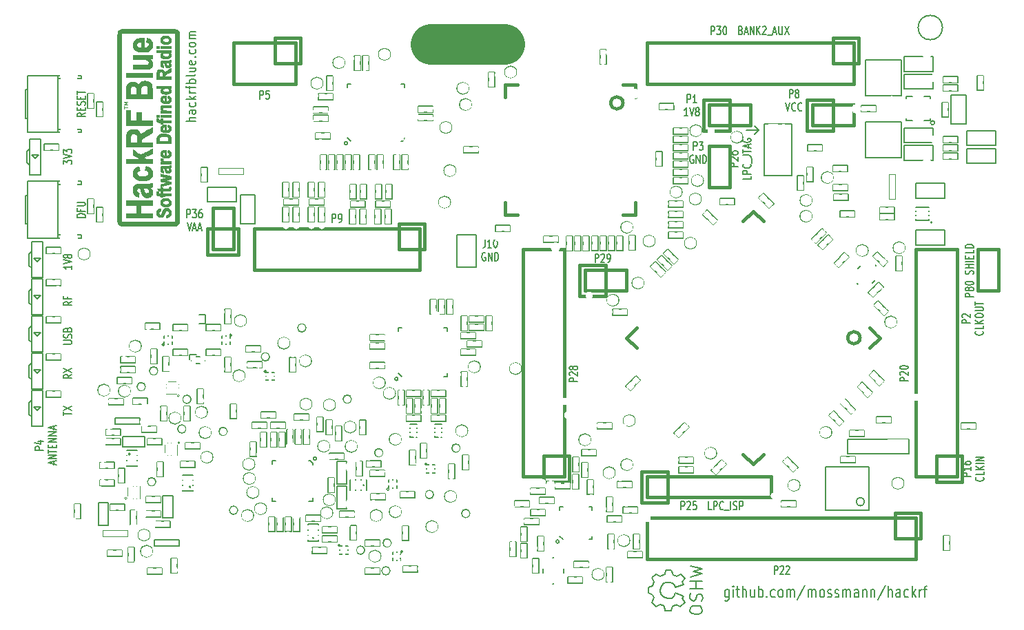
<source format=gbr>
G04 #@! TF.FileFunction,Legend,Top*
%FSLAX46Y46*%
G04 Gerber Fmt 4.6, Leading zero omitted, Abs format (unit mm)*
G04 Created by KiCad (PCBNEW (2015-03-02 BZR 5466)-product) date 2015 April 22, Wednesday 22:19:37*
%MOMM*%
G01*
G04 APERTURE LIST*
%ADD10C,0.150000*%
%ADD11C,0.190500*%
%ADD12C,5.000000*%
%ADD13C,0.203200*%
%ADD14C,0.125000*%
%ADD15C,0.381000*%
%ADD16C,0.101600*%
%ADD17C,0.127000*%
%ADD18C,0.119380*%
%ADD19C,0.177800*%
%ADD20C,0.100000*%
%ADD21R,0.392400X0.952400*%
%ADD22R,1.452400X0.352400*%
%ADD23O,1.352400X0.352400*%
%ADD24R,1.352400X0.652400*%
%ADD25O,1.252400X0.352400*%
%ADD26R,0.302400X0.352400*%
%ADD27R,1.676400X1.676400*%
%ADD28C,1.676400*%
%ADD29C,1.652400*%
%ADD30C,2.152400*%
%ADD31O,0.422240X1.042240*%
%ADD32O,1.042240X0.422240*%
%ADD33R,5.096800X5.096800*%
%ADD34O,0.346600X0.971600*%
%ADD35O,0.971600X0.346600*%
%ADD36R,4.321800X4.321800*%
%ADD37C,1.422400*%
%ADD38R,1.066800X1.066800*%
%ADD39R,1.351280X1.551940*%
%ADD40R,0.447040X1.653540*%
%ADD41R,1.653540X0.447040*%
%ADD42R,2.057400X0.787400*%
%ADD43R,3.853180X1.351280*%
%ADD44R,0.652780X0.551180*%
%ADD45R,0.652780X0.853440*%
%ADD46R,0.751840X0.652780*%
%ADD47R,0.703580X0.401320*%
%ADD48R,0.711200X0.762000*%
%ADD49R,0.762000X0.711200*%
%ADD50R,0.561340X0.482600*%
%ADD51R,0.482600X0.561340*%
%ADD52R,1.219200X1.219200*%
%ADD53C,1.219200*%
%ADD54R,1.353820X1.643380*%
%ADD55R,1.643380X1.353820*%
%ADD56R,1.143000X0.609600*%
%ADD57R,0.382400X0.797400*%
%ADD58R,0.965400X0.452400*%
%ADD59R,0.797400X0.382400*%
%ADD60R,0.452400X0.965400*%
%ADD61R,1.203200X1.703200*%
%ADD62O,0.422240X1.492240*%
%ADD63R,3.326880X3.326880*%
%ADD64O,1.492240X0.422240*%
%ADD65O,0.462240X1.342240*%
%ADD66O,1.342240X0.462240*%
%ADD67R,2.451880X2.451880*%
%ADD68R,4.002400X1.152400*%
%ADD69R,3.952400X1.152400*%
%ADD70R,1.152400X3.502400*%
%ADD71R,1.152400X3.952400*%
%ADD72R,1.002400X0.432400*%
%ADD73R,0.977400X1.352400*%
%ADD74R,0.432400X1.552400*%
%ADD75C,0.737400*%
%ADD76C,0.914400*%
%ADD77C,5.752400*%
%ADD78C,0.752400*%
%ADD79R,1.252400X0.752400*%
%ADD80R,2.552400X1.652400*%
%ADD81R,2.202400X3.802400*%
%ADD82R,4.342400X1.932400*%
%ADD83R,4.342400X2.817400*%
%ADD84R,1.052400X0.452400*%
%ADD85R,0.652400X1.252400*%
%ADD86R,1.953200X0.603200*%
%ADD87R,2.252400X1.527400*%
%ADD88R,1.612400X2.292400*%
%ADD89R,1.502400X1.977400*%
%ADD90R,2.252400X1.902400*%
%ADD91C,1.552400*%
%ADD92C,2.000000*%
%ADD93R,0.952400X0.392400*%
%ADD94R,0.352400X1.452400*%
%ADD95O,0.352400X1.352400*%
%ADD96R,0.652400X1.352400*%
%ADD97O,0.352400X1.252400*%
%ADD98R,0.352400X0.302400*%
%ADD99C,0.838200*%
%ADD100C,0.939800*%
%ADD101C,1.092200*%
G04 APERTURE END LIST*
D10*
D11*
X80742857Y-113486191D02*
X79542857Y-113486191D01*
X80742857Y-113057619D02*
X80114286Y-113057619D01*
X80000000Y-113105238D01*
X79942857Y-113200476D01*
X79942857Y-113343334D01*
X80000000Y-113438572D01*
X80057143Y-113486191D01*
X80742857Y-112152857D02*
X80114286Y-112152857D01*
X80000000Y-112200476D01*
X79942857Y-112295714D01*
X79942857Y-112486191D01*
X80000000Y-112581429D01*
X80685714Y-112152857D02*
X80742857Y-112248095D01*
X80742857Y-112486191D01*
X80685714Y-112581429D01*
X80571429Y-112629048D01*
X80457143Y-112629048D01*
X80342857Y-112581429D01*
X80285714Y-112486191D01*
X80285714Y-112248095D01*
X80228571Y-112152857D01*
X80685714Y-111248095D02*
X80742857Y-111343333D01*
X80742857Y-111533810D01*
X80685714Y-111629048D01*
X80628571Y-111676667D01*
X80514286Y-111724286D01*
X80171429Y-111724286D01*
X80057143Y-111676667D01*
X80000000Y-111629048D01*
X79942857Y-111533810D01*
X79942857Y-111343333D01*
X80000000Y-111248095D01*
X80742857Y-110819524D02*
X79542857Y-110819524D01*
X80285714Y-110724286D02*
X80742857Y-110438571D01*
X79942857Y-110438571D02*
X80400000Y-110819524D01*
X80742857Y-110010000D02*
X79942857Y-110010000D01*
X80171429Y-110010000D02*
X80057143Y-109962381D01*
X80000000Y-109914762D01*
X79942857Y-109819524D01*
X79942857Y-109724285D01*
X79942857Y-109533809D02*
X79942857Y-109152857D01*
X80742857Y-109390952D02*
X79714286Y-109390952D01*
X79600000Y-109343333D01*
X79542857Y-109248095D01*
X79542857Y-109152857D01*
X80742857Y-108819523D02*
X79542857Y-108819523D01*
X80000000Y-108819523D02*
X79942857Y-108724285D01*
X79942857Y-108533808D01*
X80000000Y-108438570D01*
X80057143Y-108390951D01*
X80171429Y-108343332D01*
X80514286Y-108343332D01*
X80628571Y-108390951D01*
X80685714Y-108438570D01*
X80742857Y-108533808D01*
X80742857Y-108724285D01*
X80685714Y-108819523D01*
X80742857Y-107771904D02*
X80685714Y-107867142D01*
X80571429Y-107914761D01*
X79542857Y-107914761D01*
X79942857Y-106962379D02*
X80742857Y-106962379D01*
X79942857Y-107390951D02*
X80571429Y-107390951D01*
X80685714Y-107343332D01*
X80742857Y-107248094D01*
X80742857Y-107105236D01*
X80685714Y-107009998D01*
X80628571Y-106962379D01*
X80685714Y-106105236D02*
X80742857Y-106200474D01*
X80742857Y-106390951D01*
X80685714Y-106486189D01*
X80571429Y-106533808D01*
X80114286Y-106533808D01*
X80000000Y-106486189D01*
X79942857Y-106390951D01*
X79942857Y-106200474D01*
X80000000Y-106105236D01*
X80114286Y-106057617D01*
X80228571Y-106057617D01*
X80342857Y-106533808D01*
X80628571Y-105629046D02*
X80685714Y-105581427D01*
X80742857Y-105629046D01*
X80685714Y-105676665D01*
X80628571Y-105629046D01*
X80742857Y-105629046D01*
X80685714Y-104724284D02*
X80742857Y-104819522D01*
X80742857Y-105009999D01*
X80685714Y-105105237D01*
X80628571Y-105152856D01*
X80514286Y-105200475D01*
X80171429Y-105200475D01*
X80057143Y-105152856D01*
X80000000Y-105105237D01*
X79942857Y-105009999D01*
X79942857Y-104819522D01*
X80000000Y-104724284D01*
X80742857Y-104152856D02*
X80685714Y-104248094D01*
X80628571Y-104295713D01*
X80514286Y-104343332D01*
X80171429Y-104343332D01*
X80057143Y-104295713D01*
X80000000Y-104248094D01*
X79942857Y-104152856D01*
X79942857Y-104009998D01*
X80000000Y-103914760D01*
X80057143Y-103867141D01*
X80171429Y-103819522D01*
X80514286Y-103819522D01*
X80628571Y-103867141D01*
X80685714Y-103914760D01*
X80742857Y-104009998D01*
X80742857Y-104152856D01*
X80742857Y-103390951D02*
X79942857Y-103390951D01*
X80057143Y-103390951D02*
X80000000Y-103343332D01*
X79942857Y-103248094D01*
X79942857Y-103105236D01*
X80000000Y-103009998D01*
X80114286Y-102962379D01*
X80742857Y-102962379D01*
X80114286Y-102962379D02*
X80000000Y-102914760D01*
X79942857Y-102819522D01*
X79942857Y-102676665D01*
X80000000Y-102581427D01*
X80114286Y-102533808D01*
X80742857Y-102533808D01*
D12*
X118640000Y-104020000D02*
X109580000Y-104020000D01*
D13*
X125400000Y-165200000D02*
G75*
G03X125400000Y-165200000I-200000J0D01*
G01*
X95600000Y-155000000D02*
G75*
G03X95600000Y-155000000I-200000J0D01*
G01*
X105600000Y-145200000D02*
G75*
G03X105600000Y-145200000I-200000J0D01*
G01*
X99400000Y-116200000D02*
G75*
G03X99400000Y-116200000I-200000J0D01*
G01*
D11*
X97537572Y-125929619D02*
X97537572Y-124913619D01*
X97827857Y-124913619D01*
X97900429Y-124962000D01*
X97936714Y-125010381D01*
X97973000Y-125107143D01*
X97973000Y-125252286D01*
X97936714Y-125349048D01*
X97900429Y-125397429D01*
X97827857Y-125445810D01*
X97537572Y-125445810D01*
X98335857Y-125929619D02*
X98481000Y-125929619D01*
X98553572Y-125881238D01*
X98589857Y-125832857D01*
X98662429Y-125687714D01*
X98698714Y-125494190D01*
X98698714Y-125107143D01*
X98662429Y-125010381D01*
X98626143Y-124962000D01*
X98553572Y-124913619D01*
X98408429Y-124913619D01*
X98335857Y-124962000D01*
X98299572Y-125010381D01*
X98263286Y-125107143D01*
X98263286Y-125349048D01*
X98299572Y-125445810D01*
X98335857Y-125494190D01*
X98408429Y-125542571D01*
X98553572Y-125542571D01*
X98626143Y-125494190D01*
X98662429Y-125445810D01*
X98698714Y-125349048D01*
X116304544Y-128044169D02*
X116304544Y-128769883D01*
X116268258Y-128915026D01*
X116195687Y-129011788D01*
X116086830Y-129060169D01*
X116014258Y-129060169D01*
X117066543Y-129060169D02*
X116631115Y-129060169D01*
X116848829Y-129060169D02*
X116848829Y-128044169D01*
X116776258Y-128189312D01*
X116703686Y-128286074D01*
X116631115Y-128334455D01*
X117538257Y-128044169D02*
X117610829Y-128044169D01*
X117683400Y-128092550D01*
X117719686Y-128140931D01*
X117755972Y-128237693D01*
X117792257Y-128431217D01*
X117792257Y-128673121D01*
X117755972Y-128866645D01*
X117719686Y-128963407D01*
X117683400Y-129011788D01*
X117610829Y-129060169D01*
X117538257Y-129060169D01*
X117465686Y-129011788D01*
X117429400Y-128963407D01*
X117393115Y-128866645D01*
X117356829Y-128673121D01*
X117356829Y-128431217D01*
X117393115Y-128237693D01*
X117429400Y-128140931D01*
X117465686Y-128092550D01*
X117538257Y-128044169D01*
X116340828Y-129705450D02*
X116268257Y-129657069D01*
X116159400Y-129657069D01*
X116050543Y-129705450D01*
X115977971Y-129802212D01*
X115941686Y-129898974D01*
X115905400Y-130092498D01*
X115905400Y-130237640D01*
X115941686Y-130431164D01*
X115977971Y-130527926D01*
X116050543Y-130624688D01*
X116159400Y-130673069D01*
X116231971Y-130673069D01*
X116340828Y-130624688D01*
X116377114Y-130576307D01*
X116377114Y-130237640D01*
X116231971Y-130237640D01*
X116703686Y-130673069D02*
X116703686Y-129657069D01*
X117139114Y-130673069D01*
X117139114Y-129657069D01*
X117501972Y-130673069D02*
X117501972Y-129657069D01*
X117683400Y-129657069D01*
X117792257Y-129705450D01*
X117864829Y-129802212D01*
X117901114Y-129898974D01*
X117937400Y-130092498D01*
X117937400Y-130237640D01*
X117901114Y-130431164D01*
X117864829Y-130527926D01*
X117792257Y-130624688D01*
X117683400Y-130673069D01*
X117501972Y-130673069D01*
X176309019Y-135089342D02*
X175293019Y-135089342D01*
X175293019Y-134799057D01*
X175341400Y-134726485D01*
X175389781Y-134690200D01*
X175486543Y-134653914D01*
X175631686Y-134653914D01*
X175728448Y-134690200D01*
X175776829Y-134726485D01*
X175825210Y-134799057D01*
X175825210Y-135089342D01*
X175728448Y-134218485D02*
X175680067Y-134291057D01*
X175631686Y-134327342D01*
X175534924Y-134363628D01*
X175486543Y-134363628D01*
X175389781Y-134327342D01*
X175341400Y-134291057D01*
X175293019Y-134218485D01*
X175293019Y-134073342D01*
X175341400Y-134000771D01*
X175389781Y-133964485D01*
X175486543Y-133928200D01*
X175534924Y-133928200D01*
X175631686Y-133964485D01*
X175680067Y-134000771D01*
X175728448Y-134073342D01*
X175728448Y-134218485D01*
X175776829Y-134291057D01*
X175825210Y-134327342D01*
X175921971Y-134363628D01*
X176115495Y-134363628D01*
X176212257Y-134327342D01*
X176260638Y-134291057D01*
X176309019Y-134218485D01*
X176309019Y-134073342D01*
X176260638Y-134000771D01*
X176212257Y-133964485D01*
X176115495Y-133928200D01*
X175921971Y-133928200D01*
X175825210Y-133964485D01*
X175776829Y-134000771D01*
X175728448Y-134073342D01*
X175293019Y-133456486D02*
X175293019Y-133383914D01*
X175341400Y-133311343D01*
X175389781Y-133275057D01*
X175486543Y-133238771D01*
X175680067Y-133202486D01*
X175921971Y-133202486D01*
X176115495Y-133238771D01*
X176212257Y-133275057D01*
X176260638Y-133311343D01*
X176309019Y-133383914D01*
X176309019Y-133456486D01*
X176260638Y-133529057D01*
X176212257Y-133565343D01*
X176115495Y-133601628D01*
X175921971Y-133637914D01*
X175680067Y-133637914D01*
X175486543Y-133601628D01*
X175389781Y-133565343D01*
X175341400Y-133529057D01*
X175293019Y-133456486D01*
X176260638Y-132331629D02*
X176309019Y-132222772D01*
X176309019Y-132041343D01*
X176260638Y-131968772D01*
X176212257Y-131932486D01*
X176115495Y-131896201D01*
X176018733Y-131896201D01*
X175921971Y-131932486D01*
X175873590Y-131968772D01*
X175825210Y-132041343D01*
X175776829Y-132186486D01*
X175728448Y-132259058D01*
X175680067Y-132295343D01*
X175583305Y-132331629D01*
X175486543Y-132331629D01*
X175389781Y-132295343D01*
X175341400Y-132259058D01*
X175293019Y-132186486D01*
X175293019Y-132005058D01*
X175341400Y-131896201D01*
X176309019Y-131569629D02*
X175293019Y-131569629D01*
X175776829Y-131569629D02*
X175776829Y-131134201D01*
X176309019Y-131134201D02*
X175293019Y-131134201D01*
X176309019Y-130771343D02*
X175293019Y-130771343D01*
X175776829Y-130408486D02*
X175776829Y-130154486D01*
X176309019Y-130045629D02*
X176309019Y-130408486D01*
X175293019Y-130408486D01*
X175293019Y-130045629D01*
X176309019Y-129356200D02*
X176309019Y-129719057D01*
X175293019Y-129719057D01*
X176309019Y-129102200D02*
X175293019Y-129102200D01*
X175293019Y-128920772D01*
X175341400Y-128811915D01*
X175438162Y-128739343D01*
X175534924Y-128703058D01*
X175728448Y-128666772D01*
X175873590Y-128666772D01*
X176067114Y-128703058D01*
X176163876Y-128739343D01*
X176260638Y-128811915D01*
X176309019Y-128920772D01*
X176309019Y-129102200D01*
X88647572Y-110765819D02*
X88647572Y-109749819D01*
X88937857Y-109749819D01*
X89010429Y-109798200D01*
X89046714Y-109846581D01*
X89083000Y-109943343D01*
X89083000Y-110088486D01*
X89046714Y-110185248D01*
X89010429Y-110233629D01*
X88937857Y-110282010D01*
X88647572Y-110282010D01*
X89772429Y-109749819D02*
X89409572Y-109749819D01*
X89373286Y-110233629D01*
X89409572Y-110185248D01*
X89482143Y-110136867D01*
X89663572Y-110136867D01*
X89736143Y-110185248D01*
X89772429Y-110233629D01*
X89808714Y-110330390D01*
X89808714Y-110572295D01*
X89772429Y-110669057D01*
X89736143Y-110717438D01*
X89663572Y-110765819D01*
X89482143Y-110765819D01*
X89409572Y-110717438D01*
X89373286Y-110669057D01*
X67159619Y-112506714D02*
X66675810Y-112760714D01*
X67159619Y-112942142D02*
X66143619Y-112942142D01*
X66143619Y-112651857D01*
X66192000Y-112579285D01*
X66240381Y-112543000D01*
X66337143Y-112506714D01*
X66482286Y-112506714D01*
X66579048Y-112543000D01*
X66627429Y-112579285D01*
X66675810Y-112651857D01*
X66675810Y-112942142D01*
X66627429Y-112180142D02*
X66627429Y-111926142D01*
X67159619Y-111817285D02*
X67159619Y-112180142D01*
X66143619Y-112180142D01*
X66143619Y-111817285D01*
X67111238Y-111526999D02*
X67159619Y-111418142D01*
X67159619Y-111236713D01*
X67111238Y-111164142D01*
X67062857Y-111127856D01*
X66966095Y-111091571D01*
X66869333Y-111091571D01*
X66772571Y-111127856D01*
X66724190Y-111164142D01*
X66675810Y-111236713D01*
X66627429Y-111381856D01*
X66579048Y-111454428D01*
X66530667Y-111490713D01*
X66433905Y-111526999D01*
X66337143Y-111526999D01*
X66240381Y-111490713D01*
X66192000Y-111454428D01*
X66143619Y-111381856D01*
X66143619Y-111200428D01*
X66192000Y-111091571D01*
X66627429Y-110764999D02*
X66627429Y-110510999D01*
X67159619Y-110402142D02*
X67159619Y-110764999D01*
X66143619Y-110764999D01*
X66143619Y-110402142D01*
X66143619Y-110184428D02*
X66143619Y-109748999D01*
X67159619Y-109966713D02*
X66143619Y-109966713D01*
X67159619Y-125325285D02*
X66143619Y-125325285D01*
X66143619Y-125143857D01*
X66192000Y-125035000D01*
X66288762Y-124962428D01*
X66385524Y-124926143D01*
X66579048Y-124889857D01*
X66724190Y-124889857D01*
X66917714Y-124926143D01*
X67014476Y-124962428D01*
X67111238Y-125035000D01*
X67159619Y-125143857D01*
X67159619Y-125325285D01*
X66627429Y-124309285D02*
X66627429Y-124563285D01*
X67159619Y-124563285D02*
X66143619Y-124563285D01*
X66143619Y-124200428D01*
X66143619Y-123910142D02*
X66966095Y-123910142D01*
X67062857Y-123873857D01*
X67111238Y-123837571D01*
X67159619Y-123765000D01*
X67159619Y-123619857D01*
X67111238Y-123547285D01*
X67062857Y-123511000D01*
X66966095Y-123474714D01*
X66143619Y-123474714D01*
D14*
X71906190Y-111968571D02*
X71906190Y-111682857D01*
X72406190Y-111825714D02*
X71906190Y-111825714D01*
X72406190Y-111516190D02*
X71906190Y-111516190D01*
X72263333Y-111349524D01*
X71906190Y-111182857D01*
X72406190Y-111182857D01*
D11*
X65539619Y-135720714D02*
X65055810Y-135974714D01*
X65539619Y-136156142D02*
X64523619Y-136156142D01*
X64523619Y-135865857D01*
X64572000Y-135793285D01*
X64620381Y-135757000D01*
X64717143Y-135720714D01*
X64862286Y-135720714D01*
X64959048Y-135757000D01*
X65007429Y-135793285D01*
X65055810Y-135865857D01*
X65055810Y-136156142D01*
X65007429Y-135140142D02*
X65007429Y-135394142D01*
X65539619Y-135394142D02*
X64523619Y-135394142D01*
X64523619Y-135031285D01*
D13*
X149936200Y-114579400D02*
X148412200Y-114579400D01*
X149936200Y-114579400D02*
X149428200Y-115087400D01*
X149936200Y-114579400D02*
X149428200Y-114071400D01*
D11*
X65539619Y-131275714D02*
X65539619Y-131711142D01*
X65539619Y-131493428D02*
X64523619Y-131493428D01*
X64668762Y-131565999D01*
X64765524Y-131638571D01*
X64813905Y-131711142D01*
X64523619Y-131058000D02*
X65539619Y-130804000D01*
X64523619Y-130550000D01*
X64959048Y-130187142D02*
X64910667Y-130259714D01*
X64862286Y-130295999D01*
X64765524Y-130332285D01*
X64717143Y-130332285D01*
X64620381Y-130295999D01*
X64572000Y-130259714D01*
X64523619Y-130187142D01*
X64523619Y-130041999D01*
X64572000Y-129969428D01*
X64620381Y-129933142D01*
X64717143Y-129896857D01*
X64765524Y-129896857D01*
X64862286Y-129933142D01*
X64910667Y-129969428D01*
X64959048Y-130041999D01*
X64959048Y-130187142D01*
X65007429Y-130259714D01*
X65055810Y-130295999D01*
X65152571Y-130332285D01*
X65346095Y-130332285D01*
X65442857Y-130295999D01*
X65491238Y-130259714D01*
X65539619Y-130187142D01*
X65539619Y-130041999D01*
X65491238Y-129969428D01*
X65442857Y-129933142D01*
X65346095Y-129896857D01*
X65152571Y-129896857D01*
X65055810Y-129933142D01*
X65007429Y-129969428D01*
X64959048Y-130041999D01*
X64523619Y-118793428D02*
X64523619Y-118321714D01*
X64910667Y-118575714D01*
X64910667Y-118466856D01*
X64959048Y-118394285D01*
X65007429Y-118357999D01*
X65104190Y-118321714D01*
X65346095Y-118321714D01*
X65442857Y-118357999D01*
X65491238Y-118394285D01*
X65539619Y-118466856D01*
X65539619Y-118684571D01*
X65491238Y-118757142D01*
X65442857Y-118793428D01*
X64523619Y-118104000D02*
X65539619Y-117850000D01*
X64523619Y-117596000D01*
X64523619Y-117414571D02*
X64523619Y-116942857D01*
X64910667Y-117196857D01*
X64910667Y-117087999D01*
X64959048Y-117015428D01*
X65007429Y-116979142D01*
X65104190Y-116942857D01*
X65346095Y-116942857D01*
X65442857Y-116979142D01*
X65491238Y-117015428D01*
X65539619Y-117087999D01*
X65539619Y-117305714D01*
X65491238Y-117378285D01*
X65442857Y-117414571D01*
X64523619Y-140909571D02*
X65346095Y-140909571D01*
X65442857Y-140873286D01*
X65491238Y-140837000D01*
X65539619Y-140764429D01*
X65539619Y-140619286D01*
X65491238Y-140546714D01*
X65442857Y-140510429D01*
X65346095Y-140474143D01*
X64523619Y-140474143D01*
X65491238Y-140147571D02*
X65539619Y-140038714D01*
X65539619Y-139857285D01*
X65491238Y-139784714D01*
X65442857Y-139748428D01*
X65346095Y-139712143D01*
X65249333Y-139712143D01*
X65152571Y-139748428D01*
X65104190Y-139784714D01*
X65055810Y-139857285D01*
X65007429Y-140002428D01*
X64959048Y-140075000D01*
X64910667Y-140111285D01*
X64813905Y-140147571D01*
X64717143Y-140147571D01*
X64620381Y-140111285D01*
X64572000Y-140075000D01*
X64523619Y-140002428D01*
X64523619Y-139821000D01*
X64572000Y-139712143D01*
X65007429Y-139131571D02*
X65055810Y-139022714D01*
X65104190Y-138986429D01*
X65200952Y-138950143D01*
X65346095Y-138950143D01*
X65442857Y-138986429D01*
X65491238Y-139022714D01*
X65539619Y-139095286D01*
X65539619Y-139385571D01*
X64523619Y-139385571D01*
X64523619Y-139131571D01*
X64572000Y-139059000D01*
X64620381Y-139022714D01*
X64717143Y-138986429D01*
X64813905Y-138986429D01*
X64910667Y-139022714D01*
X64959048Y-139059000D01*
X65007429Y-139131571D01*
X65007429Y-139385571D01*
X65539619Y-144647000D02*
X65055810Y-144901000D01*
X65539619Y-145082428D02*
X64523619Y-145082428D01*
X64523619Y-144792143D01*
X64572000Y-144719571D01*
X64620381Y-144683286D01*
X64717143Y-144647000D01*
X64862286Y-144647000D01*
X64959048Y-144683286D01*
X65007429Y-144719571D01*
X65055810Y-144792143D01*
X65055810Y-145082428D01*
X64523619Y-144393000D02*
X65539619Y-143885000D01*
X64523619Y-143885000D02*
X65539619Y-144393000D01*
X64523619Y-149672571D02*
X64523619Y-149237142D01*
X65539619Y-149454856D02*
X64523619Y-149454856D01*
X64523619Y-149055714D02*
X65539619Y-148547714D01*
X64523619Y-148547714D02*
X65539619Y-149055714D01*
X141137572Y-111253169D02*
X141137572Y-110237169D01*
X141427857Y-110237169D01*
X141500429Y-110285550D01*
X141536714Y-110333931D01*
X141573000Y-110430693D01*
X141573000Y-110575836D01*
X141536714Y-110672598D01*
X141500429Y-110720979D01*
X141427857Y-110769360D01*
X141137572Y-110769360D01*
X142298714Y-111253169D02*
X141863286Y-111253169D01*
X142081000Y-111253169D02*
X142081000Y-110237169D01*
X142008429Y-110382312D01*
X141935857Y-110479074D01*
X141863286Y-110527455D01*
X141228286Y-112866069D02*
X140792858Y-112866069D01*
X141010572Y-112866069D02*
X141010572Y-111850069D01*
X140938001Y-111995212D01*
X140865429Y-112091974D01*
X140792858Y-112140355D01*
X141446000Y-111850069D02*
X141700000Y-112866069D01*
X141954000Y-111850069D01*
X142316858Y-112285498D02*
X142244286Y-112237117D01*
X142208001Y-112188736D01*
X142171715Y-112091974D01*
X142171715Y-112043593D01*
X142208001Y-111946831D01*
X142244286Y-111898450D01*
X142316858Y-111850069D01*
X142462001Y-111850069D01*
X142534572Y-111898450D01*
X142570858Y-111946831D01*
X142607143Y-112043593D01*
X142607143Y-112091974D01*
X142570858Y-112188736D01*
X142534572Y-112237117D01*
X142462001Y-112285498D01*
X142316858Y-112285498D01*
X142244286Y-112333879D01*
X142208001Y-112382260D01*
X142171715Y-112479021D01*
X142171715Y-112672545D01*
X142208001Y-112769307D01*
X142244286Y-112817688D01*
X142316858Y-112866069D01*
X142462001Y-112866069D01*
X142534572Y-112817688D01*
X142570858Y-112769307D01*
X142607143Y-112672545D01*
X142607143Y-112479021D01*
X142570858Y-112382260D01*
X142534572Y-112333879D01*
X142462001Y-112285498D01*
X153696972Y-110645169D02*
X153696972Y-109629169D01*
X153987257Y-109629169D01*
X154059829Y-109677550D01*
X154096114Y-109725931D01*
X154132400Y-109822693D01*
X154132400Y-109967836D01*
X154096114Y-110064598D01*
X154059829Y-110112979D01*
X153987257Y-110161360D01*
X153696972Y-110161360D01*
X154567829Y-110064598D02*
X154495257Y-110016217D01*
X154458972Y-109967836D01*
X154422686Y-109871074D01*
X154422686Y-109822693D01*
X154458972Y-109725931D01*
X154495257Y-109677550D01*
X154567829Y-109629169D01*
X154712972Y-109629169D01*
X154785543Y-109677550D01*
X154821829Y-109725931D01*
X154858114Y-109822693D01*
X154858114Y-109871074D01*
X154821829Y-109967836D01*
X154785543Y-110016217D01*
X154712972Y-110064598D01*
X154567829Y-110064598D01*
X154495257Y-110112979D01*
X154458972Y-110161360D01*
X154422686Y-110258121D01*
X154422686Y-110451645D01*
X154458972Y-110548407D01*
X154495257Y-110596788D01*
X154567829Y-110645169D01*
X154712972Y-110645169D01*
X154785543Y-110596788D01*
X154821829Y-110548407D01*
X154858114Y-110451645D01*
X154858114Y-110258121D01*
X154821829Y-110161360D01*
X154785543Y-110112979D01*
X154712972Y-110064598D01*
X153243400Y-111242069D02*
X153497400Y-112258069D01*
X153751400Y-111242069D01*
X154440829Y-112161307D02*
X154404543Y-112209688D01*
X154295686Y-112258069D01*
X154223115Y-112258069D01*
X154114258Y-112209688D01*
X154041686Y-112112926D01*
X154005401Y-112016164D01*
X153969115Y-111822640D01*
X153969115Y-111677498D01*
X154005401Y-111483974D01*
X154041686Y-111387212D01*
X154114258Y-111290450D01*
X154223115Y-111242069D01*
X154295686Y-111242069D01*
X154404543Y-111290450D01*
X154440829Y-111338831D01*
X155202829Y-112161307D02*
X155166543Y-112209688D01*
X155057686Y-112258069D01*
X154985115Y-112258069D01*
X154876258Y-112209688D01*
X154803686Y-112112926D01*
X154767401Y-112016164D01*
X154731115Y-111822640D01*
X154731115Y-111677498D01*
X154767401Y-111483974D01*
X154803686Y-111387212D01*
X154876258Y-111290450D01*
X154985115Y-111242069D01*
X155057686Y-111242069D01*
X155166543Y-111290450D01*
X155202829Y-111338831D01*
X168257219Y-145470685D02*
X167241219Y-145470685D01*
X167241219Y-145180400D01*
X167289600Y-145107828D01*
X167337981Y-145071543D01*
X167434743Y-145035257D01*
X167579886Y-145035257D01*
X167676648Y-145071543D01*
X167725029Y-145107828D01*
X167773410Y-145180400D01*
X167773410Y-145470685D01*
X167337981Y-144744971D02*
X167289600Y-144708685D01*
X167241219Y-144636114D01*
X167241219Y-144454685D01*
X167289600Y-144382114D01*
X167337981Y-144345828D01*
X167434743Y-144309543D01*
X167531505Y-144309543D01*
X167676648Y-144345828D01*
X168257219Y-144781257D01*
X168257219Y-144309543D01*
X167241219Y-143837829D02*
X167241219Y-143765257D01*
X167289600Y-143692686D01*
X167337981Y-143656400D01*
X167434743Y-143620114D01*
X167628267Y-143583829D01*
X167870171Y-143583829D01*
X168063695Y-143620114D01*
X168160457Y-143656400D01*
X168208838Y-143692686D01*
X168257219Y-143765257D01*
X168257219Y-143837829D01*
X168208838Y-143910400D01*
X168160457Y-143946686D01*
X168063695Y-143982971D01*
X167870171Y-144019257D01*
X167628267Y-144019257D01*
X167434743Y-143982971D01*
X167337981Y-143946686D01*
X167289600Y-143910400D01*
X167241219Y-143837829D01*
X151835515Y-169211219D02*
X151835515Y-168195219D01*
X152125800Y-168195219D01*
X152198372Y-168243600D01*
X152234657Y-168291981D01*
X152270943Y-168388743D01*
X152270943Y-168533886D01*
X152234657Y-168630648D01*
X152198372Y-168679029D01*
X152125800Y-168727410D01*
X151835515Y-168727410D01*
X152561229Y-168291981D02*
X152597515Y-168243600D01*
X152670086Y-168195219D01*
X152851515Y-168195219D01*
X152924086Y-168243600D01*
X152960372Y-168291981D01*
X152996657Y-168388743D01*
X152996657Y-168485505D01*
X152960372Y-168630648D01*
X152524943Y-169211219D01*
X152996657Y-169211219D01*
X153286943Y-168291981D02*
X153323229Y-168243600D01*
X153395800Y-168195219D01*
X153577229Y-168195219D01*
X153649800Y-168243600D01*
X153686086Y-168291981D01*
X153722371Y-168388743D01*
X153722371Y-168485505D01*
X153686086Y-168630648D01*
X153250657Y-169211219D01*
X153722371Y-169211219D01*
X140383745Y-161286419D02*
X140383745Y-160270419D01*
X140674030Y-160270419D01*
X140746602Y-160318800D01*
X140782887Y-160367181D01*
X140819173Y-160463943D01*
X140819173Y-160609086D01*
X140782887Y-160705848D01*
X140746602Y-160754229D01*
X140674030Y-160802610D01*
X140383745Y-160802610D01*
X141109459Y-160367181D02*
X141145745Y-160318800D01*
X141218316Y-160270419D01*
X141399745Y-160270419D01*
X141472316Y-160318800D01*
X141508602Y-160367181D01*
X141544887Y-160463943D01*
X141544887Y-160560705D01*
X141508602Y-160705848D01*
X141073173Y-161286419D01*
X141544887Y-161286419D01*
X142234316Y-160270419D02*
X141871459Y-160270419D01*
X141835173Y-160754229D01*
X141871459Y-160705848D01*
X141944030Y-160657467D01*
X142125459Y-160657467D01*
X142198030Y-160705848D01*
X142234316Y-160754229D01*
X142270601Y-160850990D01*
X142270601Y-161092895D01*
X142234316Y-161189657D01*
X142198030Y-161238038D01*
X142125459Y-161286419D01*
X141944030Y-161286419D01*
X141871459Y-161238038D01*
X141835173Y-161189657D01*
X144121172Y-161286419D02*
X143758315Y-161286419D01*
X143758315Y-160270419D01*
X144375172Y-161286419D02*
X144375172Y-160270419D01*
X144665457Y-160270419D01*
X144738029Y-160318800D01*
X144774314Y-160367181D01*
X144810600Y-160463943D01*
X144810600Y-160609086D01*
X144774314Y-160705848D01*
X144738029Y-160754229D01*
X144665457Y-160802610D01*
X144375172Y-160802610D01*
X145572600Y-161189657D02*
X145536314Y-161238038D01*
X145427457Y-161286419D01*
X145354886Y-161286419D01*
X145246029Y-161238038D01*
X145173457Y-161141276D01*
X145137172Y-161044514D01*
X145100886Y-160850990D01*
X145100886Y-160705848D01*
X145137172Y-160512324D01*
X145173457Y-160415562D01*
X145246029Y-160318800D01*
X145354886Y-160270419D01*
X145427457Y-160270419D01*
X145536314Y-160318800D01*
X145572600Y-160367181D01*
X145717743Y-161383181D02*
X146298314Y-161383181D01*
X146479743Y-161286419D02*
X146479743Y-160270419D01*
X146806314Y-161238038D02*
X146915171Y-161286419D01*
X147096600Y-161286419D01*
X147169171Y-161238038D01*
X147205457Y-161189657D01*
X147241742Y-161092895D01*
X147241742Y-160996133D01*
X147205457Y-160899371D01*
X147169171Y-160850990D01*
X147096600Y-160802610D01*
X146951457Y-160754229D01*
X146878885Y-160705848D01*
X146842600Y-160657467D01*
X146806314Y-160560705D01*
X146806314Y-160463943D01*
X146842600Y-160367181D01*
X146878885Y-160318800D01*
X146951457Y-160270419D01*
X147132885Y-160270419D01*
X147241742Y-160318800D01*
X147568314Y-161286419D02*
X147568314Y-160270419D01*
X147858599Y-160270419D01*
X147931171Y-160318800D01*
X147967456Y-160367181D01*
X148003742Y-160463943D01*
X148003742Y-160609086D01*
X147967456Y-160705848D01*
X147931171Y-160754229D01*
X147858599Y-160802610D01*
X147568314Y-160802610D01*
X127668019Y-145521485D02*
X126652019Y-145521485D01*
X126652019Y-145231200D01*
X126700400Y-145158628D01*
X126748781Y-145122343D01*
X126845543Y-145086057D01*
X126990686Y-145086057D01*
X127087448Y-145122343D01*
X127135829Y-145158628D01*
X127184210Y-145231200D01*
X127184210Y-145521485D01*
X126748781Y-144795771D02*
X126700400Y-144759485D01*
X126652019Y-144686914D01*
X126652019Y-144505485D01*
X126700400Y-144432914D01*
X126748781Y-144396628D01*
X126845543Y-144360343D01*
X126942305Y-144360343D01*
X127087448Y-144396628D01*
X127668019Y-144832057D01*
X127668019Y-144360343D01*
X127087448Y-143924914D02*
X127039067Y-143997486D01*
X126990686Y-144033771D01*
X126893924Y-144070057D01*
X126845543Y-144070057D01*
X126748781Y-144033771D01*
X126700400Y-143997486D01*
X126652019Y-143924914D01*
X126652019Y-143779771D01*
X126700400Y-143707200D01*
X126748781Y-143670914D01*
X126845543Y-143634629D01*
X126893924Y-143634629D01*
X126990686Y-143670914D01*
X127039067Y-143707200D01*
X127087448Y-143779771D01*
X127087448Y-143924914D01*
X127135829Y-143997486D01*
X127184210Y-144033771D01*
X127280971Y-144070057D01*
X127474495Y-144070057D01*
X127571257Y-144033771D01*
X127619638Y-143997486D01*
X127668019Y-143924914D01*
X127668019Y-143779771D01*
X127619638Y-143707200D01*
X127571257Y-143670914D01*
X127474495Y-143634629D01*
X127280971Y-143634629D01*
X127184210Y-143670914D01*
X127135829Y-143707200D01*
X127087448Y-143779771D01*
X147359369Y-119080085D02*
X146343369Y-119080085D01*
X146343369Y-118789800D01*
X146391750Y-118717228D01*
X146440131Y-118680943D01*
X146536893Y-118644657D01*
X146682036Y-118644657D01*
X146778798Y-118680943D01*
X146827179Y-118717228D01*
X146875560Y-118789800D01*
X146875560Y-119080085D01*
X146440131Y-118354371D02*
X146391750Y-118318085D01*
X146343369Y-118245514D01*
X146343369Y-118064085D01*
X146391750Y-117991514D01*
X146440131Y-117955228D01*
X146536893Y-117918943D01*
X146633655Y-117918943D01*
X146778798Y-117955228D01*
X147359369Y-118390657D01*
X147359369Y-117918943D01*
X146343369Y-117265800D02*
X146343369Y-117410943D01*
X146391750Y-117483514D01*
X146440131Y-117519800D01*
X146585274Y-117592371D01*
X146778798Y-117628657D01*
X147165845Y-117628657D01*
X147262607Y-117592371D01*
X147310988Y-117556086D01*
X147359369Y-117483514D01*
X147359369Y-117338371D01*
X147310988Y-117265800D01*
X147262607Y-117229514D01*
X147165845Y-117193229D01*
X146923940Y-117193229D01*
X146827179Y-117229514D01*
X146778798Y-117265800D01*
X146730417Y-117338371D01*
X146730417Y-117483514D01*
X146778798Y-117556086D01*
X146827179Y-117592371D01*
X146923940Y-117628657D01*
X148972269Y-120259370D02*
X148972269Y-120622227D01*
X147956269Y-120622227D01*
X148972269Y-120005370D02*
X147956269Y-120005370D01*
X147956269Y-119715085D01*
X148004650Y-119642513D01*
X148053031Y-119606228D01*
X148149793Y-119569942D01*
X148294936Y-119569942D01*
X148391698Y-119606228D01*
X148440079Y-119642513D01*
X148488460Y-119715085D01*
X148488460Y-120005370D01*
X148875507Y-118807942D02*
X148923888Y-118844228D01*
X148972269Y-118953085D01*
X148972269Y-119025656D01*
X148923888Y-119134513D01*
X148827126Y-119207085D01*
X148730364Y-119243370D01*
X148536840Y-119279656D01*
X148391698Y-119279656D01*
X148198174Y-119243370D01*
X148101412Y-119207085D01*
X148004650Y-119134513D01*
X147956269Y-119025656D01*
X147956269Y-118953085D01*
X148004650Y-118844228D01*
X148053031Y-118807942D01*
X149069031Y-118662799D02*
X149069031Y-118082228D01*
X147956269Y-117683085D02*
X148681983Y-117683085D01*
X148827126Y-117719371D01*
X148923888Y-117791942D01*
X148972269Y-117900799D01*
X148972269Y-117973371D01*
X147956269Y-117429086D02*
X147956269Y-116993657D01*
X148972269Y-117211371D02*
X147956269Y-117211371D01*
X148681983Y-116775943D02*
X148681983Y-116413086D01*
X148972269Y-116848515D02*
X147956269Y-116594515D01*
X148972269Y-116340515D01*
X148004650Y-115687372D02*
X147956269Y-115759943D01*
X147956269Y-115868800D01*
X148004650Y-115977657D01*
X148101412Y-116050229D01*
X148198174Y-116086514D01*
X148391698Y-116122800D01*
X148536840Y-116122800D01*
X148730364Y-116086514D01*
X148827126Y-116050229D01*
X148923888Y-115977657D01*
X148972269Y-115868800D01*
X148972269Y-115796229D01*
X148923888Y-115687372D01*
X148875507Y-115651086D01*
X148536840Y-115651086D01*
X148536840Y-115796229D01*
X141911372Y-117071369D02*
X141911372Y-116055369D01*
X142201657Y-116055369D01*
X142274229Y-116103750D01*
X142310514Y-116152131D01*
X142346800Y-116248893D01*
X142346800Y-116394036D01*
X142310514Y-116490798D01*
X142274229Y-116539179D01*
X142201657Y-116587560D01*
X141911372Y-116587560D01*
X142600800Y-116055369D02*
X143072514Y-116055369D01*
X142818514Y-116442417D01*
X142927372Y-116442417D01*
X142999943Y-116490798D01*
X143036229Y-116539179D01*
X143072514Y-116635940D01*
X143072514Y-116877845D01*
X143036229Y-116974607D01*
X142999943Y-117022988D01*
X142927372Y-117071369D01*
X142709657Y-117071369D01*
X142637086Y-117022988D01*
X142600800Y-116974607D01*
X141893228Y-117716650D02*
X141820657Y-117668269D01*
X141711800Y-117668269D01*
X141602943Y-117716650D01*
X141530371Y-117813412D01*
X141494086Y-117910174D01*
X141457800Y-118103698D01*
X141457800Y-118248840D01*
X141494086Y-118442364D01*
X141530371Y-118539126D01*
X141602943Y-118635888D01*
X141711800Y-118684269D01*
X141784371Y-118684269D01*
X141893228Y-118635888D01*
X141929514Y-118587507D01*
X141929514Y-118248840D01*
X141784371Y-118248840D01*
X142256086Y-118684269D02*
X142256086Y-117668269D01*
X142691514Y-118684269D01*
X142691514Y-117668269D01*
X143054372Y-118684269D02*
X143054372Y-117668269D01*
X143235800Y-117668269D01*
X143344657Y-117716650D01*
X143417229Y-117813412D01*
X143453514Y-117910174D01*
X143489800Y-118103698D01*
X143489800Y-118248840D01*
X143453514Y-118442364D01*
X143417229Y-118539126D01*
X143344657Y-118635888D01*
X143235800Y-118684269D01*
X143054372Y-118684269D01*
X144088516Y-102866419D02*
X144088516Y-101850419D01*
X144378801Y-101850419D01*
X144451373Y-101898800D01*
X144487658Y-101947181D01*
X144523944Y-102043943D01*
X144523944Y-102189086D01*
X144487658Y-102285848D01*
X144451373Y-102334229D01*
X144378801Y-102382610D01*
X144088516Y-102382610D01*
X144777944Y-101850419D02*
X145249658Y-101850419D01*
X144995658Y-102237467D01*
X145104516Y-102237467D01*
X145177087Y-102285848D01*
X145213373Y-102334229D01*
X145249658Y-102430990D01*
X145249658Y-102672895D01*
X145213373Y-102769657D01*
X145177087Y-102818038D01*
X145104516Y-102866419D01*
X144886801Y-102866419D01*
X144814230Y-102818038D01*
X144777944Y-102769657D01*
X145721372Y-101850419D02*
X145793944Y-101850419D01*
X145866515Y-101898800D01*
X145902801Y-101947181D01*
X145939087Y-102043943D01*
X145975372Y-102237467D01*
X145975372Y-102479371D01*
X145939087Y-102672895D01*
X145902801Y-102769657D01*
X145866515Y-102818038D01*
X145793944Y-102866419D01*
X145721372Y-102866419D01*
X145648801Y-102818038D01*
X145612515Y-102769657D01*
X145576230Y-102672895D01*
X145539944Y-102479371D01*
X145539944Y-102237467D01*
X145576230Y-102043943D01*
X145612515Y-101947181D01*
X145648801Y-101898800D01*
X145721372Y-101850419D01*
X147717086Y-102334229D02*
X147825943Y-102382610D01*
X147862228Y-102430990D01*
X147898514Y-102527752D01*
X147898514Y-102672895D01*
X147862228Y-102769657D01*
X147825943Y-102818038D01*
X147753371Y-102866419D01*
X147463086Y-102866419D01*
X147463086Y-101850419D01*
X147717086Y-101850419D01*
X147789657Y-101898800D01*
X147825943Y-101947181D01*
X147862228Y-102043943D01*
X147862228Y-102140705D01*
X147825943Y-102237467D01*
X147789657Y-102285848D01*
X147717086Y-102334229D01*
X147463086Y-102334229D01*
X148188800Y-102576133D02*
X148551657Y-102576133D01*
X148116228Y-102866419D02*
X148370228Y-101850419D01*
X148624228Y-102866419D01*
X148878229Y-102866419D02*
X148878229Y-101850419D01*
X149313657Y-102866419D01*
X149313657Y-101850419D01*
X149676515Y-102866419D02*
X149676515Y-101850419D01*
X150111943Y-102866419D02*
X149785372Y-102285848D01*
X150111943Y-101850419D02*
X149676515Y-102430990D01*
X150402229Y-101947181D02*
X150438515Y-101898800D01*
X150511086Y-101850419D01*
X150692515Y-101850419D01*
X150765086Y-101898800D01*
X150801372Y-101947181D01*
X150837657Y-102043943D01*
X150837657Y-102140705D01*
X150801372Y-102285848D01*
X150365943Y-102866419D01*
X150837657Y-102866419D01*
X150982800Y-102963181D02*
X151563371Y-102963181D01*
X151708514Y-102576133D02*
X152071371Y-102576133D01*
X151635942Y-102866419D02*
X151889942Y-101850419D01*
X152143942Y-102866419D01*
X152397943Y-101850419D02*
X152397943Y-102672895D01*
X152434228Y-102769657D01*
X152470514Y-102818038D01*
X152543085Y-102866419D01*
X152688228Y-102866419D01*
X152760800Y-102818038D01*
X152797085Y-102769657D01*
X152833371Y-102672895D01*
X152833371Y-101850419D01*
X153123657Y-101850419D02*
X153631657Y-102866419D01*
X153631657Y-101850419D02*
X153123657Y-102866419D01*
X79674115Y-125402569D02*
X79674115Y-124386569D01*
X79964400Y-124386569D01*
X80036972Y-124434950D01*
X80073257Y-124483331D01*
X80109543Y-124580093D01*
X80109543Y-124725236D01*
X80073257Y-124821998D01*
X80036972Y-124870379D01*
X79964400Y-124918760D01*
X79674115Y-124918760D01*
X80363543Y-124386569D02*
X80835257Y-124386569D01*
X80581257Y-124773617D01*
X80690115Y-124773617D01*
X80762686Y-124821998D01*
X80798972Y-124870379D01*
X80835257Y-124967140D01*
X80835257Y-125209045D01*
X80798972Y-125305807D01*
X80762686Y-125354188D01*
X80690115Y-125402569D01*
X80472400Y-125402569D01*
X80399829Y-125354188D01*
X80363543Y-125305807D01*
X81488400Y-124386569D02*
X81343257Y-124386569D01*
X81270686Y-124434950D01*
X81234400Y-124483331D01*
X81161829Y-124628474D01*
X81125543Y-124821998D01*
X81125543Y-125209045D01*
X81161829Y-125305807D01*
X81198114Y-125354188D01*
X81270686Y-125402569D01*
X81415829Y-125402569D01*
X81488400Y-125354188D01*
X81524686Y-125305807D01*
X81560971Y-125209045D01*
X81560971Y-124967140D01*
X81524686Y-124870379D01*
X81488400Y-124821998D01*
X81415829Y-124773617D01*
X81270686Y-124773617D01*
X81198114Y-124821998D01*
X81161829Y-124870379D01*
X81125543Y-124967140D01*
X79692257Y-125999469D02*
X79946257Y-127015469D01*
X80200257Y-125999469D01*
X80417972Y-126725183D02*
X80780829Y-126725183D01*
X80345400Y-127015469D02*
X80599400Y-125999469D01*
X80853400Y-127015469D01*
X81071115Y-126725183D02*
X81433972Y-126725183D01*
X80998543Y-127015469D02*
X81252543Y-125999469D01*
X81506543Y-127015469D01*
X175908969Y-138351428D02*
X174892969Y-138351428D01*
X174892969Y-138061143D01*
X174941350Y-137988571D01*
X174989731Y-137952286D01*
X175086493Y-137916000D01*
X175231636Y-137916000D01*
X175328398Y-137952286D01*
X175376779Y-137988571D01*
X175425160Y-138061143D01*
X175425160Y-138351428D01*
X174989731Y-137625714D02*
X174941350Y-137589428D01*
X174892969Y-137516857D01*
X174892969Y-137335428D01*
X174941350Y-137262857D01*
X174989731Y-137226571D01*
X175086493Y-137190286D01*
X175183255Y-137190286D01*
X175328398Y-137226571D01*
X175908969Y-137662000D01*
X175908969Y-137190286D01*
X177425107Y-139331143D02*
X177473488Y-139367429D01*
X177521869Y-139476286D01*
X177521869Y-139548857D01*
X177473488Y-139657714D01*
X177376726Y-139730286D01*
X177279964Y-139766571D01*
X177086440Y-139802857D01*
X176941298Y-139802857D01*
X176747774Y-139766571D01*
X176651012Y-139730286D01*
X176554250Y-139657714D01*
X176505869Y-139548857D01*
X176505869Y-139476286D01*
X176554250Y-139367429D01*
X176602631Y-139331143D01*
X177521869Y-138641714D02*
X177521869Y-139004571D01*
X176505869Y-139004571D01*
X177521869Y-138387714D02*
X176505869Y-138387714D01*
X177521869Y-137952286D02*
X176941298Y-138278857D01*
X176505869Y-137952286D02*
X177086440Y-138387714D01*
X176505869Y-137480572D02*
X176505869Y-137335429D01*
X176554250Y-137262857D01*
X176651012Y-137190286D01*
X176844536Y-137154000D01*
X177183202Y-137154000D01*
X177376726Y-137190286D01*
X177473488Y-137262857D01*
X177521869Y-137335429D01*
X177521869Y-137480572D01*
X177473488Y-137553143D01*
X177376726Y-137625714D01*
X177183202Y-137662000D01*
X176844536Y-137662000D01*
X176651012Y-137625714D01*
X176554250Y-137553143D01*
X176505869Y-137480572D01*
X176505869Y-136827428D02*
X177328345Y-136827428D01*
X177425107Y-136791143D01*
X177473488Y-136754857D01*
X177521869Y-136682286D01*
X177521869Y-136537143D01*
X177473488Y-136464571D01*
X177425107Y-136428286D01*
X177328345Y-136392000D01*
X176505869Y-136392000D01*
X176505869Y-136138000D02*
X176505869Y-135702571D01*
X177521869Y-135920285D02*
X176505869Y-135920285D01*
X129813715Y-130831819D02*
X129813715Y-129815819D01*
X130104000Y-129815819D01*
X130176572Y-129864200D01*
X130212857Y-129912581D01*
X130249143Y-130009343D01*
X130249143Y-130154486D01*
X130212857Y-130251248D01*
X130176572Y-130299629D01*
X130104000Y-130348010D01*
X129813715Y-130348010D01*
X130539429Y-129912581D02*
X130575715Y-129864200D01*
X130648286Y-129815819D01*
X130829715Y-129815819D01*
X130902286Y-129864200D01*
X130938572Y-129912581D01*
X130974857Y-130009343D01*
X130974857Y-130106105D01*
X130938572Y-130251248D01*
X130503143Y-130831819D01*
X130974857Y-130831819D01*
X131337714Y-130831819D02*
X131482857Y-130831819D01*
X131555429Y-130783438D01*
X131591714Y-130735057D01*
X131664286Y-130589914D01*
X131700571Y-130396390D01*
X131700571Y-130009343D01*
X131664286Y-129912581D01*
X131628000Y-129864200D01*
X131555429Y-129815819D01*
X131410286Y-129815819D01*
X131337714Y-129864200D01*
X131301429Y-129912581D01*
X131265143Y-130009343D01*
X131265143Y-130251248D01*
X131301429Y-130348010D01*
X131337714Y-130396390D01*
X131410286Y-130444771D01*
X131555429Y-130444771D01*
X131628000Y-130396390D01*
X131664286Y-130348010D01*
X131700571Y-130251248D01*
X175985169Y-157205485D02*
X174969169Y-157205485D01*
X174969169Y-156915200D01*
X175017550Y-156842628D01*
X175065931Y-156806343D01*
X175162693Y-156770057D01*
X175307836Y-156770057D01*
X175404598Y-156806343D01*
X175452979Y-156842628D01*
X175501360Y-156915200D01*
X175501360Y-157205485D01*
X175985169Y-156044343D02*
X175985169Y-156479771D01*
X175985169Y-156262057D02*
X174969169Y-156262057D01*
X175114312Y-156334628D01*
X175211074Y-156407200D01*
X175259455Y-156479771D01*
X174969169Y-155391200D02*
X174969169Y-155536343D01*
X175017550Y-155608914D01*
X175065931Y-155645200D01*
X175211074Y-155717771D01*
X175404598Y-155754057D01*
X175791645Y-155754057D01*
X175888407Y-155717771D01*
X175936788Y-155681486D01*
X175985169Y-155608914D01*
X175985169Y-155463771D01*
X175936788Y-155391200D01*
X175888407Y-155354914D01*
X175791645Y-155318629D01*
X175549740Y-155318629D01*
X175452979Y-155354914D01*
X175404598Y-155391200D01*
X175356217Y-155463771D01*
X175356217Y-155608914D01*
X175404598Y-155681486D01*
X175452979Y-155717771D01*
X175549740Y-155754057D01*
X177501307Y-157314343D02*
X177549688Y-157350629D01*
X177598069Y-157459486D01*
X177598069Y-157532057D01*
X177549688Y-157640914D01*
X177452926Y-157713486D01*
X177356164Y-157749771D01*
X177162640Y-157786057D01*
X177017498Y-157786057D01*
X176823974Y-157749771D01*
X176727212Y-157713486D01*
X176630450Y-157640914D01*
X176582069Y-157532057D01*
X176582069Y-157459486D01*
X176630450Y-157350629D01*
X176678831Y-157314343D01*
X177598069Y-156624914D02*
X177598069Y-156987771D01*
X176582069Y-156987771D01*
X177598069Y-156370914D02*
X176582069Y-156370914D01*
X177598069Y-155935486D02*
X177017498Y-156262057D01*
X176582069Y-155935486D02*
X177162640Y-156370914D01*
X177598069Y-155608914D02*
X176582069Y-155608914D01*
X177598069Y-155246057D02*
X176582069Y-155246057D01*
X177598069Y-154810629D01*
X176582069Y-154810629D01*
X62015369Y-153947028D02*
X60999369Y-153947028D01*
X60999369Y-153656743D01*
X61047750Y-153584171D01*
X61096131Y-153547886D01*
X61192893Y-153511600D01*
X61338036Y-153511600D01*
X61434798Y-153547886D01*
X61483179Y-153584171D01*
X61531560Y-153656743D01*
X61531560Y-153947028D01*
X61338036Y-152858457D02*
X62015369Y-152858457D01*
X60950988Y-153039886D02*
X61676702Y-153221314D01*
X61676702Y-152749600D01*
X63337983Y-155725029D02*
X63337983Y-155362172D01*
X63628269Y-155797601D02*
X62612269Y-155543601D01*
X63628269Y-155289601D01*
X63628269Y-155035600D02*
X62612269Y-155035600D01*
X63628269Y-154600172D01*
X62612269Y-154600172D01*
X62612269Y-154346172D02*
X62612269Y-153910743D01*
X63628269Y-154128457D02*
X62612269Y-154128457D01*
X63096079Y-153656743D02*
X63096079Y-153402743D01*
X63628269Y-153293886D02*
X63628269Y-153656743D01*
X62612269Y-153656743D01*
X62612269Y-153293886D01*
X63628269Y-152967314D02*
X62612269Y-152967314D01*
X63628269Y-152531886D01*
X62612269Y-152531886D01*
X63628269Y-152169028D02*
X62612269Y-152169028D01*
X63628269Y-151733600D01*
X62612269Y-151733600D01*
X63337983Y-151407028D02*
X63337983Y-151044171D01*
X63628269Y-151479600D02*
X62612269Y-151225600D01*
X63628269Y-150971600D01*
X146255715Y-171110000D02*
X146255715Y-172243333D01*
X146203334Y-172376667D01*
X146150953Y-172443333D01*
X146046192Y-172510000D01*
X145889049Y-172510000D01*
X145784287Y-172443333D01*
X146255715Y-171976667D02*
X146150953Y-172043333D01*
X145941430Y-172043333D01*
X145836668Y-171976667D01*
X145784287Y-171910000D01*
X145731906Y-171776667D01*
X145731906Y-171376667D01*
X145784287Y-171243333D01*
X145836668Y-171176667D01*
X145941430Y-171110000D01*
X146150953Y-171110000D01*
X146255715Y-171176667D01*
X146779525Y-172043333D02*
X146779525Y-171110000D01*
X146779525Y-170643333D02*
X146727144Y-170710000D01*
X146779525Y-170776667D01*
X146831906Y-170710000D01*
X146779525Y-170643333D01*
X146779525Y-170776667D01*
X147146192Y-171110000D02*
X147565240Y-171110000D01*
X147303335Y-170643333D02*
X147303335Y-171843333D01*
X147355716Y-171976667D01*
X147460478Y-172043333D01*
X147565240Y-172043333D01*
X147931906Y-172043333D02*
X147931906Y-170643333D01*
X148403334Y-172043333D02*
X148403334Y-171310000D01*
X148350953Y-171176667D01*
X148246191Y-171110000D01*
X148089049Y-171110000D01*
X147984287Y-171176667D01*
X147931906Y-171243333D01*
X149398572Y-171110000D02*
X149398572Y-172043333D01*
X148927144Y-171110000D02*
X148927144Y-171843333D01*
X148979525Y-171976667D01*
X149084287Y-172043333D01*
X149241429Y-172043333D01*
X149346191Y-171976667D01*
X149398572Y-171910000D01*
X149922382Y-172043333D02*
X149922382Y-170643333D01*
X149922382Y-171176667D02*
X150027144Y-171110000D01*
X150236667Y-171110000D01*
X150341429Y-171176667D01*
X150393810Y-171243333D01*
X150446191Y-171376667D01*
X150446191Y-171776667D01*
X150393810Y-171910000D01*
X150341429Y-171976667D01*
X150236667Y-172043333D01*
X150027144Y-172043333D01*
X149922382Y-171976667D01*
X150917620Y-171910000D02*
X150970001Y-171976667D01*
X150917620Y-172043333D01*
X150865239Y-171976667D01*
X150917620Y-171910000D01*
X150917620Y-172043333D01*
X151912858Y-171976667D02*
X151808096Y-172043333D01*
X151598573Y-172043333D01*
X151493811Y-171976667D01*
X151441430Y-171910000D01*
X151389049Y-171776667D01*
X151389049Y-171376667D01*
X151441430Y-171243333D01*
X151493811Y-171176667D01*
X151598573Y-171110000D01*
X151808096Y-171110000D01*
X151912858Y-171176667D01*
X152541430Y-172043333D02*
X152436668Y-171976667D01*
X152384287Y-171910000D01*
X152331906Y-171776667D01*
X152331906Y-171376667D01*
X152384287Y-171243333D01*
X152436668Y-171176667D01*
X152541430Y-171110000D01*
X152698572Y-171110000D01*
X152803334Y-171176667D01*
X152855715Y-171243333D01*
X152908096Y-171376667D01*
X152908096Y-171776667D01*
X152855715Y-171910000D01*
X152803334Y-171976667D01*
X152698572Y-172043333D01*
X152541430Y-172043333D01*
X153379525Y-172043333D02*
X153379525Y-171110000D01*
X153379525Y-171243333D02*
X153431906Y-171176667D01*
X153536668Y-171110000D01*
X153693810Y-171110000D01*
X153798572Y-171176667D01*
X153850953Y-171310000D01*
X153850953Y-172043333D01*
X153850953Y-171310000D02*
X153903334Y-171176667D01*
X154008096Y-171110000D01*
X154165239Y-171110000D01*
X154270001Y-171176667D01*
X154322382Y-171310000D01*
X154322382Y-172043333D01*
X155631906Y-170576667D02*
X154689049Y-172376667D01*
X155998573Y-172043333D02*
X155998573Y-171110000D01*
X155998573Y-171243333D02*
X156050954Y-171176667D01*
X156155716Y-171110000D01*
X156312858Y-171110000D01*
X156417620Y-171176667D01*
X156470001Y-171310000D01*
X156470001Y-172043333D01*
X156470001Y-171310000D02*
X156522382Y-171176667D01*
X156627144Y-171110000D01*
X156784287Y-171110000D01*
X156889049Y-171176667D01*
X156941430Y-171310000D01*
X156941430Y-172043333D01*
X157622383Y-172043333D02*
X157517621Y-171976667D01*
X157465240Y-171910000D01*
X157412859Y-171776667D01*
X157412859Y-171376667D01*
X157465240Y-171243333D01*
X157517621Y-171176667D01*
X157622383Y-171110000D01*
X157779525Y-171110000D01*
X157884287Y-171176667D01*
X157936668Y-171243333D01*
X157989049Y-171376667D01*
X157989049Y-171776667D01*
X157936668Y-171910000D01*
X157884287Y-171976667D01*
X157779525Y-172043333D01*
X157622383Y-172043333D01*
X158408097Y-171976667D02*
X158512859Y-172043333D01*
X158722383Y-172043333D01*
X158827144Y-171976667D01*
X158879525Y-171843333D01*
X158879525Y-171776667D01*
X158827144Y-171643333D01*
X158722383Y-171576667D01*
X158565240Y-171576667D01*
X158460478Y-171510000D01*
X158408097Y-171376667D01*
X158408097Y-171310000D01*
X158460478Y-171176667D01*
X158565240Y-171110000D01*
X158722383Y-171110000D01*
X158827144Y-171176667D01*
X159298573Y-171976667D02*
X159403335Y-172043333D01*
X159612859Y-172043333D01*
X159717620Y-171976667D01*
X159770001Y-171843333D01*
X159770001Y-171776667D01*
X159717620Y-171643333D01*
X159612859Y-171576667D01*
X159455716Y-171576667D01*
X159350954Y-171510000D01*
X159298573Y-171376667D01*
X159298573Y-171310000D01*
X159350954Y-171176667D01*
X159455716Y-171110000D01*
X159612859Y-171110000D01*
X159717620Y-171176667D01*
X160241430Y-172043333D02*
X160241430Y-171110000D01*
X160241430Y-171243333D02*
X160293811Y-171176667D01*
X160398573Y-171110000D01*
X160555715Y-171110000D01*
X160660477Y-171176667D01*
X160712858Y-171310000D01*
X160712858Y-172043333D01*
X160712858Y-171310000D02*
X160765239Y-171176667D01*
X160870001Y-171110000D01*
X161027144Y-171110000D01*
X161131906Y-171176667D01*
X161184287Y-171310000D01*
X161184287Y-172043333D01*
X162179525Y-172043333D02*
X162179525Y-171310000D01*
X162127144Y-171176667D01*
X162022382Y-171110000D01*
X161812859Y-171110000D01*
X161708097Y-171176667D01*
X162179525Y-171976667D02*
X162074763Y-172043333D01*
X161812859Y-172043333D01*
X161708097Y-171976667D01*
X161655716Y-171843333D01*
X161655716Y-171710000D01*
X161708097Y-171576667D01*
X161812859Y-171510000D01*
X162074763Y-171510000D01*
X162179525Y-171443333D01*
X162703335Y-171110000D02*
X162703335Y-172043333D01*
X162703335Y-171243333D02*
X162755716Y-171176667D01*
X162860478Y-171110000D01*
X163017620Y-171110000D01*
X163122382Y-171176667D01*
X163174763Y-171310000D01*
X163174763Y-172043333D01*
X163698573Y-171110000D02*
X163698573Y-172043333D01*
X163698573Y-171243333D02*
X163750954Y-171176667D01*
X163855716Y-171110000D01*
X164012858Y-171110000D01*
X164117620Y-171176667D01*
X164170001Y-171310000D01*
X164170001Y-172043333D01*
X165479525Y-170576667D02*
X164536668Y-172376667D01*
X165846192Y-172043333D02*
X165846192Y-170643333D01*
X166317620Y-172043333D02*
X166317620Y-171310000D01*
X166265239Y-171176667D01*
X166160477Y-171110000D01*
X166003335Y-171110000D01*
X165898573Y-171176667D01*
X165846192Y-171243333D01*
X167312858Y-172043333D02*
X167312858Y-171310000D01*
X167260477Y-171176667D01*
X167155715Y-171110000D01*
X166946192Y-171110000D01*
X166841430Y-171176667D01*
X167312858Y-171976667D02*
X167208096Y-172043333D01*
X166946192Y-172043333D01*
X166841430Y-171976667D01*
X166789049Y-171843333D01*
X166789049Y-171710000D01*
X166841430Y-171576667D01*
X166946192Y-171510000D01*
X167208096Y-171510000D01*
X167312858Y-171443333D01*
X168308096Y-171976667D02*
X168203334Y-172043333D01*
X167993811Y-172043333D01*
X167889049Y-171976667D01*
X167836668Y-171910000D01*
X167784287Y-171776667D01*
X167784287Y-171376667D01*
X167836668Y-171243333D01*
X167889049Y-171176667D01*
X167993811Y-171110000D01*
X168203334Y-171110000D01*
X168308096Y-171176667D01*
X168779525Y-172043333D02*
X168779525Y-170643333D01*
X168884287Y-171510000D02*
X169198572Y-172043333D01*
X169198572Y-171110000D02*
X168779525Y-171643333D01*
X169670001Y-172043333D02*
X169670001Y-171110000D01*
X169670001Y-171376667D02*
X169722382Y-171243333D01*
X169774763Y-171176667D01*
X169879525Y-171110000D01*
X169984286Y-171110000D01*
X170193810Y-171110000D02*
X170612858Y-171110000D01*
X170350953Y-172043333D02*
X170350953Y-170843333D01*
X170403334Y-170710000D01*
X170508096Y-170643333D01*
X170612858Y-170643333D01*
D15*
X162371887Y-140144270D02*
G75*
G03X162371887Y-140144270I-749300J0D01*
G01*
X148010315Y-154464186D02*
X149247794Y-155701666D01*
X149247794Y-155701666D02*
X150485273Y-154464186D01*
X134927878Y-138906791D02*
X133690398Y-140144270D01*
X133690398Y-140144270D02*
X134927878Y-141381749D01*
X150485273Y-125824354D02*
X149247794Y-124586874D01*
X149247794Y-124586874D02*
X148010315Y-125824354D01*
X163567710Y-138906791D02*
X164805190Y-140144270D01*
X164805190Y-140144270D02*
X163567710Y-141381749D01*
D16*
X72362600Y-158367600D02*
X72362600Y-159617600D01*
X72304021Y-159867600D02*
G75*
G03X72304021Y-159867600I-141421J0D01*
G01*
X72762600Y-159867600D02*
X72662600Y-159867600D01*
X73162600Y-159867600D02*
X73062600Y-159867600D01*
X73562600Y-159867600D02*
X73462600Y-159867600D01*
X73462600Y-158367600D02*
X73562600Y-158367600D01*
X73062600Y-158367600D02*
X73162600Y-158367600D01*
X72662600Y-158367600D02*
X72762600Y-158367600D01*
X73862600Y-159867600D02*
X73862600Y-158367600D01*
D15*
X169220000Y-157220000D02*
X169220000Y-129280000D01*
X169220000Y-129280000D02*
X174300000Y-129280000D01*
X174300000Y-129280000D02*
X174300000Y-157220000D01*
X171760000Y-154680000D02*
X171760000Y-157855000D01*
X171760000Y-157855000D02*
X174935000Y-157855000D01*
X174935000Y-157855000D02*
X174935000Y-154680000D01*
X174935000Y-154680000D02*
X171760000Y-154680000D01*
X174300000Y-157220000D02*
X169220000Y-157220000D01*
D13*
X60100000Y-122650000D02*
X59800000Y-122650000D01*
X59800000Y-122650000D02*
X59800000Y-126150000D01*
X59800000Y-126150000D02*
X60100000Y-126150000D01*
X60100000Y-120900000D02*
X66700000Y-120900000D01*
X66700000Y-127900000D02*
X60100000Y-127900000D01*
X66700000Y-127500000D02*
X63800000Y-127500000D01*
X66700000Y-121300000D02*
X63800000Y-121300000D01*
X63800000Y-120900000D02*
X63800000Y-127900000D01*
X60100000Y-120900000D02*
X60100000Y-127900000D01*
X66700000Y-120900000D02*
X66700000Y-121300000D01*
X66700000Y-127900000D02*
X66700000Y-127500000D01*
X99395280Y-115560600D02*
X99796600Y-115961920D01*
X99796600Y-108961680D02*
X99395280Y-108961680D01*
X99395280Y-108961680D02*
X99395280Y-109363000D01*
X106395520Y-109363000D02*
X106395520Y-108961680D01*
X106395520Y-108961680D02*
X105994200Y-108961680D01*
X105994200Y-115961920D02*
X106395520Y-115961920D01*
X106395520Y-115961920D02*
X106395520Y-115560600D01*
X106047540Y-144896840D02*
X105648760Y-144498060D01*
X111648240Y-144498060D02*
X111648240Y-144896840D01*
X111648240Y-144896840D02*
X111249460Y-144896840D01*
X111249460Y-138897360D02*
X111648240Y-138897360D01*
X111648240Y-138897360D02*
X111648240Y-139296140D01*
X105648760Y-139296140D02*
X105648760Y-138897360D01*
X105648760Y-138897360D02*
X106047540Y-138897360D01*
X134061200Y-165100000D02*
G75*
G03X134061200Y-165100000I-711200J0D01*
G01*
D17*
X78740700Y-165771800D02*
X75692700Y-165771800D01*
X75692700Y-165771800D02*
X75692700Y-165009800D01*
X75692700Y-165009800D02*
X78740700Y-165009800D01*
X78740700Y-165009800D02*
X78740700Y-165771800D01*
X70852000Y-149999000D02*
X73900000Y-149999000D01*
X73900000Y-149999000D02*
X73900000Y-150761000D01*
X73900000Y-150761000D02*
X70852000Y-150761000D01*
X70852000Y-150761000D02*
X70852000Y-149999000D01*
D13*
X162087765Y-133550966D02*
X161947673Y-133410874D01*
X164350789Y-131287942D02*
X164210697Y-131147850D01*
X163856875Y-133409078D02*
X164208901Y-133057052D01*
X162089561Y-131641764D02*
X162441587Y-131289738D01*
X124774260Y-170368200D02*
X124576140Y-170368200D01*
X124774260Y-167167800D02*
X124576140Y-167167800D01*
X125924880Y-169016920D02*
X125924880Y-168519080D01*
X123425520Y-169016920D02*
X123425520Y-168519080D01*
D15*
X133245860Y-111267240D02*
G75*
G03X133245860Y-111267240I-749300J0D01*
G01*
X133245860Y-125018800D02*
X134747000Y-125018800D01*
X134747000Y-125018800D02*
X134747000Y-123517660D01*
X118745000Y-123517660D02*
X118745000Y-125018800D01*
X118745000Y-125018800D02*
X120246140Y-125018800D01*
X120246140Y-109016800D02*
X118745000Y-109016800D01*
X118745000Y-109016800D02*
X118745000Y-110517940D01*
X134747000Y-110517940D02*
X134747000Y-109016800D01*
X134747000Y-109016800D02*
X133245860Y-109016800D01*
D13*
X162915600Y-160299400D02*
G75*
G03X162915600Y-160299400I-508000J0D01*
G01*
X163423600Y-161315400D02*
X163423600Y-155981400D01*
X163423600Y-155981400D02*
X158089600Y-155981400D01*
X158089600Y-155981400D02*
X158089600Y-161315400D01*
X158089600Y-161315400D02*
X163423600Y-161315400D01*
X167411640Y-105941560D02*
X167411640Y-110340840D01*
X167411640Y-110340840D02*
X163012360Y-110340840D01*
X163012360Y-110340840D02*
X163012360Y-105941560D01*
X163012360Y-105941560D02*
X167411640Y-105941560D01*
X167411640Y-113561560D02*
X167411640Y-117960840D01*
X167411640Y-117960840D02*
X163012360Y-117960840D01*
X163012360Y-117960840D02*
X163012360Y-113561560D01*
X163012360Y-113561560D02*
X167411640Y-113561560D01*
X80827600Y-142192200D02*
X79964000Y-142192200D01*
X79964000Y-142192200D02*
X79964000Y-142801800D01*
D16*
X81881700Y-142903400D02*
X81881700Y-143005000D01*
X80179900Y-142903400D02*
X80179900Y-143005000D01*
D13*
X81279720Y-143352980D02*
X80781880Y-143352980D01*
X80781880Y-142504620D02*
X81279720Y-142504620D01*
X81157800Y-138433000D02*
X81970600Y-138433000D01*
X81970600Y-138433000D02*
X81970600Y-137315400D01*
X81970600Y-137315400D02*
X81157800Y-137315400D01*
D15*
X136200000Y-157220000D02*
X151440000Y-157220000D01*
X151440000Y-157220000D02*
X151440000Y-159760000D01*
X151440000Y-159760000D02*
X136200000Y-159760000D01*
X138740000Y-160395000D02*
X138740000Y-156585000D01*
X138740000Y-156585000D02*
X135565000Y-156585000D01*
X135565000Y-156585000D02*
X135565000Y-160395000D01*
X136200000Y-157220000D02*
X136200000Y-159760000D01*
X135565000Y-160395000D02*
X138740000Y-160395000D01*
D13*
X107904280Y-150749000D02*
X107904280Y-152049480D01*
X107106720Y-152349200D02*
X107106720Y-150749000D01*
X107106720Y-152349200D02*
X107505500Y-152349200D01*
X107904280Y-152349200D02*
X107805220Y-152349200D01*
X107106720Y-150749000D02*
X107904280Y-150749000D01*
X110952280Y-150749000D02*
X110952280Y-152049480D01*
X110154720Y-152349200D02*
X110154720Y-150749000D01*
X110154720Y-152349200D02*
X110553500Y-152349200D01*
X110952280Y-152349200D02*
X110853220Y-152349200D01*
X110154720Y-150749000D02*
X110952280Y-150749000D01*
X98081400Y-155376000D02*
X98081400Y-158119200D01*
X98081400Y-158119200D02*
X99300600Y-158119200D01*
X99300600Y-158119200D02*
X99300600Y-155376000D01*
X99300600Y-155376000D02*
X98081400Y-155376000D01*
X74509600Y-152310400D02*
X71766400Y-152310400D01*
X71766400Y-152310400D02*
X71766400Y-153529600D01*
X71766400Y-153529600D02*
X74509600Y-153529600D01*
X74509600Y-153529600D02*
X74509600Y-152310400D01*
X99300600Y-161167200D02*
X99300600Y-158424000D01*
X99300600Y-158424000D02*
X98081400Y-158424000D01*
X98081400Y-158424000D02*
X98081400Y-161167200D01*
X98081400Y-161167200D02*
X99300600Y-161167200D01*
X76719400Y-159549400D02*
X76719400Y-162292600D01*
X76719400Y-162292600D02*
X77938600Y-162292600D01*
X77938600Y-162292600D02*
X77938600Y-159549400D01*
X77938600Y-159549400D02*
X76719400Y-159549400D01*
X140645000Y-125851000D02*
X140645000Y-126613000D01*
X140645000Y-126613000D02*
X138867000Y-126613000D01*
X138867000Y-126613000D02*
X138867000Y-125851000D01*
X138867000Y-125851000D02*
X140645000Y-125851000D01*
X172578000Y-116142200D02*
X172578000Y-115380200D01*
X172578000Y-115380200D02*
X174356000Y-115380200D01*
X174356000Y-115380200D02*
X174356000Y-116142200D01*
X174356000Y-116142200D02*
X172578000Y-116142200D01*
X172578000Y-117158200D02*
X172578000Y-116396200D01*
X172578000Y-116396200D02*
X174356000Y-116396200D01*
X174356000Y-116396200D02*
X174356000Y-117158200D01*
X174356000Y-117158200D02*
X172578000Y-117158200D01*
X164394000Y-150616000D02*
X164394000Y-149854000D01*
X164394000Y-149854000D02*
X166172000Y-149854000D01*
X166172000Y-149854000D02*
X166172000Y-150616000D01*
X166172000Y-150616000D02*
X164394000Y-150616000D01*
X68255000Y-111881000D02*
X67493000Y-111881000D01*
X67493000Y-111881000D02*
X67493000Y-110103000D01*
X67493000Y-110103000D02*
X68255000Y-110103000D01*
X68255000Y-110103000D02*
X68255000Y-111881000D01*
X159034600Y-119729600D02*
X159034600Y-118967600D01*
X159034600Y-118967600D02*
X160812600Y-118967600D01*
X160812600Y-118967600D02*
X160812600Y-119729600D01*
X160812600Y-119729600D02*
X159034600Y-119729600D01*
X176769000Y-107887200D02*
X177531000Y-107887200D01*
X177531000Y-107887200D02*
X177531000Y-109665200D01*
X177531000Y-109665200D02*
X176769000Y-109665200D01*
X176769000Y-109665200D02*
X176769000Y-107887200D01*
X164323000Y-111570200D02*
X164323000Y-112332200D01*
X164323000Y-112332200D02*
X162545000Y-112332200D01*
X162545000Y-112332200D02*
X162545000Y-111570200D01*
X162545000Y-111570200D02*
X164323000Y-111570200D01*
X96786000Y-150270600D02*
X97548000Y-150270600D01*
X97548000Y-150270600D02*
X97548000Y-152048600D01*
X97548000Y-152048600D02*
X96786000Y-152048600D01*
X96786000Y-152048600D02*
X96786000Y-150270600D01*
X172578000Y-109792200D02*
X172578000Y-109030200D01*
X172578000Y-109030200D02*
X174356000Y-109030200D01*
X174356000Y-109030200D02*
X174356000Y-109792200D01*
X174356000Y-109792200D02*
X172578000Y-109792200D01*
X96596200Y-122825000D02*
X95834200Y-122825000D01*
X95834200Y-122825000D02*
X95834200Y-121047000D01*
X95834200Y-121047000D02*
X96596200Y-121047000D01*
X96596200Y-121047000D02*
X96596200Y-122825000D01*
X102158800Y-157175200D02*
X102158800Y-156413200D01*
X102158800Y-156413200D02*
X103936800Y-156413200D01*
X103936800Y-156413200D02*
X103936800Y-157175200D01*
X103936800Y-157175200D02*
X102158800Y-157175200D01*
X97929000Y-151032600D02*
X98691000Y-151032600D01*
X98691000Y-151032600D02*
X98691000Y-152810600D01*
X98691000Y-152810600D02*
X97929000Y-152810600D01*
X97929000Y-152810600D02*
X97929000Y-151032600D01*
X99732400Y-163250000D02*
X100494400Y-163250000D01*
X100494400Y-163250000D02*
X100494400Y-165028000D01*
X100494400Y-165028000D02*
X99732400Y-165028000D01*
X99732400Y-165028000D02*
X99732400Y-163250000D01*
X101549200Y-169189400D02*
X101549200Y-168427400D01*
X101549200Y-168427400D02*
X103327200Y-168427400D01*
X103327200Y-168427400D02*
X103327200Y-169189400D01*
X103327200Y-169189400D02*
X101549200Y-169189400D01*
X89445400Y-153572600D02*
X88683400Y-153572600D01*
X88683400Y-153572600D02*
X88683400Y-151794600D01*
X88683400Y-151794600D02*
X89445400Y-151794600D01*
X89445400Y-151794600D02*
X89445400Y-153572600D01*
X88810400Y-150016600D02*
X88810400Y-149254600D01*
X88810400Y-149254600D02*
X90588400Y-149254600D01*
X90588400Y-149254600D02*
X90588400Y-150016600D01*
X90588400Y-150016600D02*
X88810400Y-150016600D01*
X90969400Y-151794600D02*
X91731400Y-151794600D01*
X91731400Y-151794600D02*
X91731400Y-153572600D01*
X91731400Y-153572600D02*
X90969400Y-153572600D01*
X90969400Y-153572600D02*
X90969400Y-151794600D01*
X94754000Y-153217000D02*
X93992000Y-153217000D01*
X93992000Y-153217000D02*
X93992000Y-151439000D01*
X93992000Y-151439000D02*
X94754000Y-151439000D01*
X94754000Y-151439000D02*
X94754000Y-153217000D01*
X139257026Y-131290210D02*
X138718210Y-131829026D01*
X138718210Y-131829026D02*
X137460974Y-130571790D01*
X137460974Y-130571790D02*
X137999790Y-130032974D01*
X137999790Y-130032974D02*
X139257026Y-131290210D01*
X140019026Y-130528210D02*
X139480210Y-131067026D01*
X139480210Y-131067026D02*
X138222974Y-129809790D01*
X138222974Y-129809790D02*
X138761790Y-129270974D01*
X138761790Y-129270974D02*
X140019026Y-130528210D01*
X92202000Y-122825000D02*
X91440000Y-122825000D01*
X91440000Y-122825000D02*
X91440000Y-121047000D01*
X91440000Y-121047000D02*
X92202000Y-121047000D01*
X92202000Y-121047000D02*
X92202000Y-122825000D01*
X93472000Y-122825000D02*
X92710000Y-122825000D01*
X92710000Y-122825000D02*
X92710000Y-121047000D01*
X92710000Y-121047000D02*
X93472000Y-121047000D01*
X93472000Y-121047000D02*
X93472000Y-122825000D01*
X95326200Y-122825000D02*
X94564200Y-122825000D01*
X94564200Y-122825000D02*
X94564200Y-121047000D01*
X94564200Y-121047000D02*
X95326200Y-121047000D01*
X95326200Y-121047000D02*
X95326200Y-122825000D01*
X145140800Y-123768200D02*
X145140800Y-123006200D01*
X145140800Y-123006200D02*
X146918800Y-123006200D01*
X146918800Y-123006200D02*
X146918800Y-123768200D01*
X146918800Y-123768200D02*
X145140800Y-123768200D01*
X166781600Y-130092800D02*
X167543600Y-130092800D01*
X167543600Y-130092800D02*
X167543600Y-131870800D01*
X167543600Y-131870800D02*
X166781600Y-131870800D01*
X166781600Y-131870800D02*
X166781600Y-130092800D01*
X73011000Y-148348000D02*
X73011000Y-147586000D01*
X73011000Y-147586000D02*
X74789000Y-147586000D01*
X74789000Y-147586000D02*
X74789000Y-148348000D01*
X74789000Y-148348000D02*
X73011000Y-148348000D01*
X96596200Y-125873000D02*
X95834200Y-125873000D01*
X95834200Y-125873000D02*
X95834200Y-124095000D01*
X95834200Y-124095000D02*
X96596200Y-124095000D01*
X96596200Y-124095000D02*
X96596200Y-125873000D01*
X95326200Y-125873000D02*
X94564200Y-125873000D01*
X94564200Y-125873000D02*
X94564200Y-124095000D01*
X94564200Y-124095000D02*
X95326200Y-124095000D01*
X95326200Y-124095000D02*
X95326200Y-125873000D01*
X93472000Y-125873000D02*
X92710000Y-125873000D01*
X92710000Y-125873000D02*
X92710000Y-124095000D01*
X92710000Y-124095000D02*
X93472000Y-124095000D01*
X93472000Y-124095000D02*
X93472000Y-125873000D01*
X92202000Y-125873000D02*
X91440000Y-125873000D01*
X91440000Y-125873000D02*
X91440000Y-124095000D01*
X91440000Y-124095000D02*
X92202000Y-124095000D01*
X92202000Y-124095000D02*
X92202000Y-125873000D01*
X100393500Y-126114300D02*
X99631500Y-126114300D01*
X99631500Y-126114300D02*
X99631500Y-124336300D01*
X99631500Y-124336300D02*
X100393500Y-124336300D01*
X100393500Y-124336300D02*
X100393500Y-126114300D01*
X101663500Y-126114300D02*
X100901500Y-126114300D01*
X100901500Y-126114300D02*
X100901500Y-124336300D01*
X100901500Y-124336300D02*
X101663500Y-124336300D01*
X101663500Y-124336300D02*
X101663500Y-126114300D01*
X103517700Y-126114300D02*
X102755700Y-126114300D01*
X102755700Y-126114300D02*
X102755700Y-124336300D01*
X102755700Y-124336300D02*
X103517700Y-124336300D01*
X103517700Y-124336300D02*
X103517700Y-126114300D01*
X104787700Y-126114300D02*
X104025700Y-126114300D01*
X104025700Y-126114300D02*
X104025700Y-124336300D01*
X104025700Y-124336300D02*
X104787700Y-124336300D01*
X104787700Y-124336300D02*
X104787700Y-126114300D01*
X74803700Y-169200800D02*
X74803700Y-168438800D01*
X74803700Y-168438800D02*
X76581700Y-168438800D01*
X76581700Y-168438800D02*
X76581700Y-169200800D01*
X76581700Y-169200800D02*
X74803700Y-169200800D01*
X116141500Y-138468100D02*
X116141500Y-139230100D01*
X116141500Y-139230100D02*
X114363500Y-139230100D01*
X114363500Y-139230100D02*
X114363500Y-138468100D01*
X114363500Y-138468100D02*
X116141500Y-138468100D01*
X116141500Y-137452100D02*
X116141500Y-138214100D01*
X116141500Y-138214100D02*
X114363500Y-138214100D01*
X114363500Y-138214100D02*
X114363500Y-137452100D01*
X114363500Y-137452100D02*
X116141500Y-137452100D01*
X135057000Y-160928400D02*
X135057000Y-161690400D01*
X135057000Y-161690400D02*
X133279000Y-161690400D01*
X133279000Y-161690400D02*
X133279000Y-160928400D01*
X133279000Y-160928400D02*
X135057000Y-160928400D01*
X134320400Y-157804200D02*
X134320400Y-158566200D01*
X134320400Y-158566200D02*
X132542400Y-158566200D01*
X132542400Y-158566200D02*
X132542400Y-157804200D01*
X132542400Y-157804200D02*
X134320400Y-157804200D01*
X83824800Y-138509200D02*
X83824800Y-139271200D01*
X83824800Y-139271200D02*
X82046800Y-139271200D01*
X82046800Y-139271200D02*
X82046800Y-138509200D01*
X82046800Y-138509200D02*
X83824800Y-138509200D01*
X76712800Y-142446200D02*
X77474800Y-142446200D01*
X77474800Y-142446200D02*
X77474800Y-144224200D01*
X77474800Y-144224200D02*
X76712800Y-144224200D01*
X76712800Y-144224200D02*
X76712800Y-142446200D01*
X88696800Y-141147800D02*
X88696800Y-141909800D01*
X88696800Y-141909800D02*
X86918800Y-141909800D01*
X86918800Y-141909800D02*
X86918800Y-141147800D01*
X86918800Y-141147800D02*
X88696800Y-141147800D01*
X101549200Y-165760400D02*
X101549200Y-164998400D01*
X101549200Y-164998400D02*
X103327200Y-164998400D01*
X103327200Y-164998400D02*
X103327200Y-165760400D01*
X103327200Y-165760400D02*
X101549200Y-165760400D01*
X96862200Y-165891600D02*
X96862200Y-166653600D01*
X96862200Y-166653600D02*
X95084200Y-166653600D01*
X95084200Y-166653600D02*
X95084200Y-165891600D01*
X95084200Y-165891600D02*
X96862200Y-165891600D01*
X100888800Y-150291800D02*
X101650800Y-150291800D01*
X101650800Y-150291800D02*
X101650800Y-152069800D01*
X101650800Y-152069800D02*
X100888800Y-152069800D01*
X100888800Y-152069800D02*
X100888800Y-150291800D01*
X93060800Y-144370600D02*
X92298800Y-144370600D01*
X92298800Y-144370600D02*
X92298800Y-142592600D01*
X92298800Y-142592600D02*
X93060800Y-142592600D01*
X93060800Y-142592600D02*
X93060800Y-144370600D01*
X98081400Y-163351600D02*
X98081400Y-164113600D01*
X98081400Y-164113600D02*
X96303400Y-164113600D01*
X96303400Y-164113600D02*
X96303400Y-163351600D01*
X96303400Y-163351600D02*
X98081400Y-163351600D01*
X77982800Y-139271200D02*
X77982800Y-138509200D01*
X77982800Y-138509200D02*
X79760800Y-138509200D01*
X79760800Y-138509200D02*
X79760800Y-139271200D01*
X79760800Y-139271200D02*
X77982800Y-139271200D01*
X79760800Y-141557200D02*
X79760800Y-142319200D01*
X79760800Y-142319200D02*
X77982800Y-142319200D01*
X77982800Y-142319200D02*
X77982800Y-141557200D01*
X77982800Y-141557200D02*
X79760800Y-141557200D01*
X98081400Y-164494600D02*
X98081400Y-165256600D01*
X98081400Y-165256600D02*
X96303400Y-165256600D01*
X96303400Y-165256600D02*
X96303400Y-164494600D01*
X96303400Y-164494600D02*
X98081400Y-164494600D01*
X74528400Y-139093400D02*
X74528400Y-138331400D01*
X74528400Y-138331400D02*
X76306400Y-138331400D01*
X76306400Y-138331400D02*
X76306400Y-139093400D01*
X76306400Y-139093400D02*
X74528400Y-139093400D01*
X84332800Y-136604200D02*
X85094800Y-136604200D01*
X85094800Y-136604200D02*
X85094800Y-138382200D01*
X85094800Y-138382200D02*
X84332800Y-138382200D01*
X84332800Y-138382200D02*
X84332800Y-136604200D01*
X75214200Y-141557200D02*
X75976200Y-141557200D01*
X75976200Y-141557200D02*
X75976200Y-143335200D01*
X75976200Y-143335200D02*
X75214200Y-143335200D01*
X75214200Y-143335200D02*
X75214200Y-141557200D01*
X131406200Y-164323000D02*
X132168200Y-164323000D01*
X132168200Y-164323000D02*
X132168200Y-166101000D01*
X132168200Y-166101000D02*
X131406200Y-166101000D01*
X131406200Y-166101000D02*
X131406200Y-164323000D01*
X127215200Y-168387000D02*
X127215200Y-167625000D01*
X127215200Y-167625000D02*
X128993200Y-167625000D01*
X128993200Y-167625000D02*
X128993200Y-168387000D01*
X128993200Y-168387000D02*
X127215200Y-168387000D01*
X126294000Y-127629000D02*
X127056000Y-127629000D01*
X127056000Y-127629000D02*
X127056000Y-129407000D01*
X127056000Y-129407000D02*
X126294000Y-129407000D01*
X126294000Y-129407000D02*
X126294000Y-127629000D01*
X127310000Y-127629000D02*
X128072000Y-127629000D01*
X128072000Y-127629000D02*
X128072000Y-129407000D01*
X128072000Y-129407000D02*
X127310000Y-129407000D01*
X127310000Y-129407000D02*
X127310000Y-127629000D01*
X88869800Y-143100600D02*
X88869800Y-143862600D01*
X88869800Y-143862600D02*
X87091800Y-143862600D01*
X87091800Y-143862600D02*
X87091800Y-143100600D01*
X87091800Y-143100600D02*
X88869800Y-143100600D01*
X90461400Y-163935800D02*
X89699400Y-163935800D01*
X89699400Y-163935800D02*
X89699400Y-162157800D01*
X89699400Y-162157800D02*
X90461400Y-162157800D01*
X90461400Y-162157800D02*
X90461400Y-163935800D01*
X93509400Y-163935800D02*
X92747400Y-163935800D01*
X92747400Y-163935800D02*
X92747400Y-162157800D01*
X92747400Y-162157800D02*
X93509400Y-162157800D01*
X93509400Y-162157800D02*
X93509400Y-163935800D01*
X92493400Y-163935800D02*
X91731400Y-163935800D01*
X91731400Y-163935800D02*
X91731400Y-162157800D01*
X91731400Y-162157800D02*
X92493400Y-162157800D01*
X92493400Y-162157800D02*
X92493400Y-163935800D01*
X91960000Y-151439000D02*
X92722000Y-151439000D01*
X92722000Y-151439000D02*
X92722000Y-153217000D01*
X92722000Y-153217000D02*
X91960000Y-153217000D01*
X91960000Y-153217000D02*
X91960000Y-151439000D01*
X92976000Y-151439000D02*
X93738000Y-151439000D01*
X93738000Y-151439000D02*
X93738000Y-153217000D01*
X93738000Y-153217000D02*
X92976000Y-153217000D01*
X92976000Y-153217000D02*
X92976000Y-151439000D01*
X106195000Y-168957200D02*
X106195000Y-168195200D01*
X106195000Y-168195200D02*
X107973000Y-168195200D01*
X107973000Y-168195200D02*
X107973000Y-168957200D01*
X107973000Y-168957200D02*
X106195000Y-168957200D01*
X114300000Y-156337000D02*
X113538000Y-156337000D01*
X113538000Y-156337000D02*
X113538000Y-154559000D01*
X113538000Y-154559000D02*
X114300000Y-154559000D01*
X114300000Y-154559000D02*
X114300000Y-156337000D01*
X85019000Y-148279200D02*
X85781000Y-148279200D01*
X85781000Y-148279200D02*
X85781000Y-150057200D01*
X85781000Y-150057200D02*
X85019000Y-150057200D01*
X85019000Y-150057200D02*
X85019000Y-148279200D01*
X128326000Y-127629000D02*
X129088000Y-127629000D01*
X129088000Y-127629000D02*
X129088000Y-129407000D01*
X129088000Y-129407000D02*
X128326000Y-129407000D01*
X128326000Y-129407000D02*
X128326000Y-127629000D01*
X84332800Y-142573200D02*
X85094800Y-142573200D01*
X85094800Y-142573200D02*
X85094800Y-144351200D01*
X85094800Y-144351200D02*
X84332800Y-144351200D01*
X84332800Y-144351200D02*
X84332800Y-142573200D01*
X88175400Y-154715600D02*
X87413400Y-154715600D01*
X87413400Y-154715600D02*
X87413400Y-152937600D01*
X87413400Y-152937600D02*
X88175400Y-152937600D01*
X88175400Y-152937600D02*
X88175400Y-154715600D01*
X87667400Y-151286600D02*
X87667400Y-150524600D01*
X87667400Y-150524600D02*
X89445400Y-150524600D01*
X89445400Y-150524600D02*
X89445400Y-151286600D01*
X89445400Y-151286600D02*
X87667400Y-151286600D01*
X89953400Y-151794600D02*
X90715400Y-151794600D01*
X90715400Y-151794600D02*
X90715400Y-153572600D01*
X90715400Y-153572600D02*
X89953400Y-153572600D01*
X89953400Y-153572600D02*
X89953400Y-151794600D01*
X91731400Y-150524600D02*
X91731400Y-151286600D01*
X91731400Y-151286600D02*
X89953400Y-151286600D01*
X89953400Y-151286600D02*
X89953400Y-150524600D01*
X89953400Y-150524600D02*
X91731400Y-150524600D01*
X106118800Y-163267600D02*
X106880800Y-163267600D01*
X106880800Y-163267600D02*
X106880800Y-165045600D01*
X106880800Y-165045600D02*
X106118800Y-165045600D01*
X106118800Y-165045600D02*
X106118800Y-163267600D01*
X83824800Y-141557200D02*
X83824800Y-142319200D01*
X83824800Y-142319200D02*
X82046800Y-142319200D01*
X82046800Y-142319200D02*
X82046800Y-141557200D01*
X82046800Y-141557200D02*
X83824800Y-141557200D01*
X138867000Y-124073000D02*
X138867000Y-123311000D01*
X138867000Y-123311000D02*
X140645000Y-123311000D01*
X140645000Y-123311000D02*
X140645000Y-124073000D01*
X140645000Y-124073000D02*
X138867000Y-124073000D01*
X63937000Y-116326000D02*
X63937000Y-117088000D01*
X63937000Y-117088000D02*
X62159000Y-117088000D01*
X62159000Y-117088000D02*
X62159000Y-116326000D01*
X62159000Y-116326000D02*
X63937000Y-116326000D01*
X64191000Y-146679000D02*
X64191000Y-147441000D01*
X64191000Y-147441000D02*
X62413000Y-147441000D01*
X62413000Y-147441000D02*
X62413000Y-146679000D01*
X62413000Y-146679000D02*
X64191000Y-146679000D01*
X64191000Y-142107000D02*
X64191000Y-142869000D01*
X64191000Y-142869000D02*
X62413000Y-142869000D01*
X62413000Y-142869000D02*
X62413000Y-142107000D01*
X62413000Y-142107000D02*
X64191000Y-142107000D01*
X64191000Y-137535000D02*
X64191000Y-138297000D01*
X64191000Y-138297000D02*
X62413000Y-138297000D01*
X62413000Y-138297000D02*
X62413000Y-137535000D01*
X62413000Y-137535000D02*
X64191000Y-137535000D01*
X158479497Y-127500069D02*
X159018313Y-128038885D01*
X159018313Y-128038885D02*
X157761077Y-129296121D01*
X157761077Y-129296121D02*
X157222261Y-128757305D01*
X157222261Y-128757305D02*
X158479497Y-127500069D01*
X138867000Y-125343000D02*
X138867000Y-124581000D01*
X138867000Y-124581000D02*
X140645000Y-124581000D01*
X140645000Y-124581000D02*
X140645000Y-125343000D01*
X140645000Y-125343000D02*
X138867000Y-125343000D01*
X64191000Y-129026000D02*
X64191000Y-129788000D01*
X64191000Y-129788000D02*
X62413000Y-129788000D01*
X62413000Y-129788000D02*
X62413000Y-129026000D01*
X62413000Y-129026000D02*
X64191000Y-129026000D01*
X155961200Y-117189600D02*
X155961200Y-116427600D01*
X155961200Y-116427600D02*
X157739200Y-116427600D01*
X157739200Y-116427600D02*
X157739200Y-117189600D01*
X157739200Y-117189600D02*
X155961200Y-117189600D01*
X154665800Y-120237600D02*
X155427800Y-120237600D01*
X155427800Y-120237600D02*
X155427800Y-122015600D01*
X155427800Y-122015600D02*
X154665800Y-122015600D01*
X154665800Y-122015600D02*
X154665800Y-120237600D01*
X156570800Y-120923400D02*
X155808800Y-120923400D01*
X155808800Y-120923400D02*
X155808800Y-119145400D01*
X155808800Y-119145400D02*
X156570800Y-119145400D01*
X156570800Y-119145400D02*
X156570800Y-120923400D01*
X140137000Y-156762800D02*
X140137000Y-156000800D01*
X140137000Y-156000800D02*
X141915000Y-156000800D01*
X141915000Y-156000800D02*
X141915000Y-156762800D01*
X141915000Y-156762800D02*
X140137000Y-156762800D01*
X139446000Y-120192800D02*
X139446000Y-119430800D01*
X139446000Y-119430800D02*
X141224000Y-119430800D01*
X141224000Y-119430800D02*
X141224000Y-120192800D01*
X141224000Y-120192800D02*
X139446000Y-120192800D01*
X129387600Y-127609600D02*
X130149600Y-127609600D01*
X130149600Y-127609600D02*
X130149600Y-129387600D01*
X130149600Y-129387600D02*
X129387600Y-129387600D01*
X129387600Y-129387600D02*
X129387600Y-127609600D01*
X140137000Y-155569000D02*
X140137000Y-154807000D01*
X140137000Y-154807000D02*
X141915000Y-154807000D01*
X141915000Y-154807000D02*
X141915000Y-155569000D01*
X141915000Y-155569000D02*
X140137000Y-155569000D01*
X130403600Y-127609600D02*
X131165600Y-127609600D01*
X131165600Y-127609600D02*
X131165600Y-129387600D01*
X131165600Y-129387600D02*
X130403600Y-129387600D01*
X130403600Y-129387600D02*
X130403600Y-127609600D01*
X131419600Y-127609600D02*
X132181600Y-127609600D01*
X132181600Y-127609600D02*
X132181600Y-129387600D01*
X132181600Y-129387600D02*
X131419600Y-129387600D01*
X131419600Y-129387600D02*
X131419600Y-127609600D01*
X132435600Y-127609600D02*
X133197600Y-127609600D01*
X133197600Y-127609600D02*
X133197600Y-129387600D01*
X133197600Y-129387600D02*
X132435600Y-129387600D01*
X132435600Y-129387600D02*
X132435600Y-127609600D01*
X133964800Y-127578200D02*
X134726800Y-127578200D01*
X134726800Y-127578200D02*
X134726800Y-129356200D01*
X134726800Y-129356200D02*
X133964800Y-129356200D01*
X133964800Y-129356200D02*
X133964800Y-127578200D01*
X139446000Y-121208800D02*
X139446000Y-120446800D01*
X139446000Y-120446800D02*
X141224000Y-120446800D01*
X141224000Y-120446800D02*
X141224000Y-121208800D01*
X141224000Y-121208800D02*
X139446000Y-121208800D01*
X172578000Y-108776200D02*
X172578000Y-108014200D01*
X172578000Y-108014200D02*
X174356000Y-108014200D01*
X174356000Y-108014200D02*
X174356000Y-108776200D01*
X174356000Y-108776200D02*
X172578000Y-108776200D01*
X139446000Y-119176800D02*
X139446000Y-118414800D01*
X139446000Y-118414800D02*
X141224000Y-118414800D01*
X141224000Y-118414800D02*
X141224000Y-119176800D01*
X141224000Y-119176800D02*
X139446000Y-119176800D01*
X139446000Y-118160800D02*
X139446000Y-117398800D01*
X139446000Y-117398800D02*
X141224000Y-117398800D01*
X141224000Y-117398800D02*
X141224000Y-118160800D01*
X141224000Y-118160800D02*
X139446000Y-118160800D01*
X139446000Y-117144800D02*
X139446000Y-116382800D01*
X139446000Y-116382800D02*
X141224000Y-116382800D01*
X141224000Y-116382800D02*
X141224000Y-117144800D01*
X141224000Y-117144800D02*
X139446000Y-117144800D01*
X139446000Y-116128800D02*
X139446000Y-115366800D01*
X139446000Y-115366800D02*
X141224000Y-115366800D01*
X141224000Y-115366800D02*
X141224000Y-116128800D01*
X141224000Y-116128800D02*
X139446000Y-116128800D01*
X139446000Y-115112800D02*
X139446000Y-114350800D01*
X139446000Y-114350800D02*
X141224000Y-114350800D01*
X141224000Y-114350800D02*
X141224000Y-115112800D01*
X141224000Y-115112800D02*
X139446000Y-115112800D01*
X121137800Y-163087400D02*
X121137800Y-162325400D01*
X121137800Y-162325400D02*
X122915800Y-162325400D01*
X122915800Y-162325400D02*
X122915800Y-163087400D01*
X122915800Y-163087400D02*
X121137800Y-163087400D01*
X104660700Y-123320300D02*
X104660700Y-124082300D01*
X104660700Y-124082300D02*
X102882700Y-124082300D01*
X102882700Y-124082300D02*
X102882700Y-123320300D01*
X102882700Y-123320300D02*
X104660700Y-123320300D01*
X110426500Y-149390100D02*
X109664500Y-149390100D01*
X109664500Y-149390100D02*
X109664500Y-147612100D01*
X109664500Y-147612100D02*
X110426500Y-147612100D01*
X110426500Y-147612100D02*
X110426500Y-149390100D01*
X111569500Y-135420100D02*
X112331500Y-135420100D01*
X112331500Y-135420100D02*
X112331500Y-137198100D01*
X112331500Y-137198100D02*
X111569500Y-137198100D01*
X111569500Y-137198100D02*
X111569500Y-135420100D01*
X104089200Y-121275600D02*
X104851200Y-121275600D01*
X104851200Y-121275600D02*
X104851200Y-123053600D01*
X104851200Y-123053600D02*
X104089200Y-123053600D01*
X104089200Y-123053600D02*
X104089200Y-121275600D01*
X102819200Y-121275600D02*
X103581200Y-121275600D01*
X103581200Y-121275600D02*
X103581200Y-123053600D01*
X103581200Y-123053600D02*
X102819200Y-123053600D01*
X102819200Y-123053600D02*
X102819200Y-121275600D01*
X100965000Y-121275600D02*
X101727000Y-121275600D01*
X101727000Y-121275600D02*
X101727000Y-123053600D01*
X101727000Y-123053600D02*
X100965000Y-123053600D01*
X100965000Y-123053600D02*
X100965000Y-121275600D01*
X99695000Y-121275600D02*
X100457000Y-121275600D01*
X100457000Y-121275600D02*
X100457000Y-123053600D01*
X100457000Y-123053600D02*
X99695000Y-123053600D01*
X99695000Y-123053600D02*
X99695000Y-121275600D01*
X111442500Y-149390100D02*
X110680500Y-149390100D01*
X110680500Y-149390100D02*
X110680500Y-147612100D01*
X110680500Y-147612100D02*
X111442500Y-147612100D01*
X111442500Y-147612100D02*
X111442500Y-149390100D01*
X114109500Y-139230100D02*
X113347500Y-139230100D01*
X113347500Y-139230100D02*
X113347500Y-137452100D01*
X113347500Y-137452100D02*
X114109500Y-137452100D01*
X114109500Y-137452100D02*
X114109500Y-139230100D01*
X123532200Y-166355000D02*
X122770200Y-166355000D01*
X122770200Y-166355000D02*
X122770200Y-164577000D01*
X122770200Y-164577000D02*
X123532200Y-164577000D01*
X123532200Y-164577000D02*
X123532200Y-166355000D01*
X117157500Y-139230100D02*
X116395500Y-139230100D01*
X116395500Y-139230100D02*
X116395500Y-137452100D01*
X116395500Y-137452100D02*
X117157500Y-137452100D01*
X117157500Y-137452100D02*
X117157500Y-139230100D01*
X121925200Y-161995200D02*
X121925200Y-161233200D01*
X121925200Y-161233200D02*
X123703200Y-161233200D01*
X123703200Y-161233200D02*
X123703200Y-161995200D01*
X123703200Y-161995200D02*
X121925200Y-161995200D01*
X119969400Y-160928400D02*
X119969400Y-160166400D01*
X119969400Y-160166400D02*
X121747400Y-160166400D01*
X121747400Y-160166400D02*
X121747400Y-160928400D01*
X121747400Y-160928400D02*
X119969400Y-160928400D01*
X128866200Y-157592000D02*
X129628200Y-157592000D01*
X129628200Y-157592000D02*
X129628200Y-159370000D01*
X129628200Y-159370000D02*
X128866200Y-159370000D01*
X128866200Y-159370000D02*
X128866200Y-157592000D01*
X131247000Y-159734600D02*
X132009000Y-159734600D01*
X132009000Y-159734600D02*
X132009000Y-161512600D01*
X132009000Y-161512600D02*
X131247000Y-161512600D01*
X131247000Y-161512600D02*
X131247000Y-159734600D01*
X108394500Y-149390100D02*
X107632500Y-149390100D01*
X107632500Y-149390100D02*
X107632500Y-147612100D01*
X107632500Y-147612100D02*
X108394500Y-147612100D01*
X108394500Y-147612100D02*
X108394500Y-149390100D01*
X124947800Y-158693200D02*
X124947800Y-157931200D01*
X124947800Y-157931200D02*
X126725800Y-157931200D01*
X126725800Y-157931200D02*
X126725800Y-158693200D01*
X126725800Y-158693200D02*
X124947800Y-158693200D01*
X109880400Y-112677700D02*
X109880400Y-113439700D01*
X109880400Y-113439700D02*
X108102400Y-113439700D01*
X108102400Y-113439700D02*
X108102400Y-112677700D01*
X108102400Y-112677700D02*
X109880400Y-112677700D01*
X109880400Y-111661700D02*
X109880400Y-112423700D01*
X109880400Y-112423700D02*
X108102400Y-112423700D01*
X108102400Y-112423700D02*
X108102400Y-111661700D01*
X108102400Y-111661700D02*
X109880400Y-111661700D01*
X172578000Y-118174200D02*
X172578000Y-117412200D01*
X172578000Y-117412200D02*
X174356000Y-117412200D01*
X174356000Y-117412200D02*
X174356000Y-118174200D01*
X174356000Y-118174200D02*
X172578000Y-118174200D01*
X149948254Y-122920139D02*
X150487070Y-122381323D01*
X150487070Y-122381323D02*
X151744306Y-123638559D01*
X151744306Y-123638559D02*
X151205490Y-124177375D01*
X151205490Y-124177375D02*
X149948254Y-122920139D01*
X143033456Y-124985598D02*
X143572272Y-124446782D01*
X143572272Y-124446782D02*
X144829508Y-125704018D01*
X144829508Y-125704018D02*
X144290692Y-126242834D01*
X144290692Y-126242834D02*
X143033456Y-124985598D01*
X136657475Y-131361580D02*
X137196291Y-130822764D01*
X137196291Y-130822764D02*
X138453527Y-132080000D01*
X138453527Y-132080000D02*
X137914711Y-132618816D01*
X137914711Y-132618816D02*
X136657475Y-131361580D01*
X132009000Y-137382600D02*
X132009000Y-136620600D01*
X132009000Y-136620600D02*
X133787000Y-136620600D01*
X133787000Y-136620600D02*
X133787000Y-137382600D01*
X133787000Y-137382600D02*
X132009000Y-137382600D01*
X134138990Y-146611826D02*
X133600174Y-146073010D01*
X133600174Y-146073010D02*
X134857410Y-144815774D01*
X134857410Y-144815774D02*
X135396226Y-145354590D01*
X135396226Y-145354590D02*
X134138990Y-146611826D01*
X140069973Y-152375379D02*
X139531157Y-151836563D01*
X139531157Y-151836563D02*
X140788393Y-150579327D01*
X140788393Y-150579327D02*
X141327209Y-151118143D01*
X141327209Y-151118143D02*
X140069973Y-152375379D01*
X144649903Y-156955310D02*
X144111087Y-156416494D01*
X144111087Y-156416494D02*
X145368323Y-155159258D01*
X145368323Y-155159258D02*
X145907139Y-155698074D01*
X145907139Y-155698074D02*
X144649903Y-156955310D01*
X154707790Y-156057284D02*
X154168974Y-156596100D01*
X154168974Y-156596100D02*
X152911738Y-155338864D01*
X152911738Y-155338864D02*
X153450554Y-154800048D01*
X153450554Y-154800048D02*
X154707790Y-156057284D01*
X160365351Y-150399722D02*
X159826535Y-150938538D01*
X159826535Y-150938538D02*
X158569299Y-149681302D01*
X158569299Y-149681302D02*
X159108115Y-149142486D01*
X159108115Y-149142486D02*
X160365351Y-150399722D01*
X161802192Y-148962881D02*
X161263376Y-149501697D01*
X161263376Y-149501697D02*
X160006140Y-148244461D01*
X160006140Y-148244461D02*
X160544956Y-147705645D01*
X160544956Y-147705645D02*
X161802192Y-148962881D01*
X163867651Y-146897422D02*
X163328835Y-147436238D01*
X163328835Y-147436238D02*
X162071599Y-146179002D01*
X162071599Y-146179002D02*
X162610415Y-145640186D01*
X162610415Y-145640186D02*
X163867651Y-146897422D01*
X114109500Y-146088100D02*
X113347500Y-146088100D01*
X113347500Y-146088100D02*
X113347500Y-144310100D01*
X113347500Y-144310100D02*
X114109500Y-144310100D01*
X114109500Y-144310100D02*
X114109500Y-146088100D01*
X100863400Y-119446800D02*
X100101400Y-119446800D01*
X100101400Y-119446800D02*
X100101400Y-117668800D01*
X100101400Y-117668800D02*
X100863400Y-117668800D01*
X100863400Y-117668800D02*
X100863400Y-119446800D01*
X99847400Y-119446800D02*
X99085400Y-119446800D01*
X99085400Y-119446800D02*
X99085400Y-117668800D01*
X99085400Y-117668800D02*
X99847400Y-117668800D01*
X99847400Y-117668800D02*
X99847400Y-119446800D01*
X103784400Y-119446800D02*
X103022400Y-119446800D01*
X103022400Y-119446800D02*
X103022400Y-117668800D01*
X103022400Y-117668800D02*
X103784400Y-117668800D01*
X103784400Y-117668800D02*
X103784400Y-119446800D01*
X102768400Y-119446800D02*
X102006400Y-119446800D01*
X102006400Y-119446800D02*
X102006400Y-117668800D01*
X102006400Y-117668800D02*
X102768400Y-117668800D01*
X102768400Y-117668800D02*
X102768400Y-119446800D01*
X105816400Y-119446800D02*
X105054400Y-119446800D01*
X105054400Y-119446800D02*
X105054400Y-117668800D01*
X105054400Y-117668800D02*
X105816400Y-117668800D01*
X105816400Y-117668800D02*
X105816400Y-119446800D01*
X106832400Y-119446800D02*
X106070400Y-119446800D01*
X106070400Y-119446800D02*
X106070400Y-117668800D01*
X106070400Y-117668800D02*
X106832400Y-117668800D01*
X106832400Y-117668800D02*
X106832400Y-119446800D01*
X101244400Y-105476800D02*
X102006400Y-105476800D01*
X102006400Y-105476800D02*
X102006400Y-107254800D01*
X102006400Y-107254800D02*
X101244400Y-107254800D01*
X101244400Y-107254800D02*
X101244400Y-105476800D01*
X100228400Y-105476800D02*
X100990400Y-105476800D01*
X100990400Y-105476800D02*
X100990400Y-107254800D01*
X100990400Y-107254800D02*
X100228400Y-107254800D01*
X100228400Y-107254800D02*
X100228400Y-105476800D01*
X95846900Y-110874300D02*
X95846900Y-110112300D01*
X95846900Y-110112300D02*
X97624900Y-110112300D01*
X97624900Y-110112300D02*
X97624900Y-110874300D01*
X97624900Y-110874300D02*
X95846900Y-110874300D01*
X96862900Y-107953300D02*
X97624900Y-107953300D01*
X97624900Y-107953300D02*
X97624900Y-109731300D01*
X97624900Y-109731300D02*
X96862900Y-109731300D01*
X96862900Y-109731300D02*
X96862900Y-107953300D01*
X95211900Y-113541300D02*
X95211900Y-112779300D01*
X95211900Y-112779300D02*
X96989900Y-112779300D01*
X96989900Y-112779300D02*
X96989900Y-113541300D01*
X96989900Y-113541300D02*
X95211900Y-113541300D01*
X95211900Y-112525300D02*
X95211900Y-111763300D01*
X95211900Y-111763300D02*
X96989900Y-111763300D01*
X96989900Y-111763300D02*
X96989900Y-112525300D01*
X96989900Y-112525300D02*
X95211900Y-112525300D01*
X95465900Y-115700300D02*
X95465900Y-114938300D01*
X95465900Y-114938300D02*
X97243900Y-114938300D01*
X97243900Y-114938300D02*
X97243900Y-115700300D01*
X97243900Y-115700300D02*
X95465900Y-115700300D01*
X106362500Y-148374100D02*
X105600500Y-148374100D01*
X105600500Y-148374100D02*
X105600500Y-146596100D01*
X105600500Y-146596100D02*
X106362500Y-146596100D01*
X106362500Y-146596100D02*
X106362500Y-148374100D01*
X109410500Y-148374100D02*
X108648500Y-148374100D01*
X108648500Y-148374100D02*
X108648500Y-146596100D01*
X108648500Y-146596100D02*
X109410500Y-146596100D01*
X109410500Y-146596100D02*
X109410500Y-148374100D01*
X165304492Y-145460581D02*
X164765676Y-145999397D01*
X164765676Y-145999397D02*
X163508440Y-144742161D01*
X163508440Y-144742161D02*
X164047256Y-144203345D01*
X164047256Y-144203345D02*
X165304492Y-145460581D01*
X115125500Y-141516100D02*
X115125500Y-142278100D01*
X115125500Y-142278100D02*
X113347500Y-142278100D01*
X113347500Y-142278100D02*
X113347500Y-141516100D01*
X113347500Y-141516100D02*
X115125500Y-141516100D01*
X115887500Y-140500100D02*
X115887500Y-141262100D01*
X115887500Y-141262100D02*
X114109500Y-141262100D01*
X114109500Y-141262100D02*
X114109500Y-140500100D01*
X114109500Y-140500100D02*
X115887500Y-140500100D01*
X115125500Y-139484100D02*
X115125500Y-140246100D01*
X115125500Y-140246100D02*
X113347500Y-140246100D01*
X113347500Y-140246100D02*
X113347500Y-139484100D01*
X113347500Y-139484100D02*
X115125500Y-139484100D01*
X109537500Y-135420100D02*
X110299500Y-135420100D01*
X110299500Y-135420100D02*
X110299500Y-137198100D01*
X110299500Y-137198100D02*
X109537500Y-137198100D01*
X109537500Y-137198100D02*
X109537500Y-135420100D01*
X110553500Y-135420100D02*
X111315500Y-135420100D01*
X111315500Y-135420100D02*
X111315500Y-137198100D01*
X111315500Y-137198100D02*
X110553500Y-137198100D01*
X110553500Y-137198100D02*
X110553500Y-135420100D01*
X102171500Y-140500100D02*
X102171500Y-139738100D01*
X102171500Y-139738100D02*
X103949500Y-139738100D01*
X103949500Y-139738100D02*
X103949500Y-140500100D01*
X103949500Y-140500100D02*
X102171500Y-140500100D01*
X102171500Y-141516100D02*
X102171500Y-140754100D01*
X102171500Y-140754100D02*
X103949500Y-140754100D01*
X103949500Y-140754100D02*
X103949500Y-141516100D01*
X103949500Y-141516100D02*
X102171500Y-141516100D01*
X102171500Y-143929100D02*
X102171500Y-143167100D01*
X102171500Y-143167100D02*
X103949500Y-143167100D01*
X103949500Y-143167100D02*
X103949500Y-143929100D01*
X103949500Y-143929100D02*
X102171500Y-143929100D01*
X93345000Y-123079000D02*
X93345000Y-123841000D01*
X93345000Y-123841000D02*
X91567000Y-123841000D01*
X91567000Y-123841000D02*
X91567000Y-123079000D01*
X91567000Y-123079000D02*
X93345000Y-123079000D01*
X96469200Y-123079000D02*
X96469200Y-123841000D01*
X96469200Y-123841000D02*
X94691200Y-123841000D01*
X94691200Y-123841000D02*
X94691200Y-123079000D01*
X94691200Y-123079000D02*
X96469200Y-123079000D01*
X96799400Y-119446800D02*
X96037400Y-119446800D01*
X96037400Y-119446800D02*
X96037400Y-117668800D01*
X96037400Y-117668800D02*
X96799400Y-117668800D01*
X96799400Y-117668800D02*
X96799400Y-119446800D01*
X97815400Y-119446800D02*
X97053400Y-119446800D01*
X97053400Y-119446800D02*
X97053400Y-117668800D01*
X97053400Y-117668800D02*
X97815400Y-117668800D01*
X97815400Y-117668800D02*
X97815400Y-119446800D01*
X107378500Y-149390100D02*
X106616500Y-149390100D01*
X106616500Y-149390100D02*
X106616500Y-147612100D01*
X106616500Y-147612100D02*
X107378500Y-147612100D01*
X107378500Y-147612100D02*
X107378500Y-149390100D01*
X98831400Y-119446800D02*
X98069400Y-119446800D01*
X98069400Y-119446800D02*
X98069400Y-117668800D01*
X98069400Y-117668800D02*
X98831400Y-117668800D01*
X98831400Y-117668800D02*
X98831400Y-119446800D01*
X101536500Y-123320300D02*
X101536500Y-124082300D01*
X101536500Y-124082300D02*
X99758500Y-124082300D01*
X99758500Y-124082300D02*
X99758500Y-123320300D01*
X99758500Y-123320300D02*
X101536500Y-123320300D01*
X69709000Y-153301000D02*
X69709000Y-152539000D01*
X69709000Y-152539000D02*
X71487000Y-152539000D01*
X71487000Y-152539000D02*
X71487000Y-153301000D01*
X71487000Y-153301000D02*
X69709000Y-153301000D01*
X121461200Y-165185400D02*
X120699200Y-165185400D01*
X120699200Y-165185400D02*
X120699200Y-163407400D01*
X120699200Y-163407400D02*
X121461200Y-163407400D01*
X121461200Y-163407400D02*
X121461200Y-165185400D01*
X70725000Y-155460000D02*
X70725000Y-156222000D01*
X70725000Y-156222000D02*
X68947000Y-156222000D01*
X68947000Y-156222000D02*
X68947000Y-155460000D01*
X68947000Y-155460000D02*
X70725000Y-155460000D01*
X70725000Y-157619000D02*
X70725000Y-158381000D01*
X70725000Y-158381000D02*
X68947000Y-158381000D01*
X68947000Y-158381000D02*
X68947000Y-157619000D01*
X68947000Y-157619000D02*
X70725000Y-157619000D01*
X70211000Y-161381000D02*
X70211000Y-160619000D01*
X70211000Y-160619000D02*
X71989000Y-160619000D01*
X71989000Y-160619000D02*
X71989000Y-161381000D01*
X71989000Y-161381000D02*
X70211000Y-161381000D01*
X73468200Y-163130800D02*
X72706200Y-163130800D01*
X72706200Y-163130800D02*
X72706200Y-161352800D01*
X72706200Y-161352800D02*
X73468200Y-161352800D01*
X73468200Y-161352800D02*
X73468200Y-163130800D01*
X76440000Y-159651000D02*
X76440000Y-160413000D01*
X76440000Y-160413000D02*
X74662000Y-160413000D01*
X74662000Y-160413000D02*
X74662000Y-159651000D01*
X74662000Y-159651000D02*
X76440000Y-159651000D01*
X75982800Y-155434600D02*
X76744800Y-155434600D01*
X76744800Y-155434600D02*
X76744800Y-157212600D01*
X76744800Y-157212600D02*
X75982800Y-157212600D01*
X75982800Y-157212600D02*
X75982800Y-155434600D01*
X75932000Y-151015000D02*
X75932000Y-151777000D01*
X75932000Y-151777000D02*
X74154000Y-151777000D01*
X74154000Y-151777000D02*
X74154000Y-151015000D01*
X74154000Y-151015000D02*
X75932000Y-151015000D01*
X80631000Y-155333000D02*
X80631000Y-156095000D01*
X80631000Y-156095000D02*
X78853000Y-156095000D01*
X78853000Y-156095000D02*
X78853000Y-155333000D01*
X78853000Y-155333000D02*
X80631000Y-155333000D01*
X71233000Y-156222000D02*
X71995000Y-156222000D01*
X71995000Y-156222000D02*
X71995000Y-158000000D01*
X71995000Y-158000000D02*
X71233000Y-158000000D01*
X71233000Y-158000000D02*
X71233000Y-156222000D01*
X76454000Y-148539200D02*
X77216000Y-148539200D01*
X77216000Y-148539200D02*
X77216000Y-150317200D01*
X77216000Y-150317200D02*
X76454000Y-150317200D01*
X76454000Y-150317200D02*
X76454000Y-148539200D01*
X107010200Y-153974800D02*
X107772200Y-153974800D01*
X107772200Y-153974800D02*
X107772200Y-155752800D01*
X107772200Y-155752800D02*
X107010200Y-155752800D01*
X107010200Y-155752800D02*
X107010200Y-153974800D01*
X81266000Y-153047000D02*
X81266000Y-153809000D01*
X81266000Y-153809000D02*
X79488000Y-153809000D01*
X79488000Y-153809000D02*
X79488000Y-153047000D01*
X79488000Y-153047000D02*
X81266000Y-153047000D01*
X102235000Y-160045400D02*
X102235000Y-159283400D01*
X102235000Y-159283400D02*
X104013000Y-159283400D01*
X104013000Y-159283400D02*
X104013000Y-160045400D01*
X104013000Y-160045400D02*
X102235000Y-160045400D01*
X70058400Y-148380800D02*
X70058400Y-147618800D01*
X70058400Y-147618800D02*
X71836400Y-147618800D01*
X71836400Y-147618800D02*
X71836400Y-148380800D01*
X71836400Y-148380800D02*
X70058400Y-148380800D01*
X105852400Y-159815000D02*
X105852400Y-159053000D01*
X105852400Y-159053000D02*
X107630400Y-159053000D01*
X107630400Y-159053000D02*
X107630400Y-159815000D01*
X107630400Y-159815000D02*
X105852400Y-159815000D01*
X76567000Y-152539000D02*
X76567000Y-153301000D01*
X76567000Y-153301000D02*
X74789000Y-153301000D01*
X74789000Y-153301000D02*
X74789000Y-152539000D01*
X74789000Y-152539000D02*
X76567000Y-152539000D01*
X101231000Y-157128600D02*
X100469000Y-157128600D01*
X100469000Y-157128600D02*
X100469000Y-155350600D01*
X100469000Y-155350600D02*
X101231000Y-155350600D01*
X101231000Y-155350600D02*
X101231000Y-157128600D01*
X108356400Y-153111200D02*
X109118400Y-153111200D01*
X109118400Y-153111200D02*
X109118400Y-154889200D01*
X109118400Y-154889200D02*
X108356400Y-154889200D01*
X108356400Y-154889200D02*
X108356400Y-153111200D01*
X111785400Y-155676600D02*
X112547400Y-155676600D01*
X112547400Y-155676600D02*
X112547400Y-157454600D01*
X112547400Y-157454600D02*
X111785400Y-157454600D01*
X111785400Y-157454600D02*
X111785400Y-155676600D01*
X121461200Y-167217400D02*
X120699200Y-167217400D01*
X120699200Y-167217400D02*
X120699200Y-165439400D01*
X120699200Y-165439400D02*
X121461200Y-165439400D01*
X121461200Y-165439400D02*
X121461200Y-167217400D01*
X103479600Y-155270200D02*
X103479600Y-156032200D01*
X103479600Y-156032200D02*
X101701600Y-156032200D01*
X101701600Y-156032200D02*
X101701600Y-155270200D01*
X101701600Y-155270200D02*
X103479600Y-155270200D01*
X79298800Y-148539200D02*
X80060800Y-148539200D01*
X80060800Y-148539200D02*
X80060800Y-150317200D01*
X80060800Y-150317200D02*
X79298800Y-150317200D01*
X79298800Y-150317200D02*
X79298800Y-148539200D01*
X71120000Y-145796000D02*
X71120000Y-145034000D01*
X71120000Y-145034000D02*
X72898000Y-145034000D01*
X72898000Y-145034000D02*
X72898000Y-145796000D01*
X72898000Y-145796000D02*
X71120000Y-145796000D01*
X97167000Y-155096600D02*
X97167000Y-154334600D01*
X97167000Y-154334600D02*
X98945000Y-154334600D01*
X98945000Y-154334600D02*
X98945000Y-155096600D01*
X98945000Y-155096600D02*
X97167000Y-155096600D01*
X100215000Y-161446600D02*
X100215000Y-162208600D01*
X100215000Y-162208600D02*
X98437000Y-162208600D01*
X98437000Y-162208600D02*
X98437000Y-161446600D01*
X98437000Y-161446600D02*
X100215000Y-161446600D01*
X73334600Y-143690800D02*
X73334600Y-144452800D01*
X73334600Y-144452800D02*
X71556600Y-144452800D01*
X71556600Y-144452800D02*
X71556600Y-143690800D01*
X71556600Y-143690800D02*
X73334600Y-143690800D01*
X80924400Y-146456400D02*
X81686400Y-146456400D01*
X81686400Y-146456400D02*
X81686400Y-148234400D01*
X81686400Y-148234400D02*
X80924400Y-148234400D01*
X80924400Y-148234400D02*
X80924400Y-146456400D01*
X73334600Y-142446200D02*
X73334600Y-143208200D01*
X73334600Y-143208200D02*
X71556600Y-143208200D01*
X71556600Y-143208200D02*
X71556600Y-142446200D01*
X71556600Y-142446200D02*
X73334600Y-142446200D01*
X92849000Y-150296000D02*
X92849000Y-149534000D01*
X92849000Y-149534000D02*
X94627000Y-149534000D01*
X94627000Y-149534000D02*
X94627000Y-150296000D01*
X94627000Y-150296000D02*
X92849000Y-150296000D01*
X165753505Y-130822764D02*
X165214689Y-131361580D01*
X165214689Y-131361580D02*
X163957453Y-130104344D01*
X163957453Y-130104344D02*
X164496269Y-129565528D01*
X164496269Y-129565528D02*
X165753505Y-130822764D01*
X165843308Y-136839535D02*
X165304492Y-137378351D01*
X165304492Y-137378351D02*
X164047256Y-136121115D01*
X164047256Y-136121115D02*
X164586072Y-135582299D01*
X164586072Y-135582299D02*
X165843308Y-136839535D01*
X157671274Y-126691846D02*
X158210090Y-127230662D01*
X158210090Y-127230662D02*
X156952854Y-128487898D01*
X156952854Y-128487898D02*
X156414038Y-127949082D01*
X156414038Y-127949082D02*
X157671274Y-126691846D01*
X160455153Y-129655330D02*
X160993969Y-130194146D01*
X160993969Y-130194146D02*
X159736733Y-131451382D01*
X159736733Y-131451382D02*
X159197917Y-130912566D01*
X159197917Y-130912566D02*
X160455153Y-129655330D01*
X152730200Y-160959800D02*
X152730200Y-160197800D01*
X152730200Y-160197800D02*
X154508200Y-160197800D01*
X154508200Y-160197800D02*
X154508200Y-160959800D01*
X154508200Y-160959800D02*
X152730200Y-160959800D01*
X173213000Y-112967200D02*
X172451000Y-112967200D01*
X172451000Y-112967200D02*
X172451000Y-111189200D01*
X172451000Y-111189200D02*
X173213000Y-111189200D01*
X173213000Y-111189200D02*
X173213000Y-112967200D01*
X138049000Y-119049800D02*
X137287000Y-119049800D01*
X137287000Y-119049800D02*
X137287000Y-117271800D01*
X137287000Y-117271800D02*
X138049000Y-117271800D01*
X138049000Y-117271800D02*
X138049000Y-119049800D01*
X139476600Y-111322200D02*
X139476600Y-112084200D01*
X139476600Y-112084200D02*
X137698600Y-112084200D01*
X137698600Y-112084200D02*
X137698600Y-111322200D01*
X137698600Y-111322200D02*
X139476600Y-111322200D01*
X130429000Y-104698800D02*
X131191000Y-104698800D01*
X131191000Y-104698800D02*
X131191000Y-106476800D01*
X131191000Y-106476800D02*
X130429000Y-106476800D01*
X130429000Y-106476800D02*
X130429000Y-104698800D01*
X116713000Y-107492800D02*
X117475000Y-107492800D01*
X117475000Y-107492800D02*
X117475000Y-109270800D01*
X117475000Y-109270800D02*
X116713000Y-109270800D01*
X116713000Y-109270800D02*
X116713000Y-107492800D01*
X125303400Y-127629000D02*
X125303400Y-128391000D01*
X125303400Y-128391000D02*
X123525400Y-128391000D01*
X123525400Y-128391000D02*
X123525400Y-127629000D01*
X123525400Y-127629000D02*
X125303400Y-127629000D01*
X113665000Y-117398800D02*
X113665000Y-116636800D01*
X113665000Y-116636800D02*
X115443000Y-116636800D01*
X115443000Y-116636800D02*
X115443000Y-117398800D01*
X115443000Y-117398800D02*
X113665000Y-117398800D01*
X117607200Y-127070200D02*
X117607200Y-126308200D01*
X117607200Y-126308200D02*
X119385200Y-126308200D01*
X119385200Y-126308200D02*
X119385200Y-127070200D01*
X119385200Y-127070200D02*
X117607200Y-127070200D01*
X121874400Y-159379000D02*
X121874400Y-158617000D01*
X121874400Y-158617000D02*
X123652400Y-158617000D01*
X123652400Y-158617000D02*
X123652400Y-159379000D01*
X123652400Y-159379000D02*
X121874400Y-159379000D01*
X164675874Y-133337235D02*
X165214690Y-133876051D01*
X165214690Y-133876051D02*
X163957454Y-135133287D01*
X163957454Y-135133287D02*
X163418638Y-134594471D01*
X163418638Y-134594471D02*
X164675874Y-133337235D01*
X95643000Y-149889600D02*
X96405000Y-149889600D01*
X96405000Y-149889600D02*
X96405000Y-151667600D01*
X96405000Y-151667600D02*
X95643000Y-151667600D01*
X95643000Y-151667600D02*
X95643000Y-149889600D01*
X74662000Y-162191000D02*
X74662000Y-161429000D01*
X74662000Y-161429000D02*
X76440000Y-161429000D01*
X76440000Y-161429000D02*
X76440000Y-162191000D01*
X76440000Y-162191000D02*
X74662000Y-162191000D01*
X78486700Y-169073800D02*
X77724700Y-169073800D01*
X77724700Y-169073800D02*
X77724700Y-167295800D01*
X77724700Y-167295800D02*
X78486700Y-167295800D01*
X78486700Y-167295800D02*
X78486700Y-169073800D01*
X77583000Y-162699000D02*
X77583000Y-163461000D01*
X77583000Y-163461000D02*
X75805000Y-163461000D01*
X75805000Y-163461000D02*
X75805000Y-162699000D01*
X75805000Y-162699000D02*
X77583000Y-162699000D01*
X71487000Y-151396000D02*
X71487000Y-152158000D01*
X71487000Y-152158000D02*
X69709000Y-152158000D01*
X69709000Y-152158000D02*
X69709000Y-151396000D01*
X69709000Y-151396000D02*
X71487000Y-151396000D01*
X65819000Y-160611000D02*
X66581000Y-160611000D01*
X66581000Y-160611000D02*
X66581000Y-162389000D01*
X66581000Y-162389000D02*
X65819000Y-162389000D01*
X65819000Y-162389000D02*
X65819000Y-160611000D01*
X91477400Y-163935800D02*
X90715400Y-163935800D01*
X90715400Y-163935800D02*
X90715400Y-162157800D01*
X90715400Y-162157800D02*
X91477400Y-162157800D01*
X91477400Y-162157800D02*
X91477400Y-163935800D01*
X96049400Y-161954600D02*
X96049400Y-162716600D01*
X96049400Y-162716600D02*
X94271400Y-162716600D01*
X94271400Y-162716600D02*
X94271400Y-161954600D01*
X94271400Y-161954600D02*
X96049400Y-161954600D01*
X97802000Y-159160600D02*
X97040000Y-159160600D01*
X97040000Y-159160600D02*
X97040000Y-157382600D01*
X97040000Y-157382600D02*
X97802000Y-157382600D01*
X97802000Y-157382600D02*
X97802000Y-159160600D01*
X108394500Y-149644100D02*
X108394500Y-150406100D01*
X108394500Y-150406100D02*
X106616500Y-150406100D01*
X106616500Y-150406100D02*
X106616500Y-149644100D01*
X106616500Y-149644100D02*
X108394500Y-149644100D01*
X108394500Y-146596100D02*
X108394500Y-147358100D01*
X108394500Y-147358100D02*
X106616500Y-147358100D01*
X106616500Y-147358100D02*
X106616500Y-146596100D01*
X106616500Y-146596100D02*
X108394500Y-146596100D01*
X111442500Y-149644100D02*
X111442500Y-150406100D01*
X111442500Y-150406100D02*
X109664500Y-150406100D01*
X109664500Y-150406100D02*
X109664500Y-149644100D01*
X109664500Y-149644100D02*
X111442500Y-149644100D01*
X111442500Y-146596100D02*
X111442500Y-147358100D01*
X111442500Y-147358100D02*
X109664500Y-147358100D01*
X109664500Y-147358100D02*
X109664500Y-146596100D01*
X109664500Y-146596100D02*
X111442500Y-146596100D01*
X67493000Y-123057000D02*
X68255000Y-123057000D01*
X68255000Y-123057000D02*
X68255000Y-124835000D01*
X68255000Y-124835000D02*
X67493000Y-124835000D01*
X67493000Y-124835000D02*
X67493000Y-123057000D01*
X160011000Y-155481000D02*
X160011000Y-154719000D01*
X160011000Y-154719000D02*
X161789000Y-154719000D01*
X161789000Y-154719000D02*
X161789000Y-155481000D01*
X161789000Y-155481000D02*
X160011000Y-155481000D01*
X162889000Y-151519000D02*
X162889000Y-152281000D01*
X162889000Y-152281000D02*
X161111000Y-152281000D01*
X161111000Y-152281000D02*
X161111000Y-151519000D01*
X161111000Y-151519000D02*
X162889000Y-151519000D01*
X131958200Y-170174000D02*
X131196200Y-170174000D01*
X131196200Y-170174000D02*
X131196200Y-168396000D01*
X131196200Y-168396000D02*
X131958200Y-168396000D01*
X131958200Y-168396000D02*
X131958200Y-170174000D01*
X99673980Y-158921840D02*
X101772020Y-158921840D01*
X101772020Y-157621360D02*
X99673980Y-157621360D01*
X101445082Y-158271600D02*
G75*
G03X101445082Y-158271600I-71842J0D01*
G01*
X99673980Y-157621360D02*
X99673980Y-158921840D01*
X101772020Y-157621360D02*
X101772020Y-158921840D01*
X94510160Y-163064580D02*
X94510160Y-165162620D01*
X95810640Y-165162620D02*
X95810640Y-163064580D01*
X95232242Y-164763840D02*
G75*
G03X95232242Y-164763840I-71842J0D01*
G01*
X95810640Y-163064580D02*
X94510160Y-163064580D01*
X95810640Y-165162620D02*
X94510160Y-165162620D01*
X142245200Y-128518000D02*
G75*
G03X142245200Y-128518000I-711200J0D01*
G01*
X115702200Y-143707200D02*
G75*
G03X115702200Y-143707200I-711200J0D01*
G01*
X130886200Y-169240200D02*
G75*
G03X130886200Y-169240200I-711200J0D01*
G01*
X134422000Y-155746800D02*
G75*
G03X134422000Y-155746800I-711200J0D01*
G01*
X134726800Y-150336600D02*
G75*
G03X134726800Y-150336600I-711200J0D01*
G01*
X97866200Y-160070800D02*
G75*
G03X97866200Y-160070800I-711200J0D01*
G01*
X153999400Y-120181600D02*
X153999400Y-113831600D01*
X153999400Y-120181600D02*
X150595800Y-120181600D01*
X153999400Y-113831600D02*
X150595800Y-113831600D01*
X150595800Y-113831600D02*
X150595800Y-120181600D01*
X171308000Y-109563600D02*
X167752000Y-109563600D01*
X167752000Y-109563600D02*
X167752000Y-107734800D01*
X167752000Y-107734800D02*
X171308000Y-107734800D01*
X171308000Y-107734800D02*
X171308000Y-109563600D01*
X171308000Y-107404600D02*
X167752000Y-107404600D01*
X167752000Y-107404600D02*
X167752000Y-105575800D01*
X167752000Y-105575800D02*
X171308000Y-105575800D01*
X171308000Y-105575800D02*
X171308000Y-107404600D01*
X167752000Y-116497800D02*
X171308000Y-116497800D01*
X171308000Y-116497800D02*
X171308000Y-118326600D01*
X171308000Y-118326600D02*
X167752000Y-118326600D01*
X167752000Y-118326600D02*
X167752000Y-116497800D01*
X167752000Y-114338800D02*
X171308000Y-114338800D01*
X171308000Y-114338800D02*
X171308000Y-116167600D01*
X171308000Y-116167600D02*
X167752000Y-116167600D01*
X167752000Y-116167600D02*
X167752000Y-114338800D01*
X85699600Y-123444000D02*
X82143600Y-123444000D01*
X82143600Y-123444000D02*
X82143600Y-121615200D01*
X82143600Y-121615200D02*
X85699600Y-121615200D01*
X85699600Y-121615200D02*
X85699600Y-123444000D01*
X86238200Y-126130400D02*
X86238200Y-122574400D01*
X86238200Y-122574400D02*
X88067000Y-122574400D01*
X88067000Y-122574400D02*
X88067000Y-126130400D01*
X88067000Y-126130400D02*
X86238200Y-126130400D01*
X99039800Y-106318400D02*
G75*
G03X99039800Y-106318400I-711200J0D01*
G01*
X137165200Y-128264000D02*
G75*
G03X137165200Y-128264000I-711200J0D01*
G01*
X156443800Y-123260200D02*
G75*
G03X156443800Y-123260200I-711200J0D01*
G01*
X156438600Y-125196600D02*
G75*
G03X156438600Y-125196600I-711200J0D01*
G01*
X175397400Y-110300200D02*
X175397400Y-113856200D01*
X175397400Y-113856200D02*
X173568600Y-113856200D01*
X173568600Y-113856200D02*
X173568600Y-110300200D01*
X173568600Y-110300200D02*
X175397400Y-110300200D01*
X172778000Y-122964400D02*
X169222000Y-122964400D01*
X169222000Y-122964400D02*
X169222000Y-121135600D01*
X169222000Y-121135600D02*
X172778000Y-121135600D01*
X172778000Y-121135600D02*
X172778000Y-122964400D01*
X79117160Y-159000760D02*
X79117160Y-156999240D01*
X79117160Y-156999240D02*
X80366840Y-156999240D01*
X80366840Y-156999240D02*
X80366840Y-159000760D01*
X80366840Y-159000760D02*
X79117160Y-159000760D01*
X80143320Y-158500380D02*
G75*
G03X80143320Y-158500380I-101600J0D01*
G01*
X73508840Y-153951240D02*
X73508840Y-155952760D01*
X73508840Y-155952760D02*
X72259160Y-155952760D01*
X72259160Y-155952760D02*
X72259160Y-153951240D01*
X72259160Y-153951240D02*
X73508840Y-153951240D01*
X72685880Y-154451620D02*
G75*
G03X72685880Y-154451620I-101600J0D01*
G01*
X131323200Y-162808000D02*
X131323200Y-162046000D01*
X131323200Y-162046000D02*
X133101200Y-162046000D01*
X133101200Y-162046000D02*
X133101200Y-162808000D01*
X133101200Y-162808000D02*
X131323200Y-162808000D01*
D18*
X83520400Y-119297800D02*
X86568400Y-119297800D01*
X86568400Y-119297800D02*
X86568400Y-120059800D01*
X86568400Y-120059800D02*
X83520400Y-120059800D01*
X83520400Y-120059800D02*
X83520400Y-119297800D01*
D19*
X106172532Y-166452760D02*
G75*
G03X106172532Y-166452760I-140092J0D01*
G01*
X104932620Y-167552580D02*
X104932620Y-166551820D01*
X104932620Y-166551820D02*
X105933380Y-166551820D01*
X105933380Y-166551820D02*
X105933380Y-167552580D01*
X105933380Y-167552580D02*
X104932620Y-167552580D01*
X98511052Y-165673160D02*
G75*
G03X98511052Y-165673160I-140092J0D01*
G01*
X99470780Y-166772980D02*
X98470020Y-166772980D01*
X98470020Y-166772980D02*
X98470020Y-165772220D01*
X98470020Y-165772220D02*
X99470780Y-165772220D01*
X99470780Y-165772220D02*
X99470780Y-166772980D01*
X104504052Y-158763440D02*
G75*
G03X104504052Y-158763440I-140092J0D01*
G01*
X105463780Y-157663620D02*
X105463780Y-158664380D01*
X105463780Y-158664380D02*
X104463020Y-158664380D01*
X104463020Y-158664380D02*
X104463020Y-157663620D01*
X104463020Y-157663620D02*
X105463780Y-157663620D01*
X109169152Y-155675860D02*
G75*
G03X109169152Y-155675860I-140092J0D01*
G01*
X110128880Y-156775680D02*
X109128120Y-156775680D01*
X109128120Y-156775680D02*
X109128120Y-155774920D01*
X109128120Y-155774920D02*
X110128880Y-155774920D01*
X110128880Y-155774920D02*
X110128880Y-156775680D01*
X89426452Y-144279160D02*
G75*
G03X89426452Y-144279160I-140092J0D01*
G01*
X90386180Y-145378980D02*
X89385420Y-145378980D01*
X89385420Y-145378980D02*
X89385420Y-144378220D01*
X89385420Y-144378220D02*
X90386180Y-144378220D01*
X90386180Y-144378220D02*
X90386180Y-145378980D01*
X85199332Y-139814760D02*
G75*
G03X85199332Y-139814760I-140092J0D01*
G01*
X83959420Y-140914580D02*
X83959420Y-139913820D01*
X83959420Y-139913820D02*
X84960180Y-139913820D01*
X84960180Y-139913820D02*
X84960180Y-140914580D01*
X84960180Y-140914580D02*
X83959420Y-140914580D01*
X76888452Y-141013640D02*
G75*
G03X76888452Y-141013640I-140092J0D01*
G01*
X77848180Y-139913820D02*
X77848180Y-140914580D01*
X77848180Y-140914580D02*
X76847420Y-140914580D01*
X76847420Y-140914580D02*
X76847420Y-139913820D01*
X76847420Y-139913820D02*
X77848180Y-139913820D01*
D15*
X161600000Y-108960000D02*
X136200000Y-108960000D01*
X136200000Y-108960000D02*
X136200000Y-103880000D01*
X136200000Y-103880000D02*
X161600000Y-103880000D01*
X159060000Y-106420000D02*
X162235000Y-106420000D01*
X162235000Y-106420000D02*
X162235000Y-103245000D01*
X162235000Y-103245000D02*
X159060000Y-103245000D01*
X159060000Y-103245000D02*
X159060000Y-106420000D01*
X161600000Y-103880000D02*
X161600000Y-108960000D01*
D13*
X60000000Y-117200000D02*
X60300000Y-116900000D01*
X60000000Y-118600000D02*
X60300000Y-118900000D01*
X60000000Y-117200000D02*
X60000000Y-118600000D01*
X61400000Y-117700000D02*
X60600000Y-117700000D01*
X60600000Y-117700000D02*
X61000000Y-118100000D01*
X61000000Y-118100000D02*
X61400000Y-117700000D01*
X61700000Y-115700000D02*
X60300000Y-115700000D01*
X60300000Y-115700000D02*
X60300000Y-120100000D01*
X60300000Y-120100000D02*
X61700000Y-120100000D01*
X61700000Y-120100000D02*
X61700000Y-115700000D01*
X60270000Y-129850000D02*
X60570000Y-129550000D01*
X60270000Y-131250000D02*
X60570000Y-131550000D01*
X60270000Y-129850000D02*
X60270000Y-131250000D01*
X61670000Y-130350000D02*
X60870000Y-130350000D01*
X60870000Y-130350000D02*
X61270000Y-130750000D01*
X61270000Y-130750000D02*
X61670000Y-130350000D01*
X61970000Y-128350000D02*
X60570000Y-128350000D01*
X60570000Y-128350000D02*
X60570000Y-132750000D01*
X60570000Y-132750000D02*
X61970000Y-132750000D01*
X61970000Y-132750000D02*
X61970000Y-128350000D01*
X60270000Y-138994000D02*
X60570000Y-138694000D01*
X60270000Y-140394000D02*
X60570000Y-140694000D01*
X60270000Y-138994000D02*
X60270000Y-140394000D01*
X61670000Y-139494000D02*
X60870000Y-139494000D01*
X60870000Y-139494000D02*
X61270000Y-139894000D01*
X61270000Y-139894000D02*
X61670000Y-139494000D01*
X61970000Y-137494000D02*
X60570000Y-137494000D01*
X60570000Y-137494000D02*
X60570000Y-141894000D01*
X60570000Y-141894000D02*
X61970000Y-141894000D01*
X61970000Y-141894000D02*
X61970000Y-137494000D01*
X60270000Y-143566000D02*
X60570000Y-143266000D01*
X60270000Y-144966000D02*
X60570000Y-145266000D01*
X60270000Y-143566000D02*
X60270000Y-144966000D01*
X61670000Y-144066000D02*
X60870000Y-144066000D01*
X60870000Y-144066000D02*
X61270000Y-144466000D01*
X61270000Y-144466000D02*
X61670000Y-144066000D01*
X61970000Y-142066000D02*
X60570000Y-142066000D01*
X60570000Y-142066000D02*
X60570000Y-146466000D01*
X60570000Y-146466000D02*
X61970000Y-146466000D01*
X61970000Y-146466000D02*
X61970000Y-142066000D01*
X60270000Y-148138000D02*
X60570000Y-147838000D01*
X60270000Y-149538000D02*
X60570000Y-149838000D01*
X60270000Y-148138000D02*
X60270000Y-149538000D01*
X61670000Y-148638000D02*
X60870000Y-148638000D01*
X60870000Y-148638000D02*
X61270000Y-149038000D01*
X61270000Y-149038000D02*
X61670000Y-148638000D01*
X61970000Y-146638000D02*
X60570000Y-146638000D01*
X60570000Y-146638000D02*
X60570000Y-151038000D01*
X60570000Y-151038000D02*
X61970000Y-151038000D01*
X61970000Y-151038000D02*
X61970000Y-146638000D01*
X60270000Y-134422000D02*
X60570000Y-134122000D01*
X60270000Y-135822000D02*
X60570000Y-136122000D01*
X60270000Y-134422000D02*
X60270000Y-135822000D01*
X61670000Y-134922000D02*
X60870000Y-134922000D01*
X60870000Y-134922000D02*
X61270000Y-135322000D01*
X61270000Y-135322000D02*
X61670000Y-134922000D01*
X61970000Y-132922000D02*
X60570000Y-132922000D01*
X60570000Y-132922000D02*
X60570000Y-137322000D01*
X60570000Y-137322000D02*
X61970000Y-137322000D01*
X61970000Y-137322000D02*
X61970000Y-132922000D01*
X64191000Y-132963000D02*
X64191000Y-133725000D01*
X64191000Y-133725000D02*
X62413000Y-133725000D01*
X62413000Y-133725000D02*
X62413000Y-132963000D01*
X62413000Y-132963000D02*
X64191000Y-132963000D01*
X95120400Y-155718600D02*
X95120400Y-155613600D01*
X95120400Y-155613600D02*
X94770400Y-155263600D01*
X94770400Y-155263600D02*
X94670400Y-155263600D01*
X94670400Y-160263600D02*
X95120400Y-160263600D01*
X95120400Y-160263600D02*
X95120400Y-159813600D01*
X90120400Y-159813600D02*
X90120400Y-160263600D01*
X90120400Y-160263600D02*
X90570400Y-160263600D01*
X90570400Y-155263600D02*
X90120400Y-155263600D01*
X90120400Y-155263600D02*
X90120400Y-155713600D01*
X125470220Y-164526200D02*
X125869000Y-164924980D01*
X125869000Y-160927020D02*
X125470220Y-160927020D01*
X125470220Y-160927020D02*
X125470220Y-161325800D01*
X129468180Y-161325800D02*
X129468180Y-160927020D01*
X129468180Y-160927020D02*
X129069400Y-160927020D01*
X129069400Y-164924980D02*
X129468180Y-164924980D01*
X129468180Y-164924980D02*
X129468180Y-164526200D01*
D15*
X82860000Y-129280000D02*
X82860000Y-124200000D01*
X82860000Y-124200000D02*
X85400000Y-124200000D01*
X85400000Y-124200000D02*
X85400000Y-129280000D01*
X86035000Y-126740000D02*
X82225000Y-126740000D01*
X82225000Y-126740000D02*
X82225000Y-129915000D01*
X82225000Y-129915000D02*
X86035000Y-129915000D01*
X82860000Y-129280000D02*
X85400000Y-129280000D01*
X86035000Y-129915000D02*
X86035000Y-126740000D01*
X143820000Y-111500000D02*
X148900000Y-111500000D01*
X148900000Y-111500000D02*
X148900000Y-114040000D01*
X148900000Y-114040000D02*
X143820000Y-114040000D01*
X146360000Y-114675000D02*
X146360000Y-110865000D01*
X146360000Y-110865000D02*
X143185000Y-110865000D01*
X143185000Y-110865000D02*
X143185000Y-114675000D01*
X143820000Y-111500000D02*
X143820000Y-114040000D01*
X143185000Y-114675000D02*
X146360000Y-114675000D01*
X156520000Y-111500000D02*
X161600000Y-111500000D01*
X161600000Y-111500000D02*
X161600000Y-114040000D01*
X161600000Y-114040000D02*
X156520000Y-114040000D01*
X159060000Y-114675000D02*
X159060000Y-110865000D01*
X159060000Y-110865000D02*
X155885000Y-110865000D01*
X155885000Y-110865000D02*
X155885000Y-114675000D01*
X156520000Y-111500000D02*
X156520000Y-114040000D01*
X155885000Y-114675000D02*
X159060000Y-114675000D01*
D13*
X171031140Y-113200880D02*
X171031140Y-113452340D01*
X170279300Y-113452340D02*
X171031140Y-113452340D01*
X171528980Y-113701260D02*
G75*
G03X171528980Y-113701260I-248920J0D01*
G01*
X168028860Y-113200880D02*
X168028860Y-113452340D01*
X168028860Y-113452340D02*
X168780700Y-113452340D01*
X168780700Y-110450060D02*
X168028860Y-110450060D01*
X168028860Y-110450060D02*
X168028860Y-110701520D01*
X171031140Y-110701520D02*
X171031140Y-110450060D01*
X171031140Y-110450060D02*
X170279300Y-110450060D01*
X60100000Y-109650000D02*
X59800000Y-109650000D01*
X59800000Y-109650000D02*
X59800000Y-113150000D01*
X59800000Y-113150000D02*
X60100000Y-113150000D01*
X60100000Y-107900000D02*
X66700000Y-107900000D01*
X66700000Y-114900000D02*
X60100000Y-114900000D01*
X66700000Y-114500000D02*
X63800000Y-114500000D01*
X66700000Y-108300000D02*
X63800000Y-108300000D01*
X63800000Y-107900000D02*
X63800000Y-114900000D01*
X60100000Y-107900000D02*
X60100000Y-114900000D01*
X66700000Y-107900000D02*
X66700000Y-108300000D01*
X66700000Y-114900000D02*
X66700000Y-114500000D01*
X68585200Y-111169800D02*
X69347200Y-111169800D01*
X69347200Y-111169800D02*
X69347200Y-112947800D01*
X69347200Y-112947800D02*
X68585200Y-112947800D01*
X68585200Y-112947800D02*
X68585200Y-111169800D01*
X68585200Y-124123800D02*
X69347200Y-124123800D01*
X69347200Y-124123800D02*
X69347200Y-125901800D01*
X69347200Y-125901800D02*
X68585200Y-125901800D01*
X68585200Y-125901800D02*
X68585200Y-124123800D01*
X127818000Y-158718600D02*
X127056000Y-158718600D01*
X127056000Y-158718600D02*
X127056000Y-156940600D01*
X127056000Y-156940600D02*
X127818000Y-156940600D01*
X127818000Y-156940600D02*
X127818000Y-158718600D01*
X128935600Y-157296200D02*
X128173600Y-157296200D01*
X128173600Y-157296200D02*
X128173600Y-155518200D01*
X128173600Y-155518200D02*
X128935600Y-155518200D01*
X128935600Y-155518200D02*
X128935600Y-157296200D01*
X130104000Y-151352600D02*
X130104000Y-150590600D01*
X130104000Y-150590600D02*
X131882000Y-150590600D01*
X131882000Y-150590600D02*
X131882000Y-151352600D01*
X131882000Y-151352600D02*
X130104000Y-151352600D01*
X134549000Y-164306600D02*
X135311000Y-164306600D01*
X135311000Y-164306600D02*
X135311000Y-166084600D01*
X135311000Y-166084600D02*
X134549000Y-166084600D01*
X134549000Y-166084600D02*
X134549000Y-164306600D01*
X133812400Y-167176800D02*
X133812400Y-166414800D01*
X133812400Y-166414800D02*
X135590400Y-166414800D01*
X135590400Y-166414800D02*
X135590400Y-167176800D01*
X135590400Y-167176800D02*
X133812400Y-167176800D01*
X127081400Y-154832400D02*
X127843400Y-154832400D01*
X127843400Y-154832400D02*
X127843400Y-156610400D01*
X127843400Y-156610400D02*
X127081400Y-156610400D01*
X127081400Y-156610400D02*
X127081400Y-154832400D01*
X129977000Y-153892600D02*
X129977000Y-154654600D01*
X129977000Y-154654600D02*
X128199000Y-154654600D01*
X128199000Y-154654600D02*
X128199000Y-153892600D01*
X128199000Y-153892600D02*
X129977000Y-153892600D01*
X160863400Y-121279000D02*
X160863400Y-122041000D01*
X160863400Y-122041000D02*
X159085400Y-122041000D01*
X159085400Y-122041000D02*
X159085400Y-121279000D01*
X159085400Y-121279000D02*
X160863400Y-121279000D01*
X159110800Y-123209400D02*
X159110800Y-122447400D01*
X159110800Y-122447400D02*
X160888800Y-122447400D01*
X160888800Y-122447400D02*
X160888800Y-123209400D01*
X160888800Y-123209400D02*
X159110800Y-123209400D01*
D15*
X136200000Y-162300000D02*
X169220000Y-162300000D01*
X169220000Y-167380000D02*
X136200000Y-167380000D01*
X136200000Y-167380000D02*
X136200000Y-162300000D01*
X166680000Y-164840000D02*
X169855000Y-164840000D01*
X169855000Y-164840000D02*
X169855000Y-161665000D01*
X169855000Y-161665000D02*
X166680000Y-161665000D01*
X166680000Y-161665000D02*
X166680000Y-164840000D01*
X169220000Y-162300000D02*
X169220000Y-167380000D01*
X90480000Y-106420000D02*
X93655000Y-106420000D01*
X93655000Y-106420000D02*
X93655000Y-103245000D01*
X93655000Y-103245000D02*
X90480000Y-103245000D01*
X90480000Y-103245000D02*
X90480000Y-106420000D01*
X93020000Y-108960000D02*
X85400000Y-108960000D01*
X85400000Y-108960000D02*
X85400000Y-103880000D01*
X85400000Y-103880000D02*
X93020000Y-103880000D01*
X93020000Y-103880000D02*
X93020000Y-108960000D01*
D13*
X97566600Y-161665000D02*
G75*
G03X97566600Y-161665000I-711200J0D01*
G01*
X89433400Y-161163000D02*
G75*
G03X89433400Y-161163000I-711200J0D01*
G01*
X88473400Y-159175800D02*
G75*
G03X88473400Y-159175800I-711200J0D01*
G01*
X87990800Y-155696000D02*
G75*
G03X87990800Y-155696000I-711200J0D01*
G01*
X103637200Y-161995200D02*
G75*
G03X103637200Y-161995200I-711200J0D01*
G01*
X72694800Y-146710400D02*
G75*
G03X72694800Y-146710400I-711200J0D01*
G01*
X75417800Y-166389400D02*
G75*
G03X75417800Y-166389400I-711200J0D01*
G01*
X144734400Y-154349800D02*
G75*
G03X144734400Y-154349800I-711200J0D01*
G01*
X78892400Y-150037800D02*
G75*
G03X78892400Y-150037800I-711200J0D01*
G01*
X82834600Y-154832400D02*
G75*
G03X82834600Y-154832400I-711200J0D01*
G01*
X74046200Y-141167200D02*
G75*
G03X74046200Y-141167200I-711200J0D01*
G01*
X82174200Y-149295200D02*
G75*
G03X82174200Y-149295200I-711200J0D01*
G01*
X86771600Y-144799400D02*
G75*
G03X86771600Y-144799400I-711200J0D01*
G01*
X86949400Y-138043000D02*
G75*
G03X86949400Y-138043000I-711200J0D01*
G01*
X94950400Y-142996000D02*
G75*
G03X94950400Y-142996000I-711200J0D01*
G01*
X110469800Y-163366800D02*
G75*
G03X110469800Y-163366800I-711200J0D01*
G01*
X105974000Y-161538000D02*
G75*
G03X105974000Y-161538000I-711200J0D01*
G01*
X100563800Y-153511600D02*
G75*
G03X100563800Y-153511600I-711200J0D01*
G01*
X100431600Y-151130000D02*
G75*
G03X100431600Y-151130000I-711200J0D01*
G01*
X97185600Y-153486200D02*
G75*
G03X97185600Y-153486200I-711200J0D01*
G01*
X95001200Y-148304600D02*
G75*
G03X95001200Y-148304600I-711200J0D01*
G01*
X88041600Y-157448600D02*
G75*
G03X88041600Y-157448600I-711200J0D01*
G01*
X104018200Y-145688400D02*
G75*
G03X104018200Y-145688400I-711200J0D01*
G01*
X105262800Y-146983800D02*
G75*
G03X105262800Y-146983800I-711200J0D01*
G01*
X132720200Y-135528400D02*
G75*
G03X132720200Y-135528400I-711200J0D01*
G01*
X120756800Y-143935800D02*
G75*
G03X120756800Y-143935800I-711200J0D01*
G01*
X96347400Y-108833000D02*
G75*
G03X96347400Y-108833000I-711200J0D01*
G01*
X129265800Y-152673400D02*
G75*
G03X129265800Y-152673400I-711200J0D01*
G01*
X132263000Y-156737400D02*
G75*
G03X132263000Y-156737400I-711200J0D01*
G01*
X112044600Y-123463400D02*
G75*
G03X112044600Y-123463400I-711200J0D01*
G01*
X114274600Y-109474000D02*
G75*
G03X114274600Y-109474000I-711200J0D01*
G01*
X104648000Y-105283000D02*
G75*
G03X104648000Y-105283000I-711200J0D01*
G01*
X112679600Y-119577200D02*
G75*
G03X112679600Y-119577200I-711200J0D01*
G01*
X114604800Y-111455200D02*
G75*
G03X114604800Y-111455200I-711200J0D01*
G01*
X120147200Y-107461400D02*
G75*
G03X120147200Y-107461400I-711200J0D01*
G01*
X112197000Y-114294000D02*
G75*
G03X112197000Y-114294000I-711200J0D01*
G01*
X166857800Y-138195400D02*
G75*
G03X166857800Y-138195400I-711200J0D01*
G01*
X163352600Y-129407000D02*
G75*
G03X163352600Y-129407000I-711200J0D01*
G01*
X167873800Y-129076800D02*
G75*
G03X167873800Y-129076800I-711200J0D01*
G01*
X158882200Y-151784400D02*
G75*
G03X158882200Y-151784400I-711200J0D01*
G01*
X159060000Y-120440800D02*
G75*
G03X159060000Y-120440800I-711200J0D01*
G01*
X67747000Y-129838800D02*
G75*
G03X67747000Y-129838800I-711200J0D01*
G01*
X140492600Y-122218800D02*
G75*
G03X140492600Y-122218800I-711200J0D01*
G01*
X142849600Y-123088400D02*
G75*
G03X142849600Y-123088400I-711200J0D01*
G01*
X147960200Y-115487800D02*
G75*
G03X147960200Y-115487800I-711200J0D01*
G01*
X143108800Y-120821800D02*
G75*
G03X143108800Y-120821800I-711200J0D01*
G01*
X142905600Y-114675000D02*
G75*
G03X142905600Y-114675000I-711200J0D01*
G01*
X134422000Y-126562200D02*
G75*
G03X134422000Y-126562200I-711200J0D01*
G01*
X135793600Y-133420200D02*
G75*
G03X135793600Y-133420200I-711200J0D01*
G01*
X174788800Y-151381000D02*
X174788800Y-150619000D01*
X174788800Y-150619000D02*
X176566800Y-150619000D01*
X176566800Y-150619000D02*
X176566800Y-151381000D01*
X176566800Y-151381000D02*
X174788800Y-151381000D01*
X172649000Y-164484400D02*
X173411000Y-164484400D01*
X173411000Y-164484400D02*
X173411000Y-166262400D01*
X173411000Y-166262400D02*
X172649000Y-166262400D01*
X172649000Y-166262400D02*
X172649000Y-164484400D01*
X167746800Y-158032800D02*
G75*
G03X167746800Y-158032800I-711200J0D01*
G01*
X154970600Y-158286800D02*
G75*
G03X154970600Y-158286800I-711200J0D01*
G01*
X89814020Y-142499080D02*
G75*
G03X89814020Y-142499080I-500000J0D01*
G01*
X84604600Y-151657400D02*
G75*
G03X84604600Y-151657400I-500000J0D01*
G01*
X76075160Y-144213580D02*
G75*
G03X76075160Y-144213580I-500000J0D01*
G01*
X74553700Y-146151600D02*
G75*
G03X74553700Y-146151600I-500000J0D01*
G01*
X94282000Y-138932000D02*
G75*
G03X94282000Y-138932000I-500000J0D01*
G01*
X85900000Y-161360200D02*
G75*
G03X85900000Y-161360200I-500000J0D01*
G01*
X75838940Y-157848300D02*
G75*
G03X75838940Y-157848300I-500000J0D01*
G01*
X79532100Y-151361140D02*
G75*
G03X79532100Y-151361140I-500000J0D01*
G01*
X114419000Y-161749740D02*
G75*
G03X114419000Y-161749740I-500000J0D01*
G01*
X104612060Y-168798240D02*
G75*
G03X104612060Y-168798240I-500000J0D01*
G01*
X104751760Y-165374320D02*
G75*
G03X104751760Y-165374320I-500000J0D01*
G01*
X101515800Y-166263320D02*
G75*
G03X101515800Y-166263320I-500000J0D01*
G01*
X80167100Y-147711160D02*
G75*
G03X80167100Y-147711160I-500000J0D01*
G01*
X109976540Y-159425640D02*
G75*
G03X109976540Y-159425640I-500000J0D01*
G01*
X99862260Y-147688300D02*
G75*
G03X99862260Y-147688300I-500000J0D01*
G01*
X103730680Y-154279600D02*
G75*
G03X103730680Y-154279600I-500000J0D01*
G01*
X113215040Y-153710640D02*
G75*
G03X113215040Y-153710640I-500000J0D01*
G01*
X120096400Y-167024400D02*
X119334400Y-167024400D01*
X119334400Y-167024400D02*
X119334400Y-165246400D01*
X119334400Y-165246400D02*
X120096400Y-165246400D01*
X120096400Y-165246400D02*
X120096400Y-167024400D01*
X82174200Y-120999600D02*
X81412200Y-120999600D01*
X81412200Y-120999600D02*
X81412200Y-119221600D01*
X81412200Y-119221600D02*
X82174200Y-119221600D01*
X82174200Y-119221600D02*
X82174200Y-120999600D01*
X112755800Y-159658400D02*
G75*
G03X112755800Y-159658400I-711200J0D01*
G01*
X103484800Y-166999000D02*
G75*
G03X103484800Y-166999000I-711200J0D01*
G01*
X97896800Y-148406200D02*
G75*
G03X97896800Y-148406200I-711200J0D01*
G01*
X92283400Y-140811600D02*
G75*
G03X92283400Y-140811600I-711200J0D01*
G01*
X75111200Y-164400000D02*
G75*
G03X75111200Y-164400000I-711200J0D01*
G01*
X82606000Y-151809800D02*
G75*
G03X82606000Y-151809800I-711200J0D01*
G01*
X87838400Y-161995200D02*
G75*
G03X87838400Y-161995200I-711200J0D01*
G01*
X70160000Y-146577400D02*
G75*
G03X70160000Y-146577400I-711200J0D01*
G01*
X105974000Y-152622600D02*
G75*
G03X105974000Y-152622600I-711200J0D01*
G01*
X114152800Y-151581200D02*
G75*
G03X114152800Y-151581200I-711200J0D01*
G01*
D15*
X146360000Y-116580000D02*
X146360000Y-121660000D01*
X146360000Y-121660000D02*
X143820000Y-121660000D01*
X143820000Y-121660000D02*
X143820000Y-116580000D01*
X146360000Y-116580000D02*
X143820000Y-116580000D01*
X179380000Y-129280000D02*
X179380000Y-134360000D01*
X179380000Y-134360000D02*
X176840000Y-134360000D01*
X176840000Y-134360000D02*
X176840000Y-129280000D01*
X179380000Y-129280000D02*
X176840000Y-129280000D01*
X120960000Y-157220000D02*
X120960000Y-129280000D01*
X120960000Y-129280000D02*
X126040000Y-129280000D01*
X126040000Y-129280000D02*
X126040000Y-157220000D01*
X123500000Y-154680000D02*
X123500000Y-157855000D01*
X123500000Y-157855000D02*
X126675000Y-157855000D01*
X126675000Y-157855000D02*
X126675000Y-154680000D01*
X126675000Y-154680000D02*
X123500000Y-154680000D01*
X126040000Y-157220000D02*
X120960000Y-157220000D01*
X128580000Y-131820000D02*
X133660000Y-131820000D01*
X133660000Y-131820000D02*
X133660000Y-134360000D01*
X133660000Y-134360000D02*
X128580000Y-134360000D01*
X131120000Y-134995000D02*
X131120000Y-131185000D01*
X131120000Y-131185000D02*
X127945000Y-131185000D01*
X127945000Y-131185000D02*
X127945000Y-134995000D01*
X128580000Y-131820000D02*
X128580000Y-134360000D01*
X127945000Y-134995000D02*
X131120000Y-134995000D01*
D13*
X124764800Y-159740600D02*
X124764800Y-160502600D01*
X124764800Y-160502600D02*
X122986800Y-160502600D01*
X122986800Y-160502600D02*
X122986800Y-159740600D01*
X122986800Y-159740600D02*
X124764800Y-159740600D01*
X160800000Y-152600000D02*
X168400000Y-152600000D01*
X168400000Y-152600000D02*
X168400000Y-154400000D01*
X168400000Y-154400000D02*
X160800000Y-154400000D01*
X160800000Y-154400000D02*
X160800000Y-152600000D01*
X115200000Y-127500000D02*
X112800000Y-127500000D01*
X112800000Y-127500000D02*
X112800000Y-131500000D01*
X112800000Y-131500000D02*
X115200000Y-131500000D01*
X115200000Y-131500000D02*
X115200000Y-127500000D01*
X179078000Y-116514400D02*
X175522000Y-116514400D01*
X175522000Y-116514400D02*
X175522000Y-114685600D01*
X175522000Y-114685600D02*
X179078000Y-114685600D01*
X179078000Y-114685600D02*
X179078000Y-116514400D01*
X179078000Y-118714400D02*
X175522000Y-118714400D01*
X175522000Y-118714400D02*
X175522000Y-116885600D01*
X175522000Y-116885600D02*
X179078000Y-116885600D01*
X179078000Y-116885600D02*
X179078000Y-118714400D01*
D15*
X108260000Y-131820000D02*
X87940000Y-131820000D01*
X87940000Y-131820000D02*
X87940000Y-126740000D01*
X87940000Y-126740000D02*
X108260000Y-126740000D01*
X105720000Y-129280000D02*
X108895000Y-129280000D01*
X108895000Y-129280000D02*
X108895000Y-126105000D01*
X108895000Y-126105000D02*
X105720000Y-126105000D01*
X105720000Y-126105000D02*
X105720000Y-129280000D01*
X108260000Y-126740000D02*
X108260000Y-131820000D01*
D13*
X138867000Y-127883000D02*
X138867000Y-127121000D01*
X138867000Y-127121000D02*
X140645000Y-127121000D01*
X140645000Y-127121000D02*
X140645000Y-127883000D01*
X140645000Y-127883000D02*
X138867000Y-127883000D01*
X126492000Y-170281600D02*
X126492000Y-169519600D01*
X126492000Y-169519600D02*
X128270000Y-169519600D01*
X128270000Y-169519600D02*
X128270000Y-170281600D01*
X128270000Y-170281600D02*
X126492000Y-170281600D01*
X122119000Y-167311000D02*
X122881000Y-167311000D01*
X122881000Y-167311000D02*
X122881000Y-169089000D01*
X122881000Y-169089000D02*
X122119000Y-169089000D01*
X122119000Y-169089000D02*
X122119000Y-167311000D01*
D18*
X72324000Y-164581000D02*
X69276000Y-164581000D01*
X69276000Y-164581000D02*
X69276000Y-163819000D01*
X69276000Y-163819000D02*
X72324000Y-163819000D01*
X72324000Y-163819000D02*
X72324000Y-164581000D01*
D13*
X68790400Y-160428400D02*
X68790400Y-163171600D01*
X68790400Y-163171600D02*
X70009600Y-163171600D01*
X70009600Y-163171600D02*
X70009600Y-160428400D01*
X70009600Y-160428400D02*
X68790400Y-160428400D01*
X71689000Y-166219000D02*
X71689000Y-166981000D01*
X71689000Y-166981000D02*
X69911000Y-166981000D01*
X69911000Y-166981000D02*
X69911000Y-166219000D01*
X69911000Y-166219000D02*
X71689000Y-166219000D01*
X73181000Y-167689000D02*
X72419000Y-167689000D01*
X72419000Y-167689000D02*
X72419000Y-165911000D01*
X72419000Y-165911000D02*
X73181000Y-165911000D01*
X73181000Y-165911000D02*
X73181000Y-167689000D01*
D18*
X166680000Y-120034400D02*
X166680000Y-123082400D01*
X166680000Y-123082400D02*
X165918000Y-123082400D01*
X165918000Y-123082400D02*
X165918000Y-120034400D01*
X165918000Y-120034400D02*
X166680000Y-120034400D01*
D13*
X172778000Y-128714400D02*
X169222000Y-128714400D01*
X169222000Y-128714400D02*
X169222000Y-126885600D01*
X169222000Y-126885600D02*
X172778000Y-126885600D01*
X172778000Y-126885600D02*
X172778000Y-128714400D01*
X161727000Y-124555600D02*
X161727000Y-125317600D01*
X161727000Y-125317600D02*
X159949000Y-125317600D01*
X159949000Y-125317600D02*
X159949000Y-124555600D01*
X159949000Y-124555600D02*
X161727000Y-124555600D01*
X166564000Y-124894000D02*
X166564000Y-125656000D01*
X166564000Y-125656000D02*
X164786000Y-125656000D01*
X164786000Y-125656000D02*
X164786000Y-124894000D01*
X164786000Y-124894000D02*
X166564000Y-124894000D01*
X166564000Y-124094000D02*
X166564000Y-124856000D01*
X166564000Y-124856000D02*
X164786000Y-124856000D01*
X164786000Y-124856000D02*
X164786000Y-124094000D01*
X164786000Y-124094000D02*
X166564000Y-124094000D01*
X171225000Y-125975000D02*
G75*
G03X171225000Y-125975000I-100000J0D01*
G01*
X170825000Y-125675000D02*
X169225000Y-125675000D01*
X169225000Y-125675000D02*
X169225000Y-124075000D01*
X169225000Y-124075000D02*
X170825000Y-124075000D01*
X170825000Y-124075000D02*
X170825000Y-125675000D01*
X172500000Y-102000000D02*
G75*
G03X172500000Y-102000000I-1500000J0D01*
G01*
D16*
X77101000Y-147054000D02*
X78351000Y-147054000D01*
X78742421Y-147254000D02*
G75*
G03X78742421Y-147254000I-141421J0D01*
G01*
X78601000Y-146654000D02*
X78601000Y-146754000D01*
X78601000Y-146254000D02*
X78601000Y-146354000D01*
X78601000Y-145854000D02*
X78601000Y-145954000D01*
X77101000Y-145954000D02*
X77101000Y-145854000D01*
X77101000Y-146354000D02*
X77101000Y-146254000D01*
X77101000Y-146754000D02*
X77101000Y-146654000D01*
X78601000Y-145554000D02*
X77101000Y-145554000D01*
X78460000Y-154559000D02*
X78460000Y-153309000D01*
X78801421Y-153059000D02*
G75*
G03X78801421Y-153059000I-141421J0D01*
G01*
X78060000Y-153059000D02*
X78160000Y-153059000D01*
X77660000Y-153059000D02*
X77760000Y-153059000D01*
X77260000Y-153059000D02*
X77360000Y-153059000D01*
X77360000Y-154559000D02*
X77260000Y-154559000D01*
X77760000Y-154559000D02*
X77660000Y-154559000D01*
X78160000Y-154559000D02*
X78060000Y-154559000D01*
X76960000Y-153059000D02*
X76960000Y-154559000D01*
D10*
X141499860Y-169531220D02*
X142970520Y-169170540D01*
X142970520Y-169170540D02*
X141908800Y-168891140D01*
X141908800Y-168891140D02*
X142980680Y-168581260D01*
X142980680Y-168581260D02*
X141530340Y-168240900D01*
X142190740Y-170951080D02*
X142180580Y-170161140D01*
X142180580Y-170161140D02*
X142190740Y-170150980D01*
X142190740Y-170150980D02*
X142180580Y-170150980D01*
X141469380Y-170110340D02*
X143011160Y-170110340D01*
X141459220Y-170999340D02*
X143028940Y-170999340D01*
X143028940Y-170999340D02*
X143018780Y-170989180D01*
X141560820Y-171550520D02*
X141479540Y-171901040D01*
X141479540Y-171901040D02*
X141469380Y-172221080D01*
X141469380Y-172221080D02*
X141670040Y-172459840D01*
X141670040Y-172459840D02*
X141939280Y-172490320D01*
X141939280Y-172490320D02*
X142180580Y-172249020D01*
X142180580Y-172249020D02*
X142310120Y-171860400D01*
X142310120Y-171860400D02*
X142470140Y-171680060D01*
X142470140Y-171680060D02*
X142769860Y-171639420D01*
X142769860Y-171639420D02*
X142990840Y-171870560D01*
X142990840Y-171870560D02*
X143018780Y-172190600D01*
X143018780Y-172190600D02*
X142909560Y-172541120D01*
X141459220Y-173579980D02*
X141479540Y-173828900D01*
X141479540Y-173828900D02*
X141720840Y-174070200D01*
X141720840Y-174070200D02*
X142211060Y-174159100D01*
X142211060Y-174159100D02*
X142559040Y-174131160D01*
X142559040Y-174131160D02*
X142879080Y-173930500D01*
X142879080Y-173930500D02*
X143001000Y-173679040D01*
X143001000Y-173679040D02*
X142929880Y-173369160D01*
X142929880Y-173369160D02*
X142749540Y-173150720D01*
X142749540Y-173150720D02*
X142289800Y-173079600D01*
X142289800Y-173079600D02*
X141880860Y-173130400D01*
X141880860Y-173130400D02*
X141598920Y-173239620D01*
X141598920Y-173239620D02*
X141469380Y-173600300D01*
X139739640Y-172980540D02*
X140300980Y-173239620D01*
X140300980Y-173239620D02*
X140819140Y-172701140D01*
X140819140Y-172701140D02*
X140549900Y-172180440D01*
X140549900Y-172180440D02*
X140709920Y-171901040D01*
X140689600Y-170460860D02*
X140499100Y-170130660D01*
X140499100Y-170130660D02*
X140829300Y-169691240D01*
X140829300Y-169691240D02*
X140339080Y-169218800D01*
X140339080Y-169218800D02*
X139859020Y-169500740D01*
X139859020Y-169500740D02*
X139389120Y-169310240D01*
X139389120Y-169310240D02*
X139201160Y-168700640D01*
X139201160Y-168700640D02*
X138520440Y-168700640D01*
X138520440Y-168700640D02*
X138380740Y-169259440D01*
X138380740Y-169259440D02*
X137809240Y-169460100D01*
X137809240Y-169460100D02*
X137339340Y-169190860D01*
X137339340Y-169190860D02*
X136828800Y-169660760D01*
X136828800Y-169660760D02*
X137090420Y-170178920D01*
X137090420Y-170178920D02*
X136889760Y-170648820D01*
X136889760Y-170648820D02*
X136348740Y-170819000D01*
X136348740Y-170819000D02*
X136330960Y-171509880D01*
X136330960Y-171509880D02*
X136879600Y-171720700D01*
X136879600Y-171720700D02*
X137049780Y-172139800D01*
X137049780Y-172139800D02*
X136780540Y-172690980D01*
X136780540Y-172690980D02*
X137308860Y-173209140D01*
X137308860Y-173209140D02*
X137849880Y-172960220D01*
X137849880Y-172960220D02*
X138329940Y-173130400D01*
X138329940Y-173130400D02*
X138429000Y-173679040D01*
X138429000Y-173679040D02*
X139130040Y-173689200D01*
X139130040Y-173689200D02*
X139330700Y-173130400D01*
X139330700Y-173130400D02*
X139729480Y-172990700D01*
X139709160Y-170849480D02*
X139559300Y-170549760D01*
X139559300Y-170549760D02*
X139361180Y-170349100D01*
X139361180Y-170349100D02*
X138959860Y-170199240D01*
X138959860Y-170199240D02*
X138561080Y-170199240D01*
X138561080Y-170199240D02*
X138210560Y-170349100D01*
X138210560Y-170349100D02*
X137860040Y-170801220D01*
X137860040Y-170801220D02*
X137809240Y-171250800D01*
X137809240Y-171250800D02*
X137910840Y-171649580D01*
X137910840Y-171649580D02*
X138258820Y-172050900D01*
X138258820Y-172050900D02*
X138710940Y-172200760D01*
X138710940Y-172200760D02*
X139208780Y-172149960D01*
X139208780Y-172149960D02*
X139511040Y-171901040D01*
X139511040Y-171901040D02*
X139709160Y-171550520D01*
X139709160Y-171550520D02*
X140709920Y-171901040D01*
X139709160Y-170849480D02*
X140709920Y-170450700D01*
D20*
G36*
X76394843Y-102183534D02*
X76687257Y-102183550D01*
X76947277Y-102183786D01*
X77176889Y-102184258D01*
X77378083Y-102184980D01*
X77552844Y-102185968D01*
X77703161Y-102187238D01*
X77831023Y-102188804D01*
X77938415Y-102190683D01*
X78027327Y-102192889D01*
X78099745Y-102195439D01*
X78157657Y-102198346D01*
X78203052Y-102201627D01*
X78237916Y-102205297D01*
X78264238Y-102209372D01*
X78275635Y-102211754D01*
X78422761Y-102260563D01*
X78536387Y-102332993D01*
X78620494Y-102432989D01*
X78679064Y-102564497D01*
X78696745Y-102628966D01*
X78699147Y-102660257D01*
X78700724Y-102709500D01*
X78199666Y-102709500D01*
X74918833Y-102709500D01*
X71638000Y-102709500D01*
X71638000Y-114287667D01*
X71638000Y-125865833D01*
X74918833Y-125865833D01*
X78199666Y-125865833D01*
X78199666Y-114287667D01*
X78199666Y-102709500D01*
X78700724Y-102709500D01*
X78701457Y-102732382D01*
X78703678Y-102843850D01*
X78705808Y-102993170D01*
X78707848Y-103178850D01*
X78709798Y-103399400D01*
X78711659Y-103653330D01*
X78713430Y-103939147D01*
X78715112Y-104255361D01*
X78716704Y-104600482D01*
X78718207Y-104973018D01*
X78719621Y-105371479D01*
X78720947Y-105794373D01*
X78722184Y-106240209D01*
X78723332Y-106707497D01*
X78724392Y-107194746D01*
X78725364Y-107700465D01*
X78726248Y-108223163D01*
X78727044Y-108761349D01*
X78727752Y-109313531D01*
X78728373Y-109878220D01*
X78728906Y-110453925D01*
X78729353Y-111039153D01*
X78729712Y-111632415D01*
X78729984Y-112232220D01*
X78730169Y-112837076D01*
X78730268Y-113445493D01*
X78730281Y-114055980D01*
X78730207Y-114667045D01*
X78730047Y-115277198D01*
X78729801Y-115884949D01*
X78729469Y-116488806D01*
X78729052Y-117087277D01*
X78728549Y-117678873D01*
X78727961Y-118262103D01*
X78727288Y-118835475D01*
X78726529Y-119397498D01*
X78725686Y-119946682D01*
X78724758Y-120481536D01*
X78723746Y-121000568D01*
X78722649Y-121502289D01*
X78721468Y-121985206D01*
X78720203Y-122447830D01*
X78718854Y-122888668D01*
X78717421Y-123306231D01*
X78715904Y-123699027D01*
X78714304Y-124065565D01*
X78712621Y-124404355D01*
X78710855Y-124713906D01*
X78709006Y-124992726D01*
X78707074Y-125239325D01*
X78705059Y-125452212D01*
X78702962Y-125629895D01*
X78700782Y-125770885D01*
X78698520Y-125873689D01*
X78696176Y-125936818D01*
X78694285Y-125957581D01*
X78645138Y-126098856D01*
X78571699Y-126208103D01*
X78469955Y-126289198D01*
X78335891Y-126346014D01*
X78275174Y-126362153D01*
X78252294Y-126366609D01*
X78222590Y-126370650D01*
X78184042Y-126374294D01*
X78134629Y-126377562D01*
X78072332Y-126380473D01*
X77995131Y-126383046D01*
X77901007Y-126385301D01*
X77787939Y-126387257D01*
X77653908Y-126388934D01*
X77496893Y-126390352D01*
X77314876Y-126391530D01*
X77105837Y-126392488D01*
X76867755Y-126393245D01*
X76598611Y-126393820D01*
X76296385Y-126394234D01*
X75959058Y-126394506D01*
X75584609Y-126394655D01*
X75171019Y-126394700D01*
X74912228Y-126394687D01*
X74473013Y-126394602D01*
X74074146Y-126394422D01*
X73713641Y-126394128D01*
X73389513Y-126393703D01*
X73099776Y-126393127D01*
X72842445Y-126392381D01*
X72615534Y-126391447D01*
X72417058Y-126390306D01*
X72245031Y-126388939D01*
X72097468Y-126387326D01*
X71972383Y-126385450D01*
X71867790Y-126383292D01*
X71781705Y-126380832D01*
X71712141Y-126378053D01*
X71657113Y-126374934D01*
X71614636Y-126371458D01*
X71582724Y-126367605D01*
X71559392Y-126363357D01*
X71557465Y-126362913D01*
X71411609Y-126313630D01*
X71298938Y-126240370D01*
X71215550Y-126139200D01*
X71157544Y-126006188D01*
X71140439Y-125942605D01*
X71138123Y-125929227D01*
X71135924Y-125908894D01*
X71133840Y-125880578D01*
X71131869Y-125843252D01*
X71130007Y-125795889D01*
X71128253Y-125737462D01*
X71126605Y-125666944D01*
X71125060Y-125583308D01*
X71123615Y-125485527D01*
X71122269Y-125372574D01*
X71121020Y-125243422D01*
X71119864Y-125097044D01*
X71118800Y-124932412D01*
X71117825Y-124748501D01*
X71116937Y-124544283D01*
X71116133Y-124318731D01*
X71115412Y-124070817D01*
X71114771Y-123799516D01*
X71114208Y-123503799D01*
X71113720Y-123182641D01*
X71113305Y-122835013D01*
X71112961Y-122459889D01*
X71112685Y-122056242D01*
X71112476Y-121623045D01*
X71112330Y-121159270D01*
X71112246Y-120663892D01*
X71112220Y-120135882D01*
X71112252Y-119574214D01*
X71112339Y-118977861D01*
X71112477Y-118345796D01*
X71112666Y-117676992D01*
X71112902Y-116970421D01*
X71113183Y-116225057D01*
X71113507Y-115439873D01*
X71113872Y-114613842D01*
X71114048Y-114231122D01*
X71114441Y-113393279D01*
X71114826Y-112596719D01*
X71115207Y-111840390D01*
X71115588Y-111123243D01*
X71115972Y-110444226D01*
X71116364Y-109802288D01*
X71116767Y-109196379D01*
X71117184Y-108625449D01*
X71117621Y-108088445D01*
X71118080Y-107584319D01*
X71118566Y-107112018D01*
X71119082Y-106670492D01*
X71119632Y-106258691D01*
X71120221Y-105875563D01*
X71120850Y-105520058D01*
X71121526Y-105191125D01*
X71122251Y-104887714D01*
X71123029Y-104608773D01*
X71123865Y-104353252D01*
X71124761Y-104120100D01*
X71125722Y-103908266D01*
X71126751Y-103716700D01*
X71127853Y-103544351D01*
X71129031Y-103390168D01*
X71130289Y-103253101D01*
X71131631Y-103132098D01*
X71133060Y-103026108D01*
X71134582Y-102934082D01*
X71136198Y-102854969D01*
X71137913Y-102787717D01*
X71139732Y-102731275D01*
X71141657Y-102684594D01*
X71143693Y-102646622D01*
X71145844Y-102616309D01*
X71148112Y-102592604D01*
X71150503Y-102574456D01*
X71153020Y-102560814D01*
X71155666Y-102550628D01*
X71156572Y-102547834D01*
X71218751Y-102427201D01*
X71312461Y-102323890D01*
X71427502Y-102248101D01*
X71476334Y-102228073D01*
X71492776Y-102223114D01*
X71513056Y-102218606D01*
X71539194Y-102214523D01*
X71573212Y-102210839D01*
X71617129Y-102207529D01*
X71672967Y-102204567D01*
X71742745Y-102201928D01*
X71828485Y-102199586D01*
X71932207Y-102197516D01*
X72055931Y-102195693D01*
X72201678Y-102194091D01*
X72371468Y-102192684D01*
X72567323Y-102191447D01*
X72791263Y-102190354D01*
X73045308Y-102189380D01*
X73331478Y-102188500D01*
X73651795Y-102187687D01*
X74008279Y-102186917D01*
X74402951Y-102186164D01*
X74837831Y-102185403D01*
X74861485Y-102185362D01*
X75303355Y-102184652D01*
X75704880Y-102184101D01*
X76068046Y-102183723D01*
X76394843Y-102183534D01*
X76394843Y-102183534D01*
X76394843Y-102183534D01*
G37*
X76394843Y-102183534D02*
X76687257Y-102183550D01*
X76947277Y-102183786D01*
X77176889Y-102184258D01*
X77378083Y-102184980D01*
X77552844Y-102185968D01*
X77703161Y-102187238D01*
X77831023Y-102188804D01*
X77938415Y-102190683D01*
X78027327Y-102192889D01*
X78099745Y-102195439D01*
X78157657Y-102198346D01*
X78203052Y-102201627D01*
X78237916Y-102205297D01*
X78264238Y-102209372D01*
X78275635Y-102211754D01*
X78422761Y-102260563D01*
X78536387Y-102332993D01*
X78620494Y-102432989D01*
X78679064Y-102564497D01*
X78696745Y-102628966D01*
X78699147Y-102660257D01*
X78700724Y-102709500D01*
X78199666Y-102709500D01*
X74918833Y-102709500D01*
X71638000Y-102709500D01*
X71638000Y-114287667D01*
X71638000Y-125865833D01*
X74918833Y-125865833D01*
X78199666Y-125865833D01*
X78199666Y-114287667D01*
X78199666Y-102709500D01*
X78700724Y-102709500D01*
X78701457Y-102732382D01*
X78703678Y-102843850D01*
X78705808Y-102993170D01*
X78707848Y-103178850D01*
X78709798Y-103399400D01*
X78711659Y-103653330D01*
X78713430Y-103939147D01*
X78715112Y-104255361D01*
X78716704Y-104600482D01*
X78718207Y-104973018D01*
X78719621Y-105371479D01*
X78720947Y-105794373D01*
X78722184Y-106240209D01*
X78723332Y-106707497D01*
X78724392Y-107194746D01*
X78725364Y-107700465D01*
X78726248Y-108223163D01*
X78727044Y-108761349D01*
X78727752Y-109313531D01*
X78728373Y-109878220D01*
X78728906Y-110453925D01*
X78729353Y-111039153D01*
X78729712Y-111632415D01*
X78729984Y-112232220D01*
X78730169Y-112837076D01*
X78730268Y-113445493D01*
X78730281Y-114055980D01*
X78730207Y-114667045D01*
X78730047Y-115277198D01*
X78729801Y-115884949D01*
X78729469Y-116488806D01*
X78729052Y-117087277D01*
X78728549Y-117678873D01*
X78727961Y-118262103D01*
X78727288Y-118835475D01*
X78726529Y-119397498D01*
X78725686Y-119946682D01*
X78724758Y-120481536D01*
X78723746Y-121000568D01*
X78722649Y-121502289D01*
X78721468Y-121985206D01*
X78720203Y-122447830D01*
X78718854Y-122888668D01*
X78717421Y-123306231D01*
X78715904Y-123699027D01*
X78714304Y-124065565D01*
X78712621Y-124404355D01*
X78710855Y-124713906D01*
X78709006Y-124992726D01*
X78707074Y-125239325D01*
X78705059Y-125452212D01*
X78702962Y-125629895D01*
X78700782Y-125770885D01*
X78698520Y-125873689D01*
X78696176Y-125936818D01*
X78694285Y-125957581D01*
X78645138Y-126098856D01*
X78571699Y-126208103D01*
X78469955Y-126289198D01*
X78335891Y-126346014D01*
X78275174Y-126362153D01*
X78252294Y-126366609D01*
X78222590Y-126370650D01*
X78184042Y-126374294D01*
X78134629Y-126377562D01*
X78072332Y-126380473D01*
X77995131Y-126383046D01*
X77901007Y-126385301D01*
X77787939Y-126387257D01*
X77653908Y-126388934D01*
X77496893Y-126390352D01*
X77314876Y-126391530D01*
X77105837Y-126392488D01*
X76867755Y-126393245D01*
X76598611Y-126393820D01*
X76296385Y-126394234D01*
X75959058Y-126394506D01*
X75584609Y-126394655D01*
X75171019Y-126394700D01*
X74912228Y-126394687D01*
X74473013Y-126394602D01*
X74074146Y-126394422D01*
X73713641Y-126394128D01*
X73389513Y-126393703D01*
X73099776Y-126393127D01*
X72842445Y-126392381D01*
X72615534Y-126391447D01*
X72417058Y-126390306D01*
X72245031Y-126388939D01*
X72097468Y-126387326D01*
X71972383Y-126385450D01*
X71867790Y-126383292D01*
X71781705Y-126380832D01*
X71712141Y-126378053D01*
X71657113Y-126374934D01*
X71614636Y-126371458D01*
X71582724Y-126367605D01*
X71559392Y-126363357D01*
X71557465Y-126362913D01*
X71411609Y-126313630D01*
X71298938Y-126240370D01*
X71215550Y-126139200D01*
X71157544Y-126006188D01*
X71140439Y-125942605D01*
X71138123Y-125929227D01*
X71135924Y-125908894D01*
X71133840Y-125880578D01*
X71131869Y-125843252D01*
X71130007Y-125795889D01*
X71128253Y-125737462D01*
X71126605Y-125666944D01*
X71125060Y-125583308D01*
X71123615Y-125485527D01*
X71122269Y-125372574D01*
X71121020Y-125243422D01*
X71119864Y-125097044D01*
X71118800Y-124932412D01*
X71117825Y-124748501D01*
X71116937Y-124544283D01*
X71116133Y-124318731D01*
X71115412Y-124070817D01*
X71114771Y-123799516D01*
X71114208Y-123503799D01*
X71113720Y-123182641D01*
X71113305Y-122835013D01*
X71112961Y-122459889D01*
X71112685Y-122056242D01*
X71112476Y-121623045D01*
X71112330Y-121159270D01*
X71112246Y-120663892D01*
X71112220Y-120135882D01*
X71112252Y-119574214D01*
X71112339Y-118977861D01*
X71112477Y-118345796D01*
X71112666Y-117676992D01*
X71112902Y-116970421D01*
X71113183Y-116225057D01*
X71113507Y-115439873D01*
X71113872Y-114613842D01*
X71114048Y-114231122D01*
X71114441Y-113393279D01*
X71114826Y-112596719D01*
X71115207Y-111840390D01*
X71115588Y-111123243D01*
X71115972Y-110444226D01*
X71116364Y-109802288D01*
X71116767Y-109196379D01*
X71117184Y-108625449D01*
X71117621Y-108088445D01*
X71118080Y-107584319D01*
X71118566Y-107112018D01*
X71119082Y-106670492D01*
X71119632Y-106258691D01*
X71120221Y-105875563D01*
X71120850Y-105520058D01*
X71121526Y-105191125D01*
X71122251Y-104887714D01*
X71123029Y-104608773D01*
X71123865Y-104353252D01*
X71124761Y-104120100D01*
X71125722Y-103908266D01*
X71126751Y-103716700D01*
X71127853Y-103544351D01*
X71129031Y-103390168D01*
X71130289Y-103253101D01*
X71131631Y-103132098D01*
X71133060Y-103026108D01*
X71134582Y-102934082D01*
X71136198Y-102854969D01*
X71137913Y-102787717D01*
X71139732Y-102731275D01*
X71141657Y-102684594D01*
X71143693Y-102646622D01*
X71145844Y-102616309D01*
X71148112Y-102592604D01*
X71150503Y-102574456D01*
X71153020Y-102560814D01*
X71155666Y-102550628D01*
X71156572Y-102547834D01*
X71218751Y-102427201D01*
X71312461Y-102323890D01*
X71427502Y-102248101D01*
X71476334Y-102228073D01*
X71492776Y-102223114D01*
X71513056Y-102218606D01*
X71539194Y-102214523D01*
X71573212Y-102210839D01*
X71617129Y-102207529D01*
X71672967Y-102204567D01*
X71742745Y-102201928D01*
X71828485Y-102199586D01*
X71932207Y-102197516D01*
X72055931Y-102195693D01*
X72201678Y-102194091D01*
X72371468Y-102192684D01*
X72567323Y-102191447D01*
X72791263Y-102190354D01*
X73045308Y-102189380D01*
X73331478Y-102188500D01*
X73651795Y-102187687D01*
X74008279Y-102186917D01*
X74402951Y-102186164D01*
X74837831Y-102185403D01*
X74861485Y-102185362D01*
X75303355Y-102184652D01*
X75704880Y-102184101D01*
X76068046Y-102183723D01*
X76394843Y-102183534D01*
X76394843Y-102183534D01*
G36*
X77172518Y-124204362D02*
X77264394Y-124206368D01*
X77330495Y-124214766D01*
X77387295Y-124233337D01*
X77451271Y-124265865D01*
X77458833Y-124270107D01*
X77566007Y-124347608D01*
X77637868Y-124436243D01*
X77668712Y-124490317D01*
X77688111Y-124540734D01*
X77699217Y-124600908D01*
X77705179Y-124684254D01*
X77706939Y-124730331D01*
X77706383Y-124866806D01*
X77694043Y-124967035D01*
X77682458Y-125007360D01*
X77629566Y-125116417D01*
X77556657Y-125199927D01*
X77477392Y-125257419D01*
X77409448Y-125292132D01*
X77329802Y-125321821D01*
X77249759Y-125343650D01*
X77180619Y-125354786D01*
X77133686Y-125352393D01*
X77122964Y-125346304D01*
X77110759Y-125315262D01*
X77099091Y-125256843D01*
X77093031Y-125208249D01*
X77081691Y-125090415D01*
X77177124Y-125064891D01*
X77284402Y-125016989D01*
X77361538Y-124941570D01*
X77405373Y-124843735D01*
X77412747Y-124728589D01*
X77407616Y-124692700D01*
X77377767Y-124622460D01*
X77322579Y-124557629D01*
X77254688Y-124509668D01*
X77186728Y-124490034D01*
X77184110Y-124490000D01*
X77124005Y-124500248D01*
X77072527Y-124534141D01*
X77026022Y-124596404D01*
X76980839Y-124691763D01*
X76939352Y-124806552D01*
X76888903Y-124947608D01*
X76840910Y-125054335D01*
X76790713Y-125134132D01*
X76733652Y-125194402D01*
X76665068Y-125242544D01*
X76664714Y-125242752D01*
X76536343Y-125296590D01*
X76403563Y-125314623D01*
X76273544Y-125299242D01*
X76153455Y-125252840D01*
X76050464Y-125177810D01*
X75971739Y-125076544D01*
X75937756Y-125000133D01*
X75921638Y-124920443D01*
X75914789Y-124817146D01*
X75917206Y-124707943D01*
X75928888Y-124610532D01*
X75937826Y-124573022D01*
X75994471Y-124454767D01*
X76084159Y-124357771D01*
X76200928Y-124286846D01*
X76338813Y-124246806D01*
X76342788Y-124246196D01*
X76442833Y-124231193D01*
X76443066Y-124302388D01*
X76446991Y-124375703D01*
X76455916Y-124449859D01*
X76461364Y-124500884D01*
X76448815Y-124525324D01*
X76409286Y-124537957D01*
X76401392Y-124539563D01*
X76342868Y-124563494D01*
X76282160Y-124605934D01*
X76269643Y-124617600D01*
X76233893Y-124656746D01*
X76215725Y-124692426D01*
X76210763Y-124740004D01*
X76214391Y-124811547D01*
X76223008Y-124889341D01*
X76238673Y-124939632D01*
X76267039Y-124977231D01*
X76283352Y-124992157D01*
X76352565Y-125029044D01*
X76421974Y-125024554D01*
X76485628Y-124979197D01*
X76489701Y-124974520D01*
X76511184Y-124936900D01*
X76540341Y-124869406D01*
X76572795Y-124782745D01*
X76595084Y-124716567D01*
X76656820Y-124548280D01*
X76723671Y-124418415D01*
X76800040Y-124323067D01*
X76890330Y-124258331D01*
X76998943Y-124220301D01*
X77130282Y-124205072D01*
X77172518Y-124204362D01*
X77172518Y-124204362D01*
X77172518Y-124204362D01*
G37*
X77172518Y-124204362D02*
X77264394Y-124206368D01*
X77330495Y-124214766D01*
X77387295Y-124233337D01*
X77451271Y-124265865D01*
X77458833Y-124270107D01*
X77566007Y-124347608D01*
X77637868Y-124436243D01*
X77668712Y-124490317D01*
X77688111Y-124540734D01*
X77699217Y-124600908D01*
X77705179Y-124684254D01*
X77706939Y-124730331D01*
X77706383Y-124866806D01*
X77694043Y-124967035D01*
X77682458Y-125007360D01*
X77629566Y-125116417D01*
X77556657Y-125199927D01*
X77477392Y-125257419D01*
X77409448Y-125292132D01*
X77329802Y-125321821D01*
X77249759Y-125343650D01*
X77180619Y-125354786D01*
X77133686Y-125352393D01*
X77122964Y-125346304D01*
X77110759Y-125315262D01*
X77099091Y-125256843D01*
X77093031Y-125208249D01*
X77081691Y-125090415D01*
X77177124Y-125064891D01*
X77284402Y-125016989D01*
X77361538Y-124941570D01*
X77405373Y-124843735D01*
X77412747Y-124728589D01*
X77407616Y-124692700D01*
X77377767Y-124622460D01*
X77322579Y-124557629D01*
X77254688Y-124509668D01*
X77186728Y-124490034D01*
X77184110Y-124490000D01*
X77124005Y-124500248D01*
X77072527Y-124534141D01*
X77026022Y-124596404D01*
X76980839Y-124691763D01*
X76939352Y-124806552D01*
X76888903Y-124947608D01*
X76840910Y-125054335D01*
X76790713Y-125134132D01*
X76733652Y-125194402D01*
X76665068Y-125242544D01*
X76664714Y-125242752D01*
X76536343Y-125296590D01*
X76403563Y-125314623D01*
X76273544Y-125299242D01*
X76153455Y-125252840D01*
X76050464Y-125177810D01*
X75971739Y-125076544D01*
X75937756Y-125000133D01*
X75921638Y-124920443D01*
X75914789Y-124817146D01*
X75917206Y-124707943D01*
X75928888Y-124610532D01*
X75937826Y-124573022D01*
X75994471Y-124454767D01*
X76084159Y-124357771D01*
X76200928Y-124286846D01*
X76338813Y-124246806D01*
X76342788Y-124246196D01*
X76442833Y-124231193D01*
X76443066Y-124302388D01*
X76446991Y-124375703D01*
X76455916Y-124449859D01*
X76461364Y-124500884D01*
X76448815Y-124525324D01*
X76409286Y-124537957D01*
X76401392Y-124539563D01*
X76342868Y-124563494D01*
X76282160Y-124605934D01*
X76269643Y-124617600D01*
X76233893Y-124656746D01*
X76215725Y-124692426D01*
X76210763Y-124740004D01*
X76214391Y-124811547D01*
X76223008Y-124889341D01*
X76238673Y-124939632D01*
X76267039Y-124977231D01*
X76283352Y-124992157D01*
X76352565Y-125029044D01*
X76421974Y-125024554D01*
X76485628Y-124979197D01*
X76489701Y-124974520D01*
X76511184Y-124936900D01*
X76540341Y-124869406D01*
X76572795Y-124782745D01*
X76595084Y-124716567D01*
X76656820Y-124548280D01*
X76723671Y-124418415D01*
X76800040Y-124323067D01*
X76890330Y-124258331D01*
X76998943Y-124220301D01*
X77130282Y-124205072D01*
X77172518Y-124204362D01*
X77172518Y-124204362D01*
G36*
X76965122Y-122968040D02*
X77067588Y-122969730D01*
X77088416Y-122970519D01*
X77245446Y-122985276D01*
X77372893Y-123018024D01*
X77481013Y-123072443D01*
X77570953Y-123143619D01*
X77649103Y-123243653D01*
X77014925Y-123243653D01*
X76901198Y-123260135D01*
X76801475Y-123295902D01*
X76726093Y-123350956D01*
X76710221Y-123370586D01*
X76677809Y-123450883D01*
X76679924Y-123538647D01*
X76715178Y-123618939D01*
X76735543Y-123642966D01*
X76823493Y-123703877D01*
X76933079Y-123739878D01*
X77053199Y-123751170D01*
X77172755Y-123737951D01*
X77280644Y-123700422D01*
X77365767Y-123638782D01*
X77372425Y-123631500D01*
X77424310Y-123547474D01*
X77436980Y-123461796D01*
X77409714Y-123380614D01*
X77403112Y-123370586D01*
X77336748Y-123309924D01*
X77243038Y-123268548D01*
X77132317Y-123246457D01*
X77014925Y-123243653D01*
X77649103Y-123243653D01*
X77649568Y-123244248D01*
X77696950Y-123365578D01*
X77711720Y-123498296D01*
X77692502Y-123633093D01*
X77657057Y-123725783D01*
X77575780Y-123844058D01*
X77464577Y-123932608D01*
X77323328Y-123991493D01*
X77151912Y-124020775D01*
X77056666Y-124024333D01*
X76874055Y-124009128D01*
X76716723Y-123964299D01*
X76587101Y-123891025D01*
X76487622Y-123790484D01*
X76449737Y-123729963D01*
X76413390Y-123626208D01*
X76398773Y-123504811D01*
X76406162Y-123382739D01*
X76435828Y-123276955D01*
X76442219Y-123263538D01*
X76515512Y-123162674D01*
X76622380Y-123075323D01*
X76754622Y-123008121D01*
X76760333Y-123005943D01*
X76825114Y-122984676D01*
X76888838Y-122972532D01*
X76965122Y-122968040D01*
X76965122Y-122968040D01*
X76965122Y-122968040D01*
G37*
X76965122Y-122968040D02*
X77067588Y-122969730D01*
X77088416Y-122970519D01*
X77245446Y-122985276D01*
X77372893Y-123018024D01*
X77481013Y-123072443D01*
X77570953Y-123143619D01*
X77649103Y-123243653D01*
X77014925Y-123243653D01*
X76901198Y-123260135D01*
X76801475Y-123295902D01*
X76726093Y-123350956D01*
X76710221Y-123370586D01*
X76677809Y-123450883D01*
X76679924Y-123538647D01*
X76715178Y-123618939D01*
X76735543Y-123642966D01*
X76823493Y-123703877D01*
X76933079Y-123739878D01*
X77053199Y-123751170D01*
X77172755Y-123737951D01*
X77280644Y-123700422D01*
X77365767Y-123638782D01*
X77372425Y-123631500D01*
X77424310Y-123547474D01*
X77436980Y-123461796D01*
X77409714Y-123380614D01*
X77403112Y-123370586D01*
X77336748Y-123309924D01*
X77243038Y-123268548D01*
X77132317Y-123246457D01*
X77014925Y-123243653D01*
X77649103Y-123243653D01*
X77649568Y-123244248D01*
X77696950Y-123365578D01*
X77711720Y-123498296D01*
X77692502Y-123633093D01*
X77657057Y-123725783D01*
X77575780Y-123844058D01*
X77464577Y-123932608D01*
X77323328Y-123991493D01*
X77151912Y-124020775D01*
X77056666Y-124024333D01*
X76874055Y-124009128D01*
X76716723Y-123964299D01*
X76587101Y-123891025D01*
X76487622Y-123790484D01*
X76449737Y-123729963D01*
X76413390Y-123626208D01*
X76398773Y-123504811D01*
X76406162Y-123382739D01*
X76435828Y-123276955D01*
X76442219Y-123263538D01*
X76515512Y-123162674D01*
X76622380Y-123075323D01*
X76754622Y-123008121D01*
X76760333Y-123005943D01*
X76825114Y-122984676D01*
X76888838Y-122972532D01*
X76965122Y-122968040D01*
X76965122Y-122968040D01*
G36*
X77610169Y-121590167D02*
X77660094Y-121603308D01*
X77692444Y-121645519D01*
X77709236Y-121720976D01*
X77712833Y-121802878D01*
X77707172Y-121877546D01*
X77685010Y-121932598D01*
X77651116Y-121976125D01*
X77589398Y-122045250D01*
X77137824Y-122055833D01*
X76686250Y-122066417D01*
X76679552Y-122124625D01*
X76673307Y-122157165D01*
X76657073Y-122174558D01*
X76620207Y-122181536D01*
X76552067Y-122182833D01*
X76548666Y-122182833D01*
X76479106Y-122181661D01*
X76441231Y-122174990D01*
X76424398Y-122158087D01*
X76417965Y-122126219D01*
X76417780Y-122124625D01*
X76411430Y-122092480D01*
X76394849Y-122074355D01*
X76357664Y-122065353D01*
X76289502Y-122060581D01*
X76281193Y-122060177D01*
X76151304Y-122053938D01*
X76063409Y-121928635D01*
X75975514Y-121803333D01*
X76193298Y-121797291D01*
X76411083Y-121791250D01*
X76417592Y-121701292D01*
X76424100Y-121611333D01*
X76548666Y-121611333D01*
X76673232Y-121611333D01*
X76679741Y-121701292D01*
X76686250Y-121791250D01*
X76897916Y-121796860D01*
X77011929Y-121797606D01*
X77132144Y-121794726D01*
X77237989Y-121788818D01*
X77268333Y-121786094D01*
X77427083Y-121769719D01*
X77424849Y-121692560D01*
X77427304Y-121640207D01*
X77445471Y-121614980D01*
X77485703Y-121602784D01*
X77555626Y-121593160D01*
X77610169Y-121590167D01*
X77610169Y-121590167D01*
X77610169Y-121590167D01*
G37*
X77610169Y-121590167D02*
X77660094Y-121603308D01*
X77692444Y-121645519D01*
X77709236Y-121720976D01*
X77712833Y-121802878D01*
X77707172Y-121877546D01*
X77685010Y-121932598D01*
X77651116Y-121976125D01*
X77589398Y-122045250D01*
X77137824Y-122055833D01*
X76686250Y-122066417D01*
X76679552Y-122124625D01*
X76673307Y-122157165D01*
X76657073Y-122174558D01*
X76620207Y-122181536D01*
X76552067Y-122182833D01*
X76548666Y-122182833D01*
X76479106Y-122181661D01*
X76441231Y-122174990D01*
X76424398Y-122158087D01*
X76417965Y-122126219D01*
X76417780Y-122124625D01*
X76411430Y-122092480D01*
X76394849Y-122074355D01*
X76357664Y-122065353D01*
X76289502Y-122060581D01*
X76281193Y-122060177D01*
X76151304Y-122053938D01*
X76063409Y-121928635D01*
X75975514Y-121803333D01*
X76193298Y-121797291D01*
X76411083Y-121791250D01*
X76417592Y-121701292D01*
X76424100Y-121611333D01*
X76548666Y-121611333D01*
X76673232Y-121611333D01*
X76679741Y-121701292D01*
X76686250Y-121791250D01*
X76897916Y-121796860D01*
X77011929Y-121797606D01*
X77132144Y-121794726D01*
X77237989Y-121788818D01*
X77268333Y-121786094D01*
X77427083Y-121769719D01*
X77424849Y-121692560D01*
X77427304Y-121640207D01*
X77445471Y-121614980D01*
X77485703Y-121602784D01*
X77555626Y-121593160D01*
X77610169Y-121590167D01*
X77610169Y-121590167D01*
G36*
X77669466Y-118929723D02*
X77683721Y-118938313D01*
X77690033Y-118969775D01*
X77691626Y-119032525D01*
X77691666Y-119059853D01*
X77690796Y-119134637D01*
X77685384Y-119177466D01*
X77671229Y-119198718D01*
X77644128Y-119208771D01*
X77630183Y-119211688D01*
X77568700Y-119223985D01*
X77595377Y-119261833D01*
X77205700Y-119261833D01*
X77139528Y-119264144D01*
X77095926Y-119270170D01*
X77084575Y-119277708D01*
X77094979Y-119305241D01*
X77112515Y-119360415D01*
X77128991Y-119416125D01*
X77155109Y-119490134D01*
X77185518Y-119552276D01*
X77205666Y-119580167D01*
X77268378Y-119615837D01*
X77341346Y-119617134D01*
X77411029Y-119584692D01*
X77428045Y-119569712D01*
X77472021Y-119504000D01*
X77474297Y-119435611D01*
X77434766Y-119363298D01*
X77408033Y-119333800D01*
X77363783Y-119293401D01*
X77323635Y-119271813D01*
X77271273Y-119263233D01*
X77205700Y-119261833D01*
X77595377Y-119261833D01*
X77634109Y-119316781D01*
X77684913Y-119417979D01*
X77709024Y-119531423D01*
X77704852Y-119642668D01*
X77678821Y-119722882D01*
X77620075Y-119805267D01*
X77539442Y-119859069D01*
X77430635Y-119887772D01*
X77371020Y-119893416D01*
X77242091Y-119888335D01*
X77141060Y-119854632D01*
X77062023Y-119789169D01*
X77003681Y-119698242D01*
X76974409Y-119635223D01*
X76955217Y-119585709D01*
X76950833Y-119566824D01*
X76944909Y-119534862D01*
X76929380Y-119475470D01*
X76907649Y-119401646D01*
X76883922Y-119328161D01*
X76864854Y-119286348D01*
X76843093Y-119267286D01*
X76811287Y-119262053D01*
X76792433Y-119261833D01*
X76721425Y-119279180D01*
X76675221Y-119330025D01*
X76655237Y-119412577D01*
X76654500Y-119435877D01*
X76668665Y-119512633D01*
X76715104Y-119573571D01*
X76770052Y-119611674D01*
X76790450Y-119627722D01*
X76797762Y-119652221D01*
X76792845Y-119696769D01*
X76780627Y-119754882D01*
X76763766Y-119822584D01*
X76748471Y-119857000D01*
X76729156Y-119866569D01*
X76709265Y-119862701D01*
X76601265Y-119816856D01*
X76509909Y-119754405D01*
X76460490Y-119701521D01*
X76438033Y-119665851D01*
X76423585Y-119627844D01*
X76415426Y-119577286D01*
X76411833Y-119503963D01*
X76411083Y-119408353D01*
X76411755Y-119307137D01*
X76415117Y-119237894D01*
X76423187Y-119190268D01*
X76437984Y-119153902D01*
X76461525Y-119118442D01*
X76469694Y-119107611D01*
X76503513Y-119068871D01*
X76542241Y-119039290D01*
X76591837Y-119017658D01*
X76658259Y-119002765D01*
X76747463Y-118993402D01*
X76865406Y-118988359D01*
X77018048Y-118986427D01*
X77067250Y-118986280D01*
X77222388Y-118985231D01*
X77343189Y-118982189D01*
X77437629Y-118976453D01*
X77513685Y-118967321D01*
X77579332Y-118954094D01*
X77642547Y-118936070D01*
X77644041Y-118935592D01*
X77669466Y-118929723D01*
X77669466Y-118929723D01*
X77669466Y-118929723D01*
G37*
X77669466Y-118929723D02*
X77683721Y-118938313D01*
X77690033Y-118969775D01*
X77691626Y-119032525D01*
X77691666Y-119059853D01*
X77690796Y-119134637D01*
X77685384Y-119177466D01*
X77671229Y-119198718D01*
X77644128Y-119208771D01*
X77630183Y-119211688D01*
X77568700Y-119223985D01*
X77595377Y-119261833D01*
X77205700Y-119261833D01*
X77139528Y-119264144D01*
X77095926Y-119270170D01*
X77084575Y-119277708D01*
X77094979Y-119305241D01*
X77112515Y-119360415D01*
X77128991Y-119416125D01*
X77155109Y-119490134D01*
X77185518Y-119552276D01*
X77205666Y-119580167D01*
X77268378Y-119615837D01*
X77341346Y-119617134D01*
X77411029Y-119584692D01*
X77428045Y-119569712D01*
X77472021Y-119504000D01*
X77474297Y-119435611D01*
X77434766Y-119363298D01*
X77408033Y-119333800D01*
X77363783Y-119293401D01*
X77323635Y-119271813D01*
X77271273Y-119263233D01*
X77205700Y-119261833D01*
X77595377Y-119261833D01*
X77634109Y-119316781D01*
X77684913Y-119417979D01*
X77709024Y-119531423D01*
X77704852Y-119642668D01*
X77678821Y-119722882D01*
X77620075Y-119805267D01*
X77539442Y-119859069D01*
X77430635Y-119887772D01*
X77371020Y-119893416D01*
X77242091Y-119888335D01*
X77141060Y-119854632D01*
X77062023Y-119789169D01*
X77003681Y-119698242D01*
X76974409Y-119635223D01*
X76955217Y-119585709D01*
X76950833Y-119566824D01*
X76944909Y-119534862D01*
X76929380Y-119475470D01*
X76907649Y-119401646D01*
X76883922Y-119328161D01*
X76864854Y-119286348D01*
X76843093Y-119267286D01*
X76811287Y-119262053D01*
X76792433Y-119261833D01*
X76721425Y-119279180D01*
X76675221Y-119330025D01*
X76655237Y-119412577D01*
X76654500Y-119435877D01*
X76668665Y-119512633D01*
X76715104Y-119573571D01*
X76770052Y-119611674D01*
X76790450Y-119627722D01*
X76797762Y-119652221D01*
X76792845Y-119696769D01*
X76780627Y-119754882D01*
X76763766Y-119822584D01*
X76748471Y-119857000D01*
X76729156Y-119866569D01*
X76709265Y-119862701D01*
X76601265Y-119816856D01*
X76509909Y-119754405D01*
X76460490Y-119701521D01*
X76438033Y-119665851D01*
X76423585Y-119627844D01*
X76415426Y-119577286D01*
X76411833Y-119503963D01*
X76411083Y-119408353D01*
X76411755Y-119307137D01*
X76415117Y-119237894D01*
X76423187Y-119190268D01*
X76437984Y-119153902D01*
X76461525Y-119118442D01*
X76469694Y-119107611D01*
X76503513Y-119068871D01*
X76542241Y-119039290D01*
X76591837Y-119017658D01*
X76658259Y-119002765D01*
X76747463Y-118993402D01*
X76865406Y-118988359D01*
X77018048Y-118986427D01*
X77067250Y-118986280D01*
X77222388Y-118985231D01*
X77343189Y-118982189D01*
X77437629Y-118976453D01*
X77513685Y-118967321D01*
X77579332Y-118954094D01*
X77642547Y-118936070D01*
X77644041Y-118935592D01*
X77669466Y-118929723D01*
X77669466Y-118929723D01*
G36*
X77141333Y-117039333D02*
X77141333Y-117308961D01*
X76929666Y-117308961D01*
X76852279Y-117321519D01*
X76773438Y-117349531D01*
X76707291Y-117400217D01*
X76664624Y-117463279D01*
X76654500Y-117510352D01*
X76668823Y-117593803D01*
X76714214Y-117655432D01*
X76794302Y-117698898D01*
X76860377Y-117717748D01*
X76929666Y-117733375D01*
X76929666Y-117521168D01*
X76929666Y-117308961D01*
X77141333Y-117308961D01*
X77141333Y-117388583D01*
X77142008Y-117504814D01*
X77143878Y-117604662D01*
X77146705Y-117681150D01*
X77150256Y-117727303D01*
X77153126Y-117737833D01*
X77179033Y-117733086D01*
X77230915Y-117721083D01*
X77259255Y-117714080D01*
X77345596Y-117676973D01*
X77413008Y-117618651D01*
X77452400Y-117548530D01*
X77458833Y-117507367D01*
X77440155Y-117440535D01*
X77392411Y-117381177D01*
X77332549Y-117346477D01*
X77305733Y-117333818D01*
X77293006Y-117311341D01*
X77293320Y-117269720D01*
X77305628Y-117199632D01*
X77312420Y-117167375D01*
X77331472Y-117101077D01*
X77357491Y-117067410D01*
X77397195Y-117065109D01*
X77457300Y-117092908D01*
X77514649Y-117129292D01*
X77615904Y-117218180D01*
X77680596Y-117326444D01*
X77710340Y-117457225D01*
X77712816Y-117514777D01*
X77699697Y-117643669D01*
X77667892Y-117733307D01*
X77594859Y-117834254D01*
X77488415Y-117913922D01*
X77352658Y-117970659D01*
X77191684Y-118002814D01*
X77009591Y-118008735D01*
X76987304Y-118007649D01*
X76881379Y-117998776D01*
X76799500Y-117983307D01*
X76723437Y-117956809D01*
X76662612Y-117928696D01*
X76543844Y-117856052D01*
X76463115Y-117771184D01*
X76416628Y-117668320D01*
X76400582Y-117541691D01*
X76400500Y-117530513D01*
X76411925Y-117401318D01*
X76448958Y-117298828D01*
X76515734Y-117213266D01*
X76546135Y-117186139D01*
X76636767Y-117129861D01*
X76754391Y-117083515D01*
X76883994Y-117051788D01*
X77010561Y-117039364D01*
X77016562Y-117039333D01*
X77141333Y-117039333D01*
X77141333Y-117039333D01*
X77141333Y-117039333D01*
G37*
X77141333Y-117039333D02*
X77141333Y-117308961D01*
X76929666Y-117308961D01*
X76852279Y-117321519D01*
X76773438Y-117349531D01*
X76707291Y-117400217D01*
X76664624Y-117463279D01*
X76654500Y-117510352D01*
X76668823Y-117593803D01*
X76714214Y-117655432D01*
X76794302Y-117698898D01*
X76860377Y-117717748D01*
X76929666Y-117733375D01*
X76929666Y-117521168D01*
X76929666Y-117308961D01*
X77141333Y-117308961D01*
X77141333Y-117388583D01*
X77142008Y-117504814D01*
X77143878Y-117604662D01*
X77146705Y-117681150D01*
X77150256Y-117727303D01*
X77153126Y-117737833D01*
X77179033Y-117733086D01*
X77230915Y-117721083D01*
X77259255Y-117714080D01*
X77345596Y-117676973D01*
X77413008Y-117618651D01*
X77452400Y-117548530D01*
X77458833Y-117507367D01*
X77440155Y-117440535D01*
X77392411Y-117381177D01*
X77332549Y-117346477D01*
X77305733Y-117333818D01*
X77293006Y-117311341D01*
X77293320Y-117269720D01*
X77305628Y-117199632D01*
X77312420Y-117167375D01*
X77331472Y-117101077D01*
X77357491Y-117067410D01*
X77397195Y-117065109D01*
X77457300Y-117092908D01*
X77514649Y-117129292D01*
X77615904Y-117218180D01*
X77680596Y-117326444D01*
X77710340Y-117457225D01*
X77712816Y-117514777D01*
X77699697Y-117643669D01*
X77667892Y-117733307D01*
X77594859Y-117834254D01*
X77488415Y-117913922D01*
X77352658Y-117970659D01*
X77191684Y-118002814D01*
X77009591Y-118008735D01*
X76987304Y-118007649D01*
X76881379Y-117998776D01*
X76799500Y-117983307D01*
X76723437Y-117956809D01*
X76662612Y-117928696D01*
X76543844Y-117856052D01*
X76463115Y-117771184D01*
X76416628Y-117668320D01*
X76400582Y-117541691D01*
X76400500Y-117530513D01*
X76411925Y-117401318D01*
X76448958Y-117298828D01*
X76515734Y-117213266D01*
X76546135Y-117186139D01*
X76636767Y-117129861D01*
X76754391Y-117083515D01*
X76883994Y-117051788D01*
X77010561Y-117039364D01*
X77016562Y-117039333D01*
X77141333Y-117039333D01*
X77141333Y-117039333D01*
G36*
X77141333Y-113927833D02*
X77141333Y-114197461D01*
X76929666Y-114197461D01*
X76852279Y-114210019D01*
X76773438Y-114238031D01*
X76707291Y-114288717D01*
X76664624Y-114351779D01*
X76654500Y-114398852D01*
X76668823Y-114482303D01*
X76714214Y-114543932D01*
X76794302Y-114587398D01*
X76860377Y-114606248D01*
X76929666Y-114621875D01*
X76929666Y-114409668D01*
X76929666Y-114197461D01*
X77141333Y-114197461D01*
X77141333Y-114277083D01*
X77142008Y-114393314D01*
X77143878Y-114493162D01*
X77146705Y-114569650D01*
X77150256Y-114615803D01*
X77153126Y-114626333D01*
X77179033Y-114621586D01*
X77230915Y-114609583D01*
X77259255Y-114602580D01*
X77345596Y-114565473D01*
X77413008Y-114507151D01*
X77452400Y-114437030D01*
X77458833Y-114395867D01*
X77440155Y-114329035D01*
X77392411Y-114269677D01*
X77332549Y-114234977D01*
X77305733Y-114222318D01*
X77293006Y-114199841D01*
X77293320Y-114158220D01*
X77305628Y-114088132D01*
X77312420Y-114055875D01*
X77331472Y-113989577D01*
X77357491Y-113955910D01*
X77397195Y-113953609D01*
X77457300Y-113981408D01*
X77514649Y-114017792D01*
X77615904Y-114106680D01*
X77680596Y-114214944D01*
X77710340Y-114345725D01*
X77712816Y-114403277D01*
X77699697Y-114532169D01*
X77667892Y-114621807D01*
X77594859Y-114722754D01*
X77488415Y-114802422D01*
X77352658Y-114859159D01*
X77191684Y-114891314D01*
X77009591Y-114897235D01*
X76987304Y-114896149D01*
X76881379Y-114887276D01*
X76799500Y-114871807D01*
X76723437Y-114845309D01*
X76662612Y-114817196D01*
X76543844Y-114744552D01*
X76463115Y-114659684D01*
X76416628Y-114556820D01*
X76400582Y-114430191D01*
X76400500Y-114419013D01*
X76411925Y-114289818D01*
X76448958Y-114187328D01*
X76515734Y-114101766D01*
X76546135Y-114074639D01*
X76636767Y-114018361D01*
X76754391Y-113972015D01*
X76883994Y-113940288D01*
X77010561Y-113927864D01*
X77016562Y-113927833D01*
X77141333Y-113927833D01*
X77141333Y-113927833D01*
X77141333Y-113927833D01*
G37*
X77141333Y-113927833D02*
X77141333Y-114197461D01*
X76929666Y-114197461D01*
X76852279Y-114210019D01*
X76773438Y-114238031D01*
X76707291Y-114288717D01*
X76664624Y-114351779D01*
X76654500Y-114398852D01*
X76668823Y-114482303D01*
X76714214Y-114543932D01*
X76794302Y-114587398D01*
X76860377Y-114606248D01*
X76929666Y-114621875D01*
X76929666Y-114409668D01*
X76929666Y-114197461D01*
X77141333Y-114197461D01*
X77141333Y-114277083D01*
X77142008Y-114393314D01*
X77143878Y-114493162D01*
X77146705Y-114569650D01*
X77150256Y-114615803D01*
X77153126Y-114626333D01*
X77179033Y-114621586D01*
X77230915Y-114609583D01*
X77259255Y-114602580D01*
X77345596Y-114565473D01*
X77413008Y-114507151D01*
X77452400Y-114437030D01*
X77458833Y-114395867D01*
X77440155Y-114329035D01*
X77392411Y-114269677D01*
X77332549Y-114234977D01*
X77305733Y-114222318D01*
X77293006Y-114199841D01*
X77293320Y-114158220D01*
X77305628Y-114088132D01*
X77312420Y-114055875D01*
X77331472Y-113989577D01*
X77357491Y-113955910D01*
X77397195Y-113953609D01*
X77457300Y-113981408D01*
X77514649Y-114017792D01*
X77615904Y-114106680D01*
X77680596Y-114214944D01*
X77710340Y-114345725D01*
X77712816Y-114403277D01*
X77699697Y-114532169D01*
X77667892Y-114621807D01*
X77594859Y-114722754D01*
X77488415Y-114802422D01*
X77352658Y-114859159D01*
X77191684Y-114891314D01*
X77009591Y-114897235D01*
X76987304Y-114896149D01*
X76881379Y-114887276D01*
X76799500Y-114871807D01*
X76723437Y-114845309D01*
X76662612Y-114817196D01*
X76543844Y-114744552D01*
X76463115Y-114659684D01*
X76416628Y-114556820D01*
X76400582Y-114430191D01*
X76400500Y-114419013D01*
X76411925Y-114289818D01*
X76448958Y-114187328D01*
X76515734Y-114101766D01*
X76546135Y-114074639D01*
X76636767Y-114018361D01*
X76754391Y-113972015D01*
X76883994Y-113940288D01*
X77010561Y-113927864D01*
X77016562Y-113927833D01*
X77141333Y-113927833D01*
X77141333Y-113927833D01*
G36*
X77141333Y-110350667D02*
X77141333Y-110620295D01*
X76929666Y-110620295D01*
X76852279Y-110632853D01*
X76773438Y-110660864D01*
X76707291Y-110711550D01*
X76664624Y-110774613D01*
X76654500Y-110821685D01*
X76668823Y-110905136D01*
X76714214Y-110966766D01*
X76794302Y-111010232D01*
X76860377Y-111029081D01*
X76929666Y-111044709D01*
X76929666Y-110832502D01*
X76929666Y-110620295D01*
X77141333Y-110620295D01*
X77141333Y-110699917D01*
X77142008Y-110816148D01*
X77143878Y-110915995D01*
X77146705Y-110992484D01*
X77150256Y-111038637D01*
X77153126Y-111049167D01*
X77179033Y-111044420D01*
X77230915Y-111032417D01*
X77259255Y-111025413D01*
X77345596Y-110988306D01*
X77413008Y-110929984D01*
X77452400Y-110859863D01*
X77458833Y-110818701D01*
X77440155Y-110751869D01*
X77392411Y-110692510D01*
X77332549Y-110657811D01*
X77305733Y-110645152D01*
X77293006Y-110622674D01*
X77293320Y-110581053D01*
X77305628Y-110510965D01*
X77312420Y-110478709D01*
X77331472Y-110412410D01*
X77357491Y-110378743D01*
X77397195Y-110376442D01*
X77457300Y-110404242D01*
X77514649Y-110440625D01*
X77615904Y-110529513D01*
X77680596Y-110637778D01*
X77710340Y-110768558D01*
X77712816Y-110826110D01*
X77699697Y-110955002D01*
X77667892Y-111044641D01*
X77594859Y-111145588D01*
X77488415Y-111225256D01*
X77352658Y-111281993D01*
X77191684Y-111314148D01*
X77009591Y-111320069D01*
X76987304Y-111318983D01*
X76881379Y-111310109D01*
X76799500Y-111294640D01*
X76723437Y-111268143D01*
X76662612Y-111240030D01*
X76543844Y-111167385D01*
X76463115Y-111082517D01*
X76416628Y-110979654D01*
X76400582Y-110853024D01*
X76400500Y-110841847D01*
X76411925Y-110712651D01*
X76448958Y-110610161D01*
X76515734Y-110524599D01*
X76546135Y-110497472D01*
X76636767Y-110441194D01*
X76754391Y-110394848D01*
X76883994Y-110363121D01*
X77010561Y-110350697D01*
X77016562Y-110350667D01*
X77141333Y-110350667D01*
X77141333Y-110350667D01*
X77141333Y-110350667D01*
G37*
X77141333Y-110350667D02*
X77141333Y-110620295D01*
X76929666Y-110620295D01*
X76852279Y-110632853D01*
X76773438Y-110660864D01*
X76707291Y-110711550D01*
X76664624Y-110774613D01*
X76654500Y-110821685D01*
X76668823Y-110905136D01*
X76714214Y-110966766D01*
X76794302Y-111010232D01*
X76860377Y-111029081D01*
X76929666Y-111044709D01*
X76929666Y-110832502D01*
X76929666Y-110620295D01*
X77141333Y-110620295D01*
X77141333Y-110699917D01*
X77142008Y-110816148D01*
X77143878Y-110915995D01*
X77146705Y-110992484D01*
X77150256Y-111038637D01*
X77153126Y-111049167D01*
X77179033Y-111044420D01*
X77230915Y-111032417D01*
X77259255Y-111025413D01*
X77345596Y-110988306D01*
X77413008Y-110929984D01*
X77452400Y-110859863D01*
X77458833Y-110818701D01*
X77440155Y-110751869D01*
X77392411Y-110692510D01*
X77332549Y-110657811D01*
X77305733Y-110645152D01*
X77293006Y-110622674D01*
X77293320Y-110581053D01*
X77305628Y-110510965D01*
X77312420Y-110478709D01*
X77331472Y-110412410D01*
X77357491Y-110378743D01*
X77397195Y-110376442D01*
X77457300Y-110404242D01*
X77514649Y-110440625D01*
X77615904Y-110529513D01*
X77680596Y-110637778D01*
X77710340Y-110768558D01*
X77712816Y-110826110D01*
X77699697Y-110955002D01*
X77667892Y-111044641D01*
X77594859Y-111145588D01*
X77488415Y-111225256D01*
X77352658Y-111281993D01*
X77191684Y-111314148D01*
X77009591Y-111320069D01*
X76987304Y-111318983D01*
X76881379Y-111310109D01*
X76799500Y-111294640D01*
X76723437Y-111268143D01*
X76662612Y-111240030D01*
X76543844Y-111167385D01*
X76463115Y-111082517D01*
X76416628Y-110979654D01*
X76400582Y-110853024D01*
X76400500Y-110841847D01*
X76411925Y-110712651D01*
X76448958Y-110610161D01*
X76515734Y-110524599D01*
X76546135Y-110497472D01*
X76636767Y-110441194D01*
X76754391Y-110394848D01*
X76883994Y-110363121D01*
X77010561Y-110350697D01*
X77016562Y-110350667D01*
X77141333Y-110350667D01*
X77141333Y-110350667D01*
G36*
X77691666Y-109165333D02*
X77691666Y-109292333D01*
X77691666Y-109419333D01*
X77605492Y-109419333D01*
X77519319Y-109419333D01*
X77554295Y-109452320D01*
X77046083Y-109452320D01*
X76894829Y-109462829D01*
X76780318Y-109494356D01*
X76702544Y-109546906D01*
X76661502Y-109620481D01*
X76654500Y-109676419D01*
X76673970Y-109755893D01*
X76729513Y-109820486D01*
X76816826Y-109868043D01*
X76931606Y-109896407D01*
X77069550Y-109903425D01*
X77104386Y-109901774D01*
X77240723Y-109883005D01*
X77341105Y-109846025D01*
X77408350Y-109789620D01*
X77425699Y-109763026D01*
X77453621Y-109694179D01*
X77449407Y-109637700D01*
X77414631Y-109580515D01*
X77357958Y-109521957D01*
X77291179Y-109483336D01*
X77204861Y-109461371D01*
X77089573Y-109452780D01*
X77046083Y-109452320D01*
X77554295Y-109452320D01*
X77594071Y-109489834D01*
X77644210Y-109544862D01*
X77682236Y-109600202D01*
X77690828Y-109618212D01*
X77710425Y-109710030D01*
X77707857Y-109809099D01*
X77684271Y-109895942D01*
X77673236Y-109916750D01*
X77601481Y-110007860D01*
X77507357Y-110079939D01*
X77426819Y-110122091D01*
X77377491Y-110142651D01*
X77328447Y-110156521D01*
X77269744Y-110164971D01*
X77191442Y-110169272D01*
X77083599Y-110170695D01*
X77046083Y-110170750D01*
X76930146Y-110170092D01*
X76846303Y-110167143D01*
X76784321Y-110160447D01*
X76733967Y-110148544D01*
X76685011Y-110129976D01*
X76650676Y-110114385D01*
X76531334Y-110040785D01*
X76450475Y-109949754D01*
X76407844Y-109840937D01*
X76400500Y-109764016D01*
X76407169Y-109666910D01*
X76431901Y-109592221D01*
X76481783Y-109521478D01*
X76502296Y-109498708D01*
X76556586Y-109440500D01*
X76245710Y-109440500D01*
X75934833Y-109440500D01*
X75934833Y-109302917D01*
X75934833Y-109165333D01*
X76813250Y-109165333D01*
X77691666Y-109165333D01*
X77691666Y-109165333D01*
X77691666Y-109165333D01*
G37*
X77691666Y-109165333D02*
X77691666Y-109292333D01*
X77691666Y-109419333D01*
X77605492Y-109419333D01*
X77519319Y-109419333D01*
X77554295Y-109452320D01*
X77046083Y-109452320D01*
X76894829Y-109462829D01*
X76780318Y-109494356D01*
X76702544Y-109546906D01*
X76661502Y-109620481D01*
X76654500Y-109676419D01*
X76673970Y-109755893D01*
X76729513Y-109820486D01*
X76816826Y-109868043D01*
X76931606Y-109896407D01*
X77069550Y-109903425D01*
X77104386Y-109901774D01*
X77240723Y-109883005D01*
X77341105Y-109846025D01*
X77408350Y-109789620D01*
X77425699Y-109763026D01*
X77453621Y-109694179D01*
X77449407Y-109637700D01*
X77414631Y-109580515D01*
X77357958Y-109521957D01*
X77291179Y-109483336D01*
X77204861Y-109461371D01*
X77089573Y-109452780D01*
X77046083Y-109452320D01*
X77554295Y-109452320D01*
X77594071Y-109489834D01*
X77644210Y-109544862D01*
X77682236Y-109600202D01*
X77690828Y-109618212D01*
X77710425Y-109710030D01*
X77707857Y-109809099D01*
X77684271Y-109895942D01*
X77673236Y-109916750D01*
X77601481Y-110007860D01*
X77507357Y-110079939D01*
X77426819Y-110122091D01*
X77377491Y-110142651D01*
X77328447Y-110156521D01*
X77269744Y-110164971D01*
X77191442Y-110169272D01*
X77083599Y-110170695D01*
X77046083Y-110170750D01*
X76930146Y-110170092D01*
X76846303Y-110167143D01*
X76784321Y-110160447D01*
X76733967Y-110148544D01*
X76685011Y-110129976D01*
X76650676Y-110114385D01*
X76531334Y-110040785D01*
X76450475Y-109949754D01*
X76407844Y-109840937D01*
X76400500Y-109764016D01*
X76407169Y-109666910D01*
X76431901Y-109592221D01*
X76481783Y-109521478D01*
X76502296Y-109498708D01*
X76556586Y-109440500D01*
X76245710Y-109440500D01*
X75934833Y-109440500D01*
X75934833Y-109302917D01*
X75934833Y-109165333D01*
X76813250Y-109165333D01*
X77691666Y-109165333D01*
X77691666Y-109165333D01*
G36*
X77669466Y-105975723D02*
X77683721Y-105984313D01*
X77690033Y-106015775D01*
X77691626Y-106078525D01*
X77691666Y-106105853D01*
X77690796Y-106180637D01*
X77685384Y-106223466D01*
X77671229Y-106244718D01*
X77644128Y-106254771D01*
X77630183Y-106257688D01*
X77568700Y-106269985D01*
X77595377Y-106307833D01*
X77205700Y-106307833D01*
X77139528Y-106310144D01*
X77095926Y-106316170D01*
X77084575Y-106323708D01*
X77094979Y-106351241D01*
X77112515Y-106406415D01*
X77128991Y-106462125D01*
X77155109Y-106536134D01*
X77185518Y-106598276D01*
X77205666Y-106626167D01*
X77268378Y-106661837D01*
X77341346Y-106663134D01*
X77411029Y-106630692D01*
X77428045Y-106615712D01*
X77472021Y-106550000D01*
X77474297Y-106481611D01*
X77434766Y-106409298D01*
X77408033Y-106379800D01*
X77363783Y-106339401D01*
X77323635Y-106317813D01*
X77271273Y-106309233D01*
X77205700Y-106307833D01*
X77595377Y-106307833D01*
X77634109Y-106362781D01*
X77684913Y-106463979D01*
X77709024Y-106577423D01*
X77704852Y-106688668D01*
X77678821Y-106768882D01*
X77620075Y-106851267D01*
X77539442Y-106905069D01*
X77430635Y-106933772D01*
X77371020Y-106939416D01*
X77242091Y-106934335D01*
X77141060Y-106900632D01*
X77062023Y-106835169D01*
X77003681Y-106744242D01*
X76974409Y-106681223D01*
X76955217Y-106631709D01*
X76950833Y-106612824D01*
X76944909Y-106580862D01*
X76929380Y-106521470D01*
X76907649Y-106447646D01*
X76883922Y-106374161D01*
X76864854Y-106332348D01*
X76843093Y-106313286D01*
X76811287Y-106308053D01*
X76792433Y-106307833D01*
X76721425Y-106325180D01*
X76675221Y-106376025D01*
X76655237Y-106458577D01*
X76654500Y-106481877D01*
X76668665Y-106558633D01*
X76715104Y-106619571D01*
X76770052Y-106657674D01*
X76790450Y-106673722D01*
X76797762Y-106698221D01*
X76792845Y-106742769D01*
X76780627Y-106800882D01*
X76763766Y-106868584D01*
X76748471Y-106903000D01*
X76729156Y-106912569D01*
X76709265Y-106908701D01*
X76601265Y-106862856D01*
X76509909Y-106800405D01*
X76460490Y-106747521D01*
X76438033Y-106711851D01*
X76423585Y-106673844D01*
X76415426Y-106623286D01*
X76411833Y-106549963D01*
X76411083Y-106454353D01*
X76411755Y-106353137D01*
X76415117Y-106283894D01*
X76423187Y-106236268D01*
X76437984Y-106199902D01*
X76461525Y-106164442D01*
X76469694Y-106153611D01*
X76503513Y-106114871D01*
X76542241Y-106085290D01*
X76591837Y-106063658D01*
X76658259Y-106048765D01*
X76747463Y-106039402D01*
X76865406Y-106034359D01*
X77018048Y-106032427D01*
X77067250Y-106032280D01*
X77222388Y-106031231D01*
X77343189Y-106028189D01*
X77437629Y-106022453D01*
X77513685Y-106013321D01*
X77579332Y-106000094D01*
X77642547Y-105982070D01*
X77644041Y-105981592D01*
X77669466Y-105975723D01*
X77669466Y-105975723D01*
X77669466Y-105975723D01*
G37*
X77669466Y-105975723D02*
X77683721Y-105984313D01*
X77690033Y-106015775D01*
X77691626Y-106078525D01*
X77691666Y-106105853D01*
X77690796Y-106180637D01*
X77685384Y-106223466D01*
X77671229Y-106244718D01*
X77644128Y-106254771D01*
X77630183Y-106257688D01*
X77568700Y-106269985D01*
X77595377Y-106307833D01*
X77205700Y-106307833D01*
X77139528Y-106310144D01*
X77095926Y-106316170D01*
X77084575Y-106323708D01*
X77094979Y-106351241D01*
X77112515Y-106406415D01*
X77128991Y-106462125D01*
X77155109Y-106536134D01*
X77185518Y-106598276D01*
X77205666Y-106626167D01*
X77268378Y-106661837D01*
X77341346Y-106663134D01*
X77411029Y-106630692D01*
X77428045Y-106615712D01*
X77472021Y-106550000D01*
X77474297Y-106481611D01*
X77434766Y-106409298D01*
X77408033Y-106379800D01*
X77363783Y-106339401D01*
X77323635Y-106317813D01*
X77271273Y-106309233D01*
X77205700Y-106307833D01*
X77595377Y-106307833D01*
X77634109Y-106362781D01*
X77684913Y-106463979D01*
X77709024Y-106577423D01*
X77704852Y-106688668D01*
X77678821Y-106768882D01*
X77620075Y-106851267D01*
X77539442Y-106905069D01*
X77430635Y-106933772D01*
X77371020Y-106939416D01*
X77242091Y-106934335D01*
X77141060Y-106900632D01*
X77062023Y-106835169D01*
X77003681Y-106744242D01*
X76974409Y-106681223D01*
X76955217Y-106631709D01*
X76950833Y-106612824D01*
X76944909Y-106580862D01*
X76929380Y-106521470D01*
X76907649Y-106447646D01*
X76883922Y-106374161D01*
X76864854Y-106332348D01*
X76843093Y-106313286D01*
X76811287Y-106308053D01*
X76792433Y-106307833D01*
X76721425Y-106325180D01*
X76675221Y-106376025D01*
X76655237Y-106458577D01*
X76654500Y-106481877D01*
X76668665Y-106558633D01*
X76715104Y-106619571D01*
X76770052Y-106657674D01*
X76790450Y-106673722D01*
X76797762Y-106698221D01*
X76792845Y-106742769D01*
X76780627Y-106800882D01*
X76763766Y-106868584D01*
X76748471Y-106903000D01*
X76729156Y-106912569D01*
X76709265Y-106908701D01*
X76601265Y-106862856D01*
X76509909Y-106800405D01*
X76460490Y-106747521D01*
X76438033Y-106711851D01*
X76423585Y-106673844D01*
X76415426Y-106623286D01*
X76411833Y-106549963D01*
X76411083Y-106454353D01*
X76411755Y-106353137D01*
X76415117Y-106283894D01*
X76423187Y-106236268D01*
X76437984Y-106199902D01*
X76461525Y-106164442D01*
X76469694Y-106153611D01*
X76503513Y-106114871D01*
X76542241Y-106085290D01*
X76591837Y-106063658D01*
X76658259Y-106048765D01*
X76747463Y-106039402D01*
X76865406Y-106034359D01*
X77018048Y-106032427D01*
X77067250Y-106032280D01*
X77222388Y-106031231D01*
X77343189Y-106028189D01*
X77437629Y-106022453D01*
X77513685Y-106013321D01*
X77579332Y-106000094D01*
X77642547Y-105982070D01*
X77644041Y-105981592D01*
X77669466Y-105975723D01*
X77669466Y-105975723D01*
G36*
X77691666Y-104805000D02*
X77691666Y-104932000D01*
X77691666Y-105059000D01*
X77605492Y-105059000D01*
X77519319Y-105059000D01*
X77554295Y-105091987D01*
X77046083Y-105091987D01*
X76894829Y-105102495D01*
X76780318Y-105134023D01*
X76702544Y-105186572D01*
X76661502Y-105260147D01*
X76654500Y-105316086D01*
X76673970Y-105395560D01*
X76729513Y-105460153D01*
X76816826Y-105507709D01*
X76931606Y-105536074D01*
X77069550Y-105543091D01*
X77104386Y-105541441D01*
X77240723Y-105522671D01*
X77341105Y-105485692D01*
X77408350Y-105429286D01*
X77425699Y-105402692D01*
X77453621Y-105333846D01*
X77449407Y-105277367D01*
X77414631Y-105220182D01*
X77357958Y-105161624D01*
X77291179Y-105123003D01*
X77204861Y-105101037D01*
X77089573Y-105092447D01*
X77046083Y-105091987D01*
X77554295Y-105091987D01*
X77594071Y-105129500D01*
X77644210Y-105184529D01*
X77682236Y-105239868D01*
X77690828Y-105257878D01*
X77710425Y-105349696D01*
X77707857Y-105448765D01*
X77684271Y-105535608D01*
X77673236Y-105556417D01*
X77601481Y-105647527D01*
X77507357Y-105719606D01*
X77426819Y-105761758D01*
X77377491Y-105782318D01*
X77328447Y-105796188D01*
X77269744Y-105804638D01*
X77191442Y-105808939D01*
X77083599Y-105810361D01*
X77046083Y-105810417D01*
X76930146Y-105809758D01*
X76846303Y-105806810D01*
X76784321Y-105800114D01*
X76733967Y-105788211D01*
X76685011Y-105769643D01*
X76650676Y-105754052D01*
X76531334Y-105680451D01*
X76450475Y-105589421D01*
X76407844Y-105480604D01*
X76400500Y-105403683D01*
X76407169Y-105306577D01*
X76431901Y-105231887D01*
X76481783Y-105161145D01*
X76502296Y-105138375D01*
X76556586Y-105080167D01*
X76245710Y-105080167D01*
X75934833Y-105080167D01*
X75934833Y-104942583D01*
X75934833Y-104805000D01*
X76813250Y-104805000D01*
X77691666Y-104805000D01*
X77691666Y-104805000D01*
X77691666Y-104805000D01*
G37*
X77691666Y-104805000D02*
X77691666Y-104932000D01*
X77691666Y-105059000D01*
X77605492Y-105059000D01*
X77519319Y-105059000D01*
X77554295Y-105091987D01*
X77046083Y-105091987D01*
X76894829Y-105102495D01*
X76780318Y-105134023D01*
X76702544Y-105186572D01*
X76661502Y-105260147D01*
X76654500Y-105316086D01*
X76673970Y-105395560D01*
X76729513Y-105460153D01*
X76816826Y-105507709D01*
X76931606Y-105536074D01*
X77069550Y-105543091D01*
X77104386Y-105541441D01*
X77240723Y-105522671D01*
X77341105Y-105485692D01*
X77408350Y-105429286D01*
X77425699Y-105402692D01*
X77453621Y-105333846D01*
X77449407Y-105277367D01*
X77414631Y-105220182D01*
X77357958Y-105161624D01*
X77291179Y-105123003D01*
X77204861Y-105101037D01*
X77089573Y-105092447D01*
X77046083Y-105091987D01*
X77554295Y-105091987D01*
X77594071Y-105129500D01*
X77644210Y-105184529D01*
X77682236Y-105239868D01*
X77690828Y-105257878D01*
X77710425Y-105349696D01*
X77707857Y-105448765D01*
X77684271Y-105535608D01*
X77673236Y-105556417D01*
X77601481Y-105647527D01*
X77507357Y-105719606D01*
X77426819Y-105761758D01*
X77377491Y-105782318D01*
X77328447Y-105796188D01*
X77269744Y-105804638D01*
X77191442Y-105808939D01*
X77083599Y-105810361D01*
X77046083Y-105810417D01*
X76930146Y-105809758D01*
X76846303Y-105806810D01*
X76784321Y-105800114D01*
X76733967Y-105788211D01*
X76685011Y-105769643D01*
X76650676Y-105754052D01*
X76531334Y-105680451D01*
X76450475Y-105589421D01*
X76407844Y-105480604D01*
X76400500Y-105403683D01*
X76407169Y-105306577D01*
X76431901Y-105231887D01*
X76481783Y-105161145D01*
X76502296Y-105138375D01*
X76556586Y-105080167D01*
X76245710Y-105080167D01*
X75934833Y-105080167D01*
X75934833Y-104942583D01*
X75934833Y-104805000D01*
X76813250Y-104805000D01*
X77691666Y-104805000D01*
X77691666Y-104805000D01*
G36*
X76965122Y-102986706D02*
X77067588Y-102988396D01*
X77088416Y-102989186D01*
X77245446Y-103003943D01*
X77372893Y-103036691D01*
X77481013Y-103091110D01*
X77570953Y-103162285D01*
X77647886Y-103260763D01*
X77056666Y-103260763D01*
X76917591Y-103273500D01*
X76807671Y-103310599D01*
X76729353Y-103370393D01*
X76685084Y-103451216D01*
X76675666Y-103520171D01*
X76694595Y-103601366D01*
X76746344Y-103668423D01*
X76823361Y-103719935D01*
X76918092Y-103754491D01*
X77022982Y-103770683D01*
X77130479Y-103767101D01*
X77233028Y-103742335D01*
X77323075Y-103694977D01*
X77372425Y-103650166D01*
X77424310Y-103566141D01*
X77436980Y-103480463D01*
X77409714Y-103399280D01*
X77403112Y-103389253D01*
X77337443Y-103329414D01*
X77240367Y-103286474D01*
X77120536Y-103263640D01*
X77056666Y-103260763D01*
X77647886Y-103260763D01*
X77649568Y-103262915D01*
X77696950Y-103384244D01*
X77711720Y-103516963D01*
X77692502Y-103651760D01*
X77657057Y-103744449D01*
X77575780Y-103862724D01*
X77464577Y-103951274D01*
X77323328Y-104010160D01*
X77151912Y-104039441D01*
X77056666Y-104043000D01*
X76874055Y-104027795D01*
X76716723Y-103982966D01*
X76587101Y-103909691D01*
X76487622Y-103809151D01*
X76449737Y-103748629D01*
X76413390Y-103644874D01*
X76398773Y-103523478D01*
X76406162Y-103401405D01*
X76435828Y-103295622D01*
X76442219Y-103282204D01*
X76515512Y-103181341D01*
X76622380Y-103093990D01*
X76754622Y-103026788D01*
X76760333Y-103024610D01*
X76825114Y-103003343D01*
X76888838Y-102991198D01*
X76965122Y-102986706D01*
X76965122Y-102986706D01*
X76965122Y-102986706D01*
G37*
X76965122Y-102986706D02*
X77067588Y-102988396D01*
X77088416Y-102989186D01*
X77245446Y-103003943D01*
X77372893Y-103036691D01*
X77481013Y-103091110D01*
X77570953Y-103162285D01*
X77647886Y-103260763D01*
X77056666Y-103260763D01*
X76917591Y-103273500D01*
X76807671Y-103310599D01*
X76729353Y-103370393D01*
X76685084Y-103451216D01*
X76675666Y-103520171D01*
X76694595Y-103601366D01*
X76746344Y-103668423D01*
X76823361Y-103719935D01*
X76918092Y-103754491D01*
X77022982Y-103770683D01*
X77130479Y-103767101D01*
X77233028Y-103742335D01*
X77323075Y-103694977D01*
X77372425Y-103650166D01*
X77424310Y-103566141D01*
X77436980Y-103480463D01*
X77409714Y-103399280D01*
X77403112Y-103389253D01*
X77337443Y-103329414D01*
X77240367Y-103286474D01*
X77120536Y-103263640D01*
X77056666Y-103260763D01*
X77647886Y-103260763D01*
X77649568Y-103262915D01*
X77696950Y-103384244D01*
X77711720Y-103516963D01*
X77692502Y-103651760D01*
X77657057Y-103744449D01*
X77575780Y-103862724D01*
X77464577Y-103951274D01*
X77323328Y-104010160D01*
X77151912Y-104039441D01*
X77056666Y-104043000D01*
X76874055Y-104027795D01*
X76716723Y-103982966D01*
X76587101Y-103909691D01*
X76487622Y-103809151D01*
X76449737Y-103748629D01*
X76413390Y-103644874D01*
X76398773Y-103523478D01*
X76406162Y-103401405D01*
X76435828Y-103295622D01*
X76442219Y-103282204D01*
X76515512Y-103181341D01*
X76622380Y-103093990D01*
X76754622Y-103026788D01*
X76760333Y-103024610D01*
X76825114Y-103003343D01*
X76888838Y-102991198D01*
X76965122Y-102986706D01*
X76965122Y-102986706D01*
G36*
X75965571Y-122166887D02*
X76020684Y-122168020D01*
X76067799Y-122172589D01*
X76183163Y-122187003D01*
X76173164Y-122275709D01*
X76172336Y-122344127D01*
X76193398Y-122386311D01*
X76243311Y-122409254D01*
X76315833Y-122419021D01*
X76411083Y-122426250D01*
X76417534Y-122325708D01*
X76423986Y-122225167D01*
X76548666Y-122225167D01*
X76673347Y-122225167D01*
X76679798Y-122325708D01*
X76686250Y-122426250D01*
X77188958Y-122431925D01*
X77691666Y-122437600D01*
X77691666Y-122563833D01*
X77691666Y-122690067D01*
X77188958Y-122695742D01*
X76686250Y-122701417D01*
X76679680Y-122780792D01*
X76673111Y-122860167D01*
X76548666Y-122860167D01*
X76424222Y-122860167D01*
X76417652Y-122780792D01*
X76411083Y-122701417D01*
X76294666Y-122696409D01*
X76184780Y-122689175D01*
X76106752Y-122676525D01*
X76050171Y-122655356D01*
X76004626Y-122622565D01*
X75986165Y-122604458D01*
X75955619Y-122569677D01*
X75937212Y-122536026D01*
X75927890Y-122491602D01*
X75924600Y-122424501D01*
X75924250Y-122363055D01*
X75925834Y-122280313D01*
X75930051Y-122214587D01*
X75936098Y-122176751D01*
X75938342Y-122172255D01*
X75965571Y-122166887D01*
X75965571Y-122166887D01*
X75965571Y-122166887D01*
G37*
X75965571Y-122166887D02*
X76020684Y-122168020D01*
X76067799Y-122172589D01*
X76183163Y-122187003D01*
X76173164Y-122275709D01*
X76172336Y-122344127D01*
X76193398Y-122386311D01*
X76243311Y-122409254D01*
X76315833Y-122419021D01*
X76411083Y-122426250D01*
X76417534Y-122325708D01*
X76423986Y-122225167D01*
X76548666Y-122225167D01*
X76673347Y-122225167D01*
X76679798Y-122325708D01*
X76686250Y-122426250D01*
X77188958Y-122431925D01*
X77691666Y-122437600D01*
X77691666Y-122563833D01*
X77691666Y-122690067D01*
X77188958Y-122695742D01*
X76686250Y-122701417D01*
X76679680Y-122780792D01*
X76673111Y-122860167D01*
X76548666Y-122860167D01*
X76424222Y-122860167D01*
X76417652Y-122780792D01*
X76411083Y-122701417D01*
X76294666Y-122696409D01*
X76184780Y-122689175D01*
X76106752Y-122676525D01*
X76050171Y-122655356D01*
X76004626Y-122622565D01*
X75986165Y-122604458D01*
X75955619Y-122569677D01*
X75937212Y-122536026D01*
X75927890Y-122491602D01*
X75924600Y-122424501D01*
X75924250Y-122363055D01*
X75925834Y-122280313D01*
X75930051Y-122214587D01*
X75936098Y-122176751D01*
X75938342Y-122172255D01*
X75965571Y-122166887D01*
X75965571Y-122166887D01*
G36*
X76426958Y-119982208D02*
X76447944Y-119987592D01*
X76504837Y-120002496D01*
X76592621Y-120025600D01*
X76706282Y-120055581D01*
X76840805Y-120091117D01*
X76991176Y-120130885D01*
X77056666Y-120148219D01*
X77681083Y-120313521D01*
X77687252Y-120450488D01*
X77693421Y-120587455D01*
X77302322Y-120670367D01*
X77181009Y-120696748D01*
X77076165Y-120720819D01*
X76993947Y-120741061D01*
X76940512Y-120755954D01*
X76922015Y-120763977D01*
X76922156Y-120764213D01*
X76945356Y-120772177D01*
X77003125Y-120787626D01*
X77088706Y-120808878D01*
X77195338Y-120834252D01*
X77307086Y-120859986D01*
X77681083Y-120944826D01*
X77687301Y-121073784D01*
X77693519Y-121202743D01*
X77316884Y-121303193D01*
X77173095Y-121341577D01*
X77021179Y-121382189D01*
X76874768Y-121421380D01*
X76747494Y-121455504D01*
X76686250Y-121471958D01*
X76432250Y-121540272D01*
X76425860Y-121413688D01*
X76425765Y-121344019D01*
X76432064Y-121292815D01*
X76440874Y-121273877D01*
X76467393Y-121264962D01*
X76528277Y-121248124D01*
X76616686Y-121225141D01*
X76725780Y-121197791D01*
X76848717Y-121167851D01*
X76849430Y-121167680D01*
X77236583Y-121074711D01*
X77035500Y-121027624D01*
X76916966Y-121000018D01*
X76782030Y-120968821D01*
X76655582Y-120939781D01*
X76628041Y-120933493D01*
X76421666Y-120886448D01*
X76421666Y-120755986D01*
X76421666Y-120625523D01*
X76823833Y-120543525D01*
X76947901Y-120517977D01*
X77056435Y-120495147D01*
X77143124Y-120476403D01*
X77201659Y-120463111D01*
X77225727Y-120456639D01*
X77226000Y-120456393D01*
X77206501Y-120450030D01*
X77152371Y-120435520D01*
X77070153Y-120414535D01*
X76966394Y-120388749D01*
X76860875Y-120363032D01*
X76740150Y-120333776D01*
X76631967Y-120307401D01*
X76543779Y-120285737D01*
X76483042Y-120270614D01*
X76458708Y-120264309D01*
X76437992Y-120250857D01*
X76426592Y-120218947D01*
X76422089Y-120158997D01*
X76421666Y-120117657D01*
X76422416Y-120048123D01*
X76424375Y-119999301D01*
X76426958Y-119982208D01*
X76426958Y-119982208D01*
X76426958Y-119982208D01*
G37*
X76426958Y-119982208D02*
X76447944Y-119987592D01*
X76504837Y-120002496D01*
X76592621Y-120025600D01*
X76706282Y-120055581D01*
X76840805Y-120091117D01*
X76991176Y-120130885D01*
X77056666Y-120148219D01*
X77681083Y-120313521D01*
X77687252Y-120450488D01*
X77693421Y-120587455D01*
X77302322Y-120670367D01*
X77181009Y-120696748D01*
X77076165Y-120720819D01*
X76993947Y-120741061D01*
X76940512Y-120755954D01*
X76922015Y-120763977D01*
X76922156Y-120764213D01*
X76945356Y-120772177D01*
X77003125Y-120787626D01*
X77088706Y-120808878D01*
X77195338Y-120834252D01*
X77307086Y-120859986D01*
X77681083Y-120944826D01*
X77687301Y-121073784D01*
X77693519Y-121202743D01*
X77316884Y-121303193D01*
X77173095Y-121341577D01*
X77021179Y-121382189D01*
X76874768Y-121421380D01*
X76747494Y-121455504D01*
X76686250Y-121471958D01*
X76432250Y-121540272D01*
X76425860Y-121413688D01*
X76425765Y-121344019D01*
X76432064Y-121292815D01*
X76440874Y-121273877D01*
X76467393Y-121264962D01*
X76528277Y-121248124D01*
X76616686Y-121225141D01*
X76725780Y-121197791D01*
X76848717Y-121167851D01*
X76849430Y-121167680D01*
X77236583Y-121074711D01*
X77035500Y-121027624D01*
X76916966Y-121000018D01*
X76782030Y-120968821D01*
X76655582Y-120939781D01*
X76628041Y-120933493D01*
X76421666Y-120886448D01*
X76421666Y-120755986D01*
X76421666Y-120625523D01*
X76823833Y-120543525D01*
X76947901Y-120517977D01*
X77056435Y-120495147D01*
X77143124Y-120476403D01*
X77201659Y-120463111D01*
X77225727Y-120456639D01*
X77226000Y-120456393D01*
X77206501Y-120450030D01*
X77152371Y-120435520D01*
X77070153Y-120414535D01*
X76966394Y-120388749D01*
X76860875Y-120363032D01*
X76740150Y-120333776D01*
X76631967Y-120307401D01*
X76543779Y-120285737D01*
X76483042Y-120270614D01*
X76458708Y-120264309D01*
X76437992Y-120250857D01*
X76426592Y-120218947D01*
X76422089Y-120158997D01*
X76421666Y-120117657D01*
X76422416Y-120048123D01*
X76424375Y-119999301D01*
X76426958Y-119982208D01*
X76426958Y-119982208D01*
G36*
X76466387Y-118062864D02*
X76503545Y-118066641D01*
X76566932Y-118081853D01*
X76597726Y-118089998D01*
X76673939Y-118112409D01*
X76715126Y-118130955D01*
X76727920Y-118149299D01*
X76725344Y-118160438D01*
X76714517Y-118203677D01*
X76708991Y-118262945D01*
X76708956Y-118264420D01*
X76717522Y-118319700D01*
X76748001Y-118364195D01*
X76803623Y-118398818D01*
X76887621Y-118424483D01*
X77003225Y-118442105D01*
X77153666Y-118452598D01*
X77342177Y-118456875D01*
X77390041Y-118457075D01*
X77691666Y-118457500D01*
X77691666Y-118595083D01*
X77691666Y-118732667D01*
X77056666Y-118732667D01*
X76421666Y-118732667D01*
X76421666Y-118605667D01*
X76421666Y-118478667D01*
X7649955
... [132182 chars truncated]
</source>
